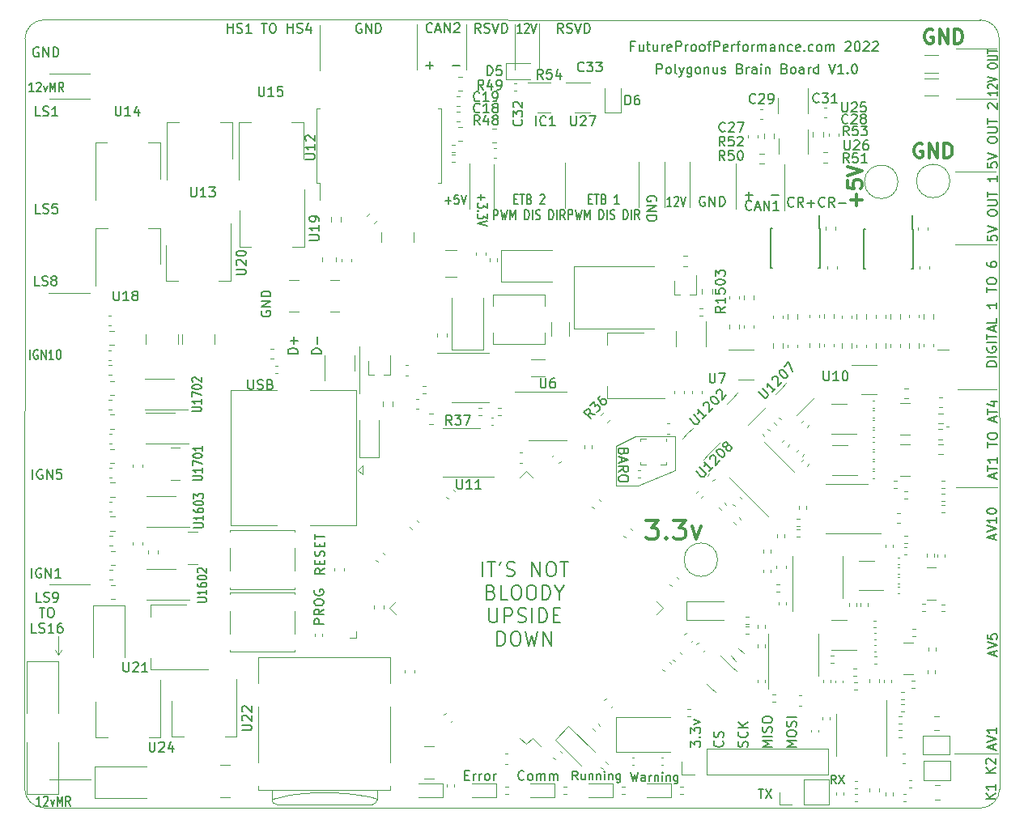
<source format=gbr>
G04 #@! TF.GenerationSoftware,KiCad,Pcbnew,(6.0.1)*
G04 #@! TF.CreationDate,2022-12-03T00:01:53+00:00*
G04 #@! TF.ProjectId,polygonus-Shortage-Version,706f6c79-676f-46e7-9573-2d53686f7274,rev?*
G04 #@! TF.SameCoordinates,Original*
G04 #@! TF.FileFunction,Legend,Top*
G04 #@! TF.FilePolarity,Positive*
%FSLAX46Y46*%
G04 Gerber Fmt 4.6, Leading zero omitted, Abs format (unit mm)*
G04 Created by KiCad (PCBNEW (6.0.1)) date 2022-12-03 00:01:53*
%MOMM*%
%LPD*%
G01*
G04 APERTURE LIST*
%ADD10C,0.120000*%
G04 #@! TA.AperFunction,Profile*
%ADD11C,0.050000*%
G04 #@! TD*
%ADD12C,0.150000*%
%ADD13C,0.130000*%
%ADD14C,0.200000*%
%ADD15C,0.300000*%
G04 APERTURE END LIST*
D10*
X89408000Y27940000D02*
X89408000Y23749000D01*
X124959560Y69437416D02*
X129250794Y69437416D01*
X30132978Y13398955D02*
X34382140Y13398955D01*
X68571596Y67265347D02*
X68571596Y72040396D01*
X30127561Y66851649D02*
X34376723Y66851649D01*
X84091662Y52777333D02*
X84091662Y57552382D01*
X124206000Y29972000D02*
X123952000Y29972000D01*
X95631000Y28956000D02*
X91440000Y28956000D01*
X62611000Y33401000D02*
X62611000Y38354000D01*
X94462143Y52861474D02*
X94462143Y57636523D01*
X107041347Y52545943D02*
X107041347Y57320992D01*
X31095192Y6073830D02*
X31452795Y6557646D01*
X31095192Y6073830D02*
X30737589Y6536610D01*
X91694000Y23749000D02*
X95631000Y25400000D01*
X95631000Y25400000D02*
X95631000Y28956000D01*
X124949042Y23601784D02*
X129271829Y23601784D01*
X30155608Y64201181D02*
X34404770Y64201181D01*
X73767354Y67244311D02*
X73767354Y72019360D01*
X124885936Y48970546D02*
X129208723Y48970546D01*
X30111942Y43900369D02*
X34361104Y43900369D01*
X76605584Y52630084D02*
X76605584Y57405133D01*
X124812312Y-4243745D02*
X129377006Y-4243745D01*
X74120855Y52672155D02*
X74120855Y57447204D01*
X125169915Y33825016D02*
X129240276Y33825016D01*
X91440000Y28956000D02*
X89408000Y27940000D01*
X124206000Y37973000D02*
X123063000Y37973000D01*
X101992837Y52672155D02*
X101992837Y57447204D01*
X97091575Y52840439D02*
X97091575Y57615488D01*
X89408000Y23749000D02*
X91694000Y23749000D01*
X30196084Y-6963368D02*
X34445246Y-6963368D01*
X31095192Y8009092D02*
X31095192Y6073830D01*
X125001631Y64220622D02*
X129208723Y64220622D01*
X58435871Y67181205D02*
X58435871Y71956254D01*
X91811675Y52882510D02*
X91811675Y57657559D01*
X81340119Y67328453D02*
X81340119Y72103502D01*
X78836900Y67244311D02*
X78836900Y72019360D01*
X124896454Y56626821D02*
X129145616Y56626821D01*
D11*
X27598758Y70480030D02*
X27566743Y-7944264D01*
X29598758Y72480030D02*
G75*
G03*
X27598758Y70480030I-1J-1999999D01*
G01*
X127511245Y72474911D02*
X29598758Y72480030D01*
X29566743Y-9944264D02*
X127539293Y-9975264D01*
X127539293Y-9975264D02*
G75*
G03*
X129539293Y-7975264I1J1999999D01*
G01*
X129539293Y-7975264D02*
X129511245Y70474911D01*
X27566743Y-7944264D02*
G75*
G03*
X29566743Y-9944264I1999999J-1D01*
G01*
X129511245Y70474911D02*
G75*
G03*
X127511245Y72474911I-1999999J1D01*
G01*
D12*
X58924905Y15076072D02*
X58448715Y14742738D01*
X58924905Y14504643D02*
X57924905Y14504643D01*
X57924905Y14885595D01*
X57972525Y14980833D01*
X58020144Y15028453D01*
X58115382Y15076072D01*
X58258239Y15076072D01*
X58353477Y15028453D01*
X58401096Y14980833D01*
X58448715Y14885595D01*
X58448715Y14504643D01*
X58401096Y15504643D02*
X58401096Y15837976D01*
X58924905Y15980833D02*
X58924905Y15504643D01*
X57924905Y15504643D01*
X57924905Y15980833D01*
X58877286Y16361786D02*
X58924905Y16504643D01*
X58924905Y16742738D01*
X58877286Y16837976D01*
X58829667Y16885595D01*
X58734429Y16933214D01*
X58639191Y16933214D01*
X58543953Y16885595D01*
X58496334Y16837976D01*
X58448715Y16742738D01*
X58401096Y16552262D01*
X58353477Y16457024D01*
X58305858Y16409405D01*
X58210620Y16361786D01*
X58115382Y16361786D01*
X58020144Y16409405D01*
X57972525Y16457024D01*
X57924905Y16552262D01*
X57924905Y16790357D01*
X57972525Y16933214D01*
X58401096Y17361786D02*
X58401096Y17695119D01*
X58924905Y17837976D02*
X58924905Y17361786D01*
X57924905Y17361786D01*
X57924905Y17837976D01*
X57924905Y18123691D02*
X57924905Y18695119D01*
X58924905Y18409405D02*
X57924905Y18409405D01*
D13*
X112433974Y-7418233D02*
X112133974Y-6989662D01*
X111919688Y-7418233D02*
X111919688Y-6518233D01*
X112262545Y-6518233D01*
X112348259Y-6561091D01*
X112391116Y-6603948D01*
X112433974Y-6689662D01*
X112433974Y-6818233D01*
X112391116Y-6903948D01*
X112348259Y-6946805D01*
X112262545Y-6989662D01*
X111919688Y-6989662D01*
X112733974Y-6518233D02*
X113333974Y-7418233D01*
X113333974Y-6518233D02*
X112733974Y-7418233D01*
D12*
X90241428Y27288952D02*
X90193809Y27146095D01*
X90146190Y27098476D01*
X90050952Y27050857D01*
X89908095Y27050857D01*
X89812857Y27098476D01*
X89765238Y27146095D01*
X89717619Y27241333D01*
X89717619Y27622285D01*
X90717619Y27622285D01*
X90717619Y27288952D01*
X90670000Y27193714D01*
X90622380Y27146095D01*
X90527142Y27098476D01*
X90431904Y27098476D01*
X90336666Y27146095D01*
X90289047Y27193714D01*
X90241428Y27288952D01*
X90241428Y27622285D01*
X90003333Y26669904D02*
X90003333Y26193714D01*
X89717619Y26765142D02*
X90717619Y26431809D01*
X89717619Y26098476D01*
X89717619Y25193714D02*
X90193809Y25527047D01*
X89717619Y25765142D02*
X90717619Y25765142D01*
X90717619Y25384190D01*
X90670000Y25288952D01*
X90622380Y25241333D01*
X90527142Y25193714D01*
X90384285Y25193714D01*
X90289047Y25241333D01*
X90241428Y25288952D01*
X90193809Y25384190D01*
X90193809Y25765142D01*
X90717619Y24574666D02*
X90717619Y24384190D01*
X90670000Y24288952D01*
X90574761Y24193714D01*
X90384285Y24146095D01*
X90050952Y24146095D01*
X89860476Y24193714D01*
X89765238Y24288952D01*
X89717619Y24384190D01*
X89717619Y24574666D01*
X89765238Y24669904D01*
X89860476Y24765142D01*
X90050952Y24812761D01*
X90384285Y24812761D01*
X90574761Y24765142D01*
X90670000Y24669904D01*
X90717619Y24574666D01*
X62774749Y72056580D02*
X62679511Y72104199D01*
X62536654Y72104199D01*
X62393796Y72056580D01*
X62298558Y71961341D01*
X62250939Y71866103D01*
X62203320Y71675627D01*
X62203320Y71532770D01*
X62250939Y71342294D01*
X62298558Y71247056D01*
X62393796Y71151818D01*
X62536654Y71104199D01*
X62631892Y71104199D01*
X62774749Y71151818D01*
X62822368Y71199437D01*
X62822368Y71532770D01*
X62631892Y71532770D01*
X63250939Y71104199D02*
X63250939Y72104199D01*
X63822368Y71104199D01*
X63822368Y72104199D01*
X64298558Y71104199D02*
X64298558Y72104199D01*
X64536654Y72104199D01*
X64679511Y72056580D01*
X64774749Y71961341D01*
X64822368Y71866103D01*
X64869987Y71675627D01*
X64869987Y71532770D01*
X64822368Y71342294D01*
X64774749Y71247056D01*
X64679511Y71151818D01*
X64536654Y71104199D01*
X64298558Y71104199D01*
X129219358Y36237582D02*
X128219358Y36237582D01*
X128219358Y36475677D01*
X128266978Y36618535D01*
X128362216Y36713773D01*
X128457454Y36761392D01*
X128647930Y36809011D01*
X128790787Y36809011D01*
X128981263Y36761392D01*
X129076501Y36713773D01*
X129171739Y36618535D01*
X129219358Y36475677D01*
X129219358Y36237582D01*
X129219358Y37237582D02*
X128219358Y37237582D01*
X128266978Y38237582D02*
X128219358Y38142344D01*
X128219358Y37999487D01*
X128266978Y37856630D01*
X128362216Y37761392D01*
X128457454Y37713773D01*
X128647930Y37666154D01*
X128790787Y37666154D01*
X128981263Y37713773D01*
X129076501Y37761392D01*
X129171739Y37856630D01*
X129219358Y37999487D01*
X129219358Y38094725D01*
X129171739Y38237582D01*
X129124120Y38285201D01*
X128790787Y38285201D01*
X128790787Y38094725D01*
X129219358Y38713773D02*
X128219358Y38713773D01*
X128219358Y39047106D02*
X128219358Y39618535D01*
X129219358Y39332820D02*
X128219358Y39332820D01*
X128933644Y39904249D02*
X128933644Y40380439D01*
X129219358Y39809011D02*
X128219358Y40142344D01*
X129219358Y40475677D01*
X129219358Y41285201D02*
X129219358Y40809011D01*
X128219358Y40809011D01*
X129219358Y42904249D02*
X129219358Y42332820D01*
X129219358Y42618535D02*
X128219358Y42618535D01*
X128362216Y42523296D01*
X128457454Y42428058D01*
X128505073Y42332820D01*
X128219358Y43951868D02*
X128219358Y44523296D01*
X129219358Y44237582D02*
X128219358Y44237582D01*
X128219358Y45047106D02*
X128219358Y45237582D01*
X128266978Y45332820D01*
X128362216Y45428058D01*
X128552692Y45475677D01*
X128886025Y45475677D01*
X129076501Y45428058D01*
X129171739Y45332820D01*
X129219358Y45237582D01*
X129219358Y45047106D01*
X129171739Y44951868D01*
X129076501Y44856630D01*
X128886025Y44809011D01*
X128552692Y44809011D01*
X128362216Y44856630D01*
X128266978Y44951868D01*
X128219358Y45047106D01*
X128219358Y47094725D02*
X128219358Y46904249D01*
X128266978Y46809011D01*
X128314597Y46761392D01*
X128457454Y46666154D01*
X128647930Y46618535D01*
X129028882Y46618535D01*
X129124120Y46666154D01*
X129171739Y46713773D01*
X129219358Y46809011D01*
X129219358Y46999487D01*
X129171739Y47094725D01*
X129124120Y47142344D01*
X129028882Y47189963D01*
X128790787Y47189963D01*
X128695549Y47142344D01*
X128647930Y47094725D01*
X128600311Y46999487D01*
X128600311Y46809011D01*
X128647930Y46713773D01*
X128695549Y46666154D01*
X128790787Y46618535D01*
D13*
X85404571Y-7011142D02*
X85104571Y-6582571D01*
X84890285Y-7011142D02*
X84890285Y-6111142D01*
X85233142Y-6111142D01*
X85318857Y-6154000D01*
X85361714Y-6196857D01*
X85404571Y-6282571D01*
X85404571Y-6411142D01*
X85361714Y-6496857D01*
X85318857Y-6539714D01*
X85233142Y-6582571D01*
X84890285Y-6582571D01*
X86176000Y-6411142D02*
X86176000Y-7011142D01*
X85790285Y-6411142D02*
X85790285Y-6882571D01*
X85833142Y-6968285D01*
X85918857Y-7011142D01*
X86047428Y-7011142D01*
X86133142Y-6968285D01*
X86176000Y-6925428D01*
X86604571Y-6411142D02*
X86604571Y-7011142D01*
X86604571Y-6496857D02*
X86647428Y-6454000D01*
X86733142Y-6411142D01*
X86861714Y-6411142D01*
X86947428Y-6454000D01*
X86990285Y-6539714D01*
X86990285Y-7011142D01*
X87418857Y-6411142D02*
X87418857Y-7011142D01*
X87418857Y-6496857D02*
X87461714Y-6454000D01*
X87547428Y-6411142D01*
X87676000Y-6411142D01*
X87761714Y-6454000D01*
X87804571Y-6539714D01*
X87804571Y-7011142D01*
X88233142Y-7011142D02*
X88233142Y-6411142D01*
X88233142Y-6111142D02*
X88190285Y-6154000D01*
X88233142Y-6196857D01*
X88276000Y-6154000D01*
X88233142Y-6111142D01*
X88233142Y-6196857D01*
X88661714Y-6411142D02*
X88661714Y-7011142D01*
X88661714Y-6496857D02*
X88704571Y-6454000D01*
X88790285Y-6411142D01*
X88918857Y-6411142D01*
X89004571Y-6454000D01*
X89047428Y-6539714D01*
X89047428Y-7011142D01*
X89861714Y-6411142D02*
X89861714Y-7139714D01*
X89818857Y-7225428D01*
X89776000Y-7268285D01*
X89690285Y-7311142D01*
X89561714Y-7311142D01*
X89476000Y-7268285D01*
X89861714Y-6968285D02*
X89776000Y-7011142D01*
X89604571Y-7011142D01*
X89518857Y-6968285D01*
X89476000Y-6925428D01*
X89433142Y-6839714D01*
X89433142Y-6582571D01*
X89476000Y-6496857D01*
X89518857Y-6454000D01*
X89604571Y-6411142D01*
X89776000Y-6411142D01*
X89861714Y-6454000D01*
D12*
X58571440Y37531824D02*
X57571440Y37531824D01*
X57571440Y37769919D01*
X57619060Y37912777D01*
X57714298Y38008015D01*
X57809536Y38055634D01*
X58000012Y38103253D01*
X58142869Y38103253D01*
X58333345Y38055634D01*
X58428583Y38008015D01*
X58523821Y37912777D01*
X58571440Y37769919D01*
X58571440Y37531824D01*
X58190488Y38531824D02*
X58190488Y39293729D01*
D14*
X75471473Y14255587D02*
X75471473Y15755587D01*
X75971473Y15755587D02*
X76828616Y15755587D01*
X76400044Y14255587D02*
X76400044Y15755587D01*
X77400044Y15755587D02*
X77257187Y15469873D01*
X77971473Y14327016D02*
X78185758Y14255587D01*
X78542901Y14255587D01*
X78685758Y14327016D01*
X78757187Y14398444D01*
X78828616Y14541301D01*
X78828616Y14684159D01*
X78757187Y14827016D01*
X78685758Y14898444D01*
X78542901Y14969873D01*
X78257187Y15041301D01*
X78114330Y15112730D01*
X78042901Y15184159D01*
X77971473Y15327016D01*
X77971473Y15469873D01*
X78042901Y15612730D01*
X78114330Y15684159D01*
X78257187Y15755587D01*
X78614330Y15755587D01*
X78828616Y15684159D01*
X80614330Y14255587D02*
X80614330Y15755587D01*
X81471473Y14255587D01*
X81471473Y15755587D01*
X82471473Y15755587D02*
X82757187Y15755587D01*
X82900044Y15684159D01*
X83042901Y15541301D01*
X83114330Y15255587D01*
X83114330Y14755587D01*
X83042901Y14469873D01*
X82900044Y14327016D01*
X82757187Y14255587D01*
X82471473Y14255587D01*
X82328616Y14327016D01*
X82185758Y14469873D01*
X82114330Y14755587D01*
X82114330Y15255587D01*
X82185758Y15541301D01*
X82328616Y15684159D01*
X82471473Y15755587D01*
X83542901Y15755587D02*
X84400044Y15755587D01*
X83971473Y14255587D02*
X83971473Y15755587D01*
X76364330Y12626301D02*
X76578616Y12554873D01*
X76650044Y12483444D01*
X76721473Y12340587D01*
X76721473Y12126301D01*
X76650044Y11983444D01*
X76578616Y11912016D01*
X76435758Y11840587D01*
X75864330Y11840587D01*
X75864330Y13340587D01*
X76364330Y13340587D01*
X76507187Y13269159D01*
X76578616Y13197730D01*
X76650044Y13054873D01*
X76650044Y12912016D01*
X76578616Y12769159D01*
X76507187Y12697730D01*
X76364330Y12626301D01*
X75864330Y12626301D01*
X78078616Y11840587D02*
X77364330Y11840587D01*
X77364330Y13340587D01*
X78864330Y13340587D02*
X79150044Y13340587D01*
X79292901Y13269159D01*
X79435758Y13126301D01*
X79507187Y12840587D01*
X79507187Y12340587D01*
X79435758Y12054873D01*
X79292901Y11912016D01*
X79150044Y11840587D01*
X78864330Y11840587D01*
X78721473Y11912016D01*
X78578616Y12054873D01*
X78507187Y12340587D01*
X78507187Y12840587D01*
X78578616Y13126301D01*
X78721473Y13269159D01*
X78864330Y13340587D01*
X80435758Y13340587D02*
X80721473Y13340587D01*
X80864330Y13269159D01*
X81007187Y13126301D01*
X81078616Y12840587D01*
X81078616Y12340587D01*
X81007187Y12054873D01*
X80864330Y11912016D01*
X80721473Y11840587D01*
X80435758Y11840587D01*
X80292901Y11912016D01*
X80150044Y12054873D01*
X80078616Y12340587D01*
X80078616Y12840587D01*
X80150044Y13126301D01*
X80292901Y13269159D01*
X80435758Y13340587D01*
X81721473Y11840587D02*
X81721473Y13340587D01*
X82078616Y13340587D01*
X82292901Y13269159D01*
X82435758Y13126301D01*
X82507187Y12983444D01*
X82578616Y12697730D01*
X82578616Y12483444D01*
X82507187Y12197730D01*
X82435758Y12054873D01*
X82292901Y11912016D01*
X82078616Y11840587D01*
X81721473Y11840587D01*
X83507187Y12554873D02*
X83507187Y11840587D01*
X83007187Y13340587D02*
X83507187Y12554873D01*
X84007187Y13340587D01*
X76150044Y10925587D02*
X76150044Y9711301D01*
X76221473Y9568444D01*
X76292901Y9497016D01*
X76435758Y9425587D01*
X76721473Y9425587D01*
X76864330Y9497016D01*
X76935758Y9568444D01*
X77007187Y9711301D01*
X77007187Y10925587D01*
X77721473Y9425587D02*
X77721473Y10925587D01*
X78292901Y10925587D01*
X78435758Y10854159D01*
X78507187Y10782730D01*
X78578616Y10639873D01*
X78578616Y10425587D01*
X78507187Y10282730D01*
X78435758Y10211301D01*
X78292901Y10139873D01*
X77721473Y10139873D01*
X79150044Y9497016D02*
X79364330Y9425587D01*
X79721473Y9425587D01*
X79864330Y9497016D01*
X79935758Y9568444D01*
X80007187Y9711301D01*
X80007187Y9854159D01*
X79935758Y9997016D01*
X79864330Y10068444D01*
X79721473Y10139873D01*
X79435758Y10211301D01*
X79292901Y10282730D01*
X79221473Y10354159D01*
X79150044Y10497016D01*
X79150044Y10639873D01*
X79221473Y10782730D01*
X79292901Y10854159D01*
X79435758Y10925587D01*
X79792901Y10925587D01*
X80007187Y10854159D01*
X80650044Y9425587D02*
X80650044Y10925587D01*
X81364330Y9425587D02*
X81364330Y10925587D01*
X81721473Y10925587D01*
X81935758Y10854159D01*
X82078616Y10711301D01*
X82150044Y10568444D01*
X82221473Y10282730D01*
X82221473Y10068444D01*
X82150044Y9782730D01*
X82078616Y9639873D01*
X81935758Y9497016D01*
X81721473Y9425587D01*
X81364330Y9425587D01*
X82864330Y10211301D02*
X83364330Y10211301D01*
X83578616Y9425587D02*
X82864330Y9425587D01*
X82864330Y10925587D01*
X83578616Y10925587D01*
X77007187Y7010587D02*
X77007187Y8510587D01*
X77364330Y8510587D01*
X77578616Y8439159D01*
X77721473Y8296301D01*
X77792901Y8153444D01*
X77864330Y7867730D01*
X77864330Y7653444D01*
X77792901Y7367730D01*
X77721473Y7224873D01*
X77578616Y7082016D01*
X77364330Y7010587D01*
X77007187Y7010587D01*
X78792901Y8510587D02*
X79078616Y8510587D01*
X79221473Y8439159D01*
X79364330Y8296301D01*
X79435758Y8010587D01*
X79435758Y7510587D01*
X79364330Y7224873D01*
X79221473Y7082016D01*
X79078616Y7010587D01*
X78792901Y7010587D01*
X78650044Y7082016D01*
X78507187Y7224873D01*
X78435758Y7510587D01*
X78435758Y8010587D01*
X78507187Y8296301D01*
X78650044Y8439159D01*
X78792901Y8510587D01*
X79935758Y8510587D02*
X80292901Y7010587D01*
X80578616Y8082016D01*
X80864330Y7010587D01*
X81221473Y8510587D01*
X81792901Y7010587D02*
X81792901Y8510587D01*
X82650044Y7010587D01*
X82650044Y8510587D01*
D15*
X92583357Y20145238D02*
X93821452Y20145238D01*
X93154785Y19383333D01*
X93440500Y19383333D01*
X93630976Y19288095D01*
X93726214Y19192857D01*
X93821452Y19002380D01*
X93821452Y18526190D01*
X93726214Y18335714D01*
X93630976Y18240476D01*
X93440500Y18145238D01*
X92869071Y18145238D01*
X92678595Y18240476D01*
X92583357Y18335714D01*
X94678595Y18335714D02*
X94773833Y18240476D01*
X94678595Y18145238D01*
X94583357Y18240476D01*
X94678595Y18335714D01*
X94678595Y18145238D01*
X95440500Y20145238D02*
X96678595Y20145238D01*
X96011928Y19383333D01*
X96297642Y19383333D01*
X96488119Y19288095D01*
X96583357Y19192857D01*
X96678595Y19002380D01*
X96678595Y18526190D01*
X96583357Y18335714D01*
X96488119Y18240476D01*
X96297642Y18145238D01*
X95726214Y18145238D01*
X95535738Y18240476D01*
X95440500Y18335714D01*
X97345261Y19478571D02*
X97821452Y18145238D01*
X98297642Y19478571D01*
D13*
X90964857Y-6238142D02*
X91179142Y-7138142D01*
X91350571Y-6495285D01*
X91522000Y-7138142D01*
X91736285Y-6238142D01*
X92464857Y-7138142D02*
X92464857Y-6666714D01*
X92422000Y-6581000D01*
X92336285Y-6538142D01*
X92164857Y-6538142D01*
X92079142Y-6581000D01*
X92464857Y-7095285D02*
X92379142Y-7138142D01*
X92164857Y-7138142D01*
X92079142Y-7095285D01*
X92036285Y-7009571D01*
X92036285Y-6923857D01*
X92079142Y-6838142D01*
X92164857Y-6795285D01*
X92379142Y-6795285D01*
X92464857Y-6752428D01*
X92893428Y-7138142D02*
X92893428Y-6538142D01*
X92893428Y-6709571D02*
X92936285Y-6623857D01*
X92979142Y-6581000D01*
X93064857Y-6538142D01*
X93150571Y-6538142D01*
X93450571Y-6538142D02*
X93450571Y-7138142D01*
X93450571Y-6623857D02*
X93493428Y-6581000D01*
X93579142Y-6538142D01*
X93707714Y-6538142D01*
X93793428Y-6581000D01*
X93836285Y-6666714D01*
X93836285Y-7138142D01*
X94264857Y-7138142D02*
X94264857Y-6538142D01*
X94264857Y-6238142D02*
X94222000Y-6281000D01*
X94264857Y-6323857D01*
X94307714Y-6281000D01*
X94264857Y-6238142D01*
X94264857Y-6323857D01*
X94693428Y-6538142D02*
X94693428Y-7138142D01*
X94693428Y-6623857D02*
X94736285Y-6581000D01*
X94822000Y-6538142D01*
X94950571Y-6538142D01*
X95036285Y-6581000D01*
X95079142Y-6666714D01*
X95079142Y-7138142D01*
X95893428Y-6538142D02*
X95893428Y-7266714D01*
X95850571Y-7352428D01*
X95807714Y-7395285D01*
X95722000Y-7438142D01*
X95593428Y-7438142D01*
X95507714Y-7395285D01*
X95893428Y-7095285D02*
X95807714Y-7138142D01*
X95636285Y-7138142D01*
X95550571Y-7095285D01*
X95507714Y-7052428D01*
X95464857Y-6966714D01*
X95464857Y-6709571D01*
X95507714Y-6623857D01*
X95550571Y-6581000D01*
X95636285Y-6538142D01*
X95807714Y-6538142D01*
X95893428Y-6581000D01*
D12*
X28534713Y64941441D02*
X28077570Y64941441D01*
X28306141Y64941441D02*
X28306141Y65941441D01*
X28229951Y65798583D01*
X28153760Y65703345D01*
X28077570Y65655726D01*
X28839475Y65846202D02*
X28877570Y65893822D01*
X28953760Y65941441D01*
X29144237Y65941441D01*
X29220427Y65893822D01*
X29258522Y65846202D01*
X29296618Y65750964D01*
X29296618Y65655726D01*
X29258522Y65512869D01*
X28801379Y64941441D01*
X29296618Y64941441D01*
X29563284Y65608107D02*
X29753760Y64941441D01*
X29944237Y65608107D01*
X30248999Y64941441D02*
X30248999Y65941441D01*
X30515665Y65227155D01*
X30782332Y65941441D01*
X30782332Y64941441D01*
X31620427Y64941441D02*
X31353760Y65417631D01*
X31163284Y64941441D02*
X31163284Y65941441D01*
X31468046Y65941441D01*
X31544237Y65893822D01*
X31582332Y65846202D01*
X31620427Y65750964D01*
X31620427Y65608107D01*
X31582332Y65512869D01*
X31544237Y65465250D01*
X31468046Y65417631D01*
X31163284Y65417631D01*
D13*
X104343285Y-8016142D02*
X104857571Y-8016142D01*
X104600428Y-8916142D02*
X104600428Y-8016142D01*
X105071857Y-8016142D02*
X105671857Y-8916142D01*
X105671857Y-8016142D02*
X105071857Y-8916142D01*
D12*
X79803809Y-6961142D02*
X79756190Y-7008761D01*
X79613333Y-7056380D01*
X79518095Y-7056380D01*
X79375238Y-7008761D01*
X79280000Y-6913523D01*
X79232380Y-6818285D01*
X79184761Y-6627809D01*
X79184761Y-6484952D01*
X79232380Y-6294476D01*
X79280000Y-6199238D01*
X79375238Y-6104000D01*
X79518095Y-6056380D01*
X79613333Y-6056380D01*
X79756190Y-6104000D01*
X79803809Y-6151619D01*
X80375238Y-7056380D02*
X80280000Y-7008761D01*
X80232380Y-6961142D01*
X80184761Y-6865904D01*
X80184761Y-6580190D01*
X80232380Y-6484952D01*
X80280000Y-6437333D01*
X80375238Y-6389714D01*
X80518095Y-6389714D01*
X80613333Y-6437333D01*
X80660952Y-6484952D01*
X80708571Y-6580190D01*
X80708571Y-6865904D01*
X80660952Y-6961142D01*
X80613333Y-7008761D01*
X80518095Y-7056380D01*
X80375238Y-7056380D01*
X81137142Y-7056380D02*
X81137142Y-6389714D01*
X81137142Y-6484952D02*
X81184761Y-6437333D01*
X81280000Y-6389714D01*
X81422857Y-6389714D01*
X81518095Y-6437333D01*
X81565714Y-6532571D01*
X81565714Y-7056380D01*
X81565714Y-6532571D02*
X81613333Y-6437333D01*
X81708571Y-6389714D01*
X81851428Y-6389714D01*
X81946666Y-6437333D01*
X81994285Y-6532571D01*
X81994285Y-7056380D01*
X82470476Y-7056380D02*
X82470476Y-6389714D01*
X82470476Y-6484952D02*
X82518095Y-6437333D01*
X82613333Y-6389714D01*
X82756190Y-6389714D01*
X82851428Y-6437333D01*
X82899047Y-6532571D01*
X82899047Y-7056380D01*
X82899047Y-6532571D02*
X82946666Y-6437333D01*
X83041904Y-6389714D01*
X83184761Y-6389714D01*
X83280000Y-6437333D01*
X83327619Y-6532571D01*
X83327619Y-7056380D01*
X105735380Y-3603428D02*
X104735380Y-3603428D01*
X105449666Y-3270095D01*
X104735380Y-2936761D01*
X105735380Y-2936761D01*
X105735380Y-2460571D02*
X104735380Y-2460571D01*
X105687761Y-2032000D02*
X105735380Y-1889142D01*
X105735380Y-1651047D01*
X105687761Y-1555809D01*
X105640142Y-1508190D01*
X105544904Y-1460571D01*
X105449666Y-1460571D01*
X105354428Y-1508190D01*
X105306809Y-1555809D01*
X105259190Y-1651047D01*
X105211571Y-1841523D01*
X105163952Y-1936761D01*
X105116333Y-1984380D01*
X105021095Y-2032000D01*
X104925857Y-2032000D01*
X104830619Y-1984380D01*
X104783000Y-1936761D01*
X104735380Y-1841523D01*
X104735380Y-1603428D01*
X104783000Y-1460571D01*
X104735380Y-841523D02*
X104735380Y-651047D01*
X104783000Y-555809D01*
X104878238Y-460571D01*
X105068714Y-412952D01*
X105402047Y-412952D01*
X105592523Y-460571D01*
X105687761Y-555809D01*
X105735380Y-651047D01*
X105735380Y-841523D01*
X105687761Y-936761D01*
X105592523Y-1032000D01*
X105402047Y-1079619D01*
X105068714Y-1079619D01*
X104878238Y-1032000D01*
X104783000Y-936761D01*
X104735380Y-841523D01*
X29272753Y11585789D02*
X28796563Y11585789D01*
X28796563Y12585789D01*
X29558468Y11633408D02*
X29701325Y11585789D01*
X29939420Y11585789D01*
X30034658Y11633408D01*
X30082277Y11681027D01*
X30129896Y11776265D01*
X30129896Y11871503D01*
X30082277Y11966741D01*
X30034658Y12014360D01*
X29939420Y12061979D01*
X29748944Y12109598D01*
X29653706Y12157217D01*
X29606087Y12204836D01*
X29558468Y12300074D01*
X29558468Y12395312D01*
X29606087Y12490550D01*
X29653706Y12538170D01*
X29748944Y12585789D01*
X29987039Y12585789D01*
X30129896Y12538170D01*
X30606087Y11585789D02*
X30796563Y11585789D01*
X30891801Y11633408D01*
X30939420Y11681027D01*
X31034658Y11823884D01*
X31082277Y12014360D01*
X31082277Y12395312D01*
X31034658Y12490550D01*
X30987039Y12538170D01*
X30891801Y12585789D01*
X30701325Y12585789D01*
X30606087Y12538170D01*
X30558468Y12490550D01*
X30510849Y12395312D01*
X30510849Y12157217D01*
X30558468Y12061979D01*
X30606087Y12014360D01*
X30701325Y11966741D01*
X30891801Y11966741D01*
X30987039Y12014360D01*
X31034658Y12061979D01*
X31082277Y12157217D01*
X29106087Y10975789D02*
X29677515Y10975789D01*
X29391801Y9975789D02*
X29391801Y10975789D01*
X30201325Y10975789D02*
X30391801Y10975789D01*
X30487039Y10928170D01*
X30582277Y10832931D01*
X30629896Y10642455D01*
X30629896Y10309122D01*
X30582277Y10118646D01*
X30487039Y10023408D01*
X30391801Y9975789D01*
X30201325Y9975789D01*
X30106087Y10023408D01*
X30010849Y10118646D01*
X29963230Y10309122D01*
X29963230Y10642455D01*
X30010849Y10832931D01*
X30106087Y10928170D01*
X30201325Y10975789D01*
X28796563Y8365789D02*
X28320372Y8365789D01*
X28320372Y9365789D01*
X29082277Y8413408D02*
X29225134Y8365789D01*
X29463230Y8365789D01*
X29558468Y8413408D01*
X29606087Y8461027D01*
X29653706Y8556265D01*
X29653706Y8651503D01*
X29606087Y8746741D01*
X29558468Y8794360D01*
X29463230Y8841979D01*
X29272753Y8889598D01*
X29177515Y8937217D01*
X29129896Y8984836D01*
X29082277Y9080074D01*
X29082277Y9175312D01*
X29129896Y9270550D01*
X29177515Y9318170D01*
X29272753Y9365789D01*
X29510849Y9365789D01*
X29653706Y9318170D01*
X30606087Y8365789D02*
X30034658Y8365789D01*
X30320372Y8365789D02*
X30320372Y9365789D01*
X30225134Y9222931D01*
X30129896Y9127693D01*
X30034658Y9080074D01*
X31463230Y9365789D02*
X31272753Y9365789D01*
X31177515Y9318170D01*
X31129896Y9270550D01*
X31034658Y9127693D01*
X30987039Y8937217D01*
X30987039Y8556265D01*
X31034658Y8461027D01*
X31082277Y8413408D01*
X31177515Y8365789D01*
X31367991Y8365789D01*
X31463230Y8413408D01*
X31510849Y8461027D01*
X31558468Y8556265D01*
X31558468Y8794360D01*
X31510849Y8889598D01*
X31463230Y8937217D01*
X31367991Y8984836D01*
X31177515Y8984836D01*
X31082277Y8937217D01*
X31034658Y8889598D01*
X30987039Y8794360D01*
X128933644Y18133247D02*
X128933644Y18609437D01*
X129219358Y18038009D02*
X128219358Y18371342D01*
X129219358Y18704675D01*
X128219358Y18895152D02*
X129219358Y19228485D01*
X128219358Y19561818D01*
X129219358Y20418961D02*
X129219358Y19847533D01*
X129219358Y20133247D02*
X128219358Y20133247D01*
X128362216Y20038009D01*
X128457454Y19942771D01*
X128505073Y19847533D01*
X128219358Y21038009D02*
X128219358Y21133247D01*
X128266978Y21228485D01*
X128314597Y21276104D01*
X128409835Y21323723D01*
X128600311Y21371342D01*
X128838406Y21371342D01*
X129028882Y21323723D01*
X129124120Y21276104D01*
X129171739Y21228485D01*
X129219358Y21133247D01*
X129219358Y21038009D01*
X129171739Y20942771D01*
X129124120Y20895152D01*
X129028882Y20847533D01*
X128838406Y20799914D01*
X128600311Y20799914D01*
X128409835Y20847533D01*
X128314597Y20895152D01*
X128266978Y20942771D01*
X128219358Y21038009D01*
X128282464Y57535025D02*
X128282464Y57058834D01*
X128758655Y57011215D01*
X128711036Y57058834D01*
X128663417Y57154072D01*
X128663417Y57392168D01*
X128711036Y57487406D01*
X128758655Y57535025D01*
X128853893Y57582644D01*
X129091988Y57582644D01*
X129187226Y57535025D01*
X129234845Y57487406D01*
X129282464Y57392168D01*
X129282464Y57154072D01*
X129234845Y57058834D01*
X129187226Y57011215D01*
X128282464Y57868358D02*
X129282464Y58201691D01*
X128282464Y58535025D01*
X128282464Y59820739D02*
X128282464Y60011215D01*
X128330084Y60106453D01*
X128425322Y60201691D01*
X128615798Y60249310D01*
X128949131Y60249310D01*
X129139607Y60201691D01*
X129234845Y60106453D01*
X129282464Y60011215D01*
X129282464Y59820739D01*
X129234845Y59725501D01*
X129139607Y59630263D01*
X128949131Y59582644D01*
X128615798Y59582644D01*
X128425322Y59630263D01*
X128330084Y59725501D01*
X128282464Y59820739D01*
X128282464Y60677882D02*
X129091988Y60677882D01*
X129187226Y60725501D01*
X129234845Y60773120D01*
X129282464Y60868358D01*
X129282464Y61058834D01*
X129234845Y61154072D01*
X129187226Y61201691D01*
X129091988Y61249310D01*
X128282464Y61249310D01*
X128282464Y61582644D02*
X128282464Y62154072D01*
X129282464Y61868358D02*
X128282464Y61868358D01*
X128377703Y63201691D02*
X128330084Y63249310D01*
X128282464Y63344548D01*
X128282464Y63582644D01*
X128330084Y63677882D01*
X128377703Y63725501D01*
X128472941Y63773120D01*
X128568179Y63773120D01*
X128711036Y63725501D01*
X129282464Y63154072D01*
X129282464Y63773120D01*
D15*
X122544057Y71428508D02*
X122401200Y71499936D01*
X122186915Y71499936D01*
X121972629Y71428508D01*
X121829772Y71285650D01*
X121758343Y71142793D01*
X121686915Y70857079D01*
X121686915Y70642793D01*
X121758343Y70357079D01*
X121829772Y70214222D01*
X121972629Y70071365D01*
X122186915Y69999936D01*
X122329772Y69999936D01*
X122544057Y70071365D01*
X122615486Y70142793D01*
X122615486Y70642793D01*
X122329772Y70642793D01*
X123258343Y69999936D02*
X123258343Y71499936D01*
X124115486Y69999936D01*
X124115486Y71499936D01*
X124829772Y69999936D02*
X124829772Y71499936D01*
X125186915Y71499936D01*
X125401200Y71428508D01*
X125544057Y71285650D01*
X125615486Y71142793D01*
X125686915Y70857079D01*
X125686915Y70642793D01*
X125615486Y70357079D01*
X125544057Y70214222D01*
X125401200Y70071365D01*
X125186915Y69999936D01*
X124829772Y69999936D01*
D12*
X108006320Y53009182D02*
X107958701Y52961563D01*
X107815844Y52913944D01*
X107720606Y52913944D01*
X107577749Y52961563D01*
X107482511Y53056801D01*
X107434892Y53152039D01*
X107387272Y53342515D01*
X107387272Y53485372D01*
X107434892Y53675848D01*
X107482511Y53771086D01*
X107577749Y53866325D01*
X107720606Y53913944D01*
X107815844Y53913944D01*
X107958701Y53866325D01*
X108006320Y53818705D01*
X109006320Y52913944D02*
X108672987Y53390134D01*
X108434892Y52913944D02*
X108434892Y53913944D01*
X108815844Y53913944D01*
X108911082Y53866325D01*
X108958701Y53818705D01*
X109006320Y53723467D01*
X109006320Y53580610D01*
X108958701Y53485372D01*
X108911082Y53437753D01*
X108815844Y53390134D01*
X108434892Y53390134D01*
X109434892Y53294896D02*
X110196796Y53294896D01*
X109815844Y52913944D02*
X109815844Y53675848D01*
X111244415Y53009182D02*
X111196796Y52961563D01*
X111053939Y52913944D01*
X110958701Y52913944D01*
X110815844Y52961563D01*
X110720606Y53056801D01*
X110672987Y53152039D01*
X110625368Y53342515D01*
X110625368Y53485372D01*
X110672987Y53675848D01*
X110720606Y53771086D01*
X110815844Y53866325D01*
X110958701Y53913944D01*
X111053939Y53913944D01*
X111196796Y53866325D01*
X111244415Y53818705D01*
X112244415Y52913944D02*
X111911082Y53390134D01*
X111672987Y52913944D02*
X111672987Y53913944D01*
X112053939Y53913944D01*
X112149177Y53866325D01*
X112196796Y53818705D01*
X112244415Y53723467D01*
X112244415Y53580610D01*
X112196796Y53485372D01*
X112149177Y53437753D01*
X112053939Y53390134D01*
X111672987Y53390134D01*
X112672987Y53294896D02*
X113434892Y53294896D01*
X129088978Y-9016154D02*
X128088978Y-9016154D01*
X129088978Y-8444725D02*
X128517550Y-8873296D01*
X128088978Y-8444725D02*
X128660407Y-9016154D01*
X129088978Y-7492344D02*
X129088978Y-8063773D01*
X129088978Y-7778058D02*
X128088978Y-7778058D01*
X128231836Y-7873296D01*
X128327074Y-7968535D01*
X128374693Y-8063773D01*
X129088978Y-6301868D02*
X128088978Y-6301868D01*
X129088978Y-5730439D02*
X128517550Y-6159011D01*
X128088978Y-5730439D02*
X128660407Y-6301868D01*
X128184217Y-5349487D02*
X128136598Y-5301868D01*
X128088978Y-5206630D01*
X128088978Y-4968535D01*
X128136598Y-4873296D01*
X128184217Y-4825677D01*
X128279455Y-4778058D01*
X128374693Y-4778058D01*
X128517550Y-4825677D01*
X129088978Y-5397106D01*
X129088978Y-4778058D01*
X129314018Y65012373D02*
X129314018Y64555231D01*
X129314018Y64783802D02*
X128314018Y64783802D01*
X128456876Y64707611D01*
X128552114Y64631421D01*
X128599733Y64555231D01*
X128409257Y65317135D02*
X128361638Y65355231D01*
X128314018Y65431421D01*
X128314018Y65621897D01*
X128361638Y65698088D01*
X128409257Y65736183D01*
X128504495Y65774278D01*
X128599733Y65774278D01*
X128742590Y65736183D01*
X129314018Y65279040D01*
X129314018Y65774278D01*
X128314018Y66002850D02*
X129314018Y66269516D01*
X128314018Y66536183D01*
X128314018Y67564754D02*
X128314018Y67717135D01*
X128361638Y67793326D01*
X128456876Y67869516D01*
X128647352Y67907611D01*
X128980685Y67907611D01*
X129171161Y67869516D01*
X129266399Y67793326D01*
X129314018Y67717135D01*
X129314018Y67564754D01*
X129266399Y67488564D01*
X129171161Y67412373D01*
X128980685Y67374278D01*
X128647352Y67374278D01*
X128456876Y67412373D01*
X128361638Y67488564D01*
X128314018Y67564754D01*
X128314018Y68250469D02*
X129123542Y68250469D01*
X129218780Y68288564D01*
X129266399Y68326659D01*
X129314018Y68402850D01*
X129314018Y68555231D01*
X129266399Y68631421D01*
X129218780Y68669516D01*
X129123542Y68707611D01*
X128314018Y68707611D01*
X128314018Y68974278D02*
X128314018Y69431421D01*
X129314018Y69202850D02*
X128314018Y69202850D01*
X29206141Y62417186D02*
X28729951Y62417186D01*
X28729951Y63417186D01*
X29491856Y62464805D02*
X29634713Y62417186D01*
X29872808Y62417186D01*
X29968046Y62464805D01*
X30015665Y62512424D01*
X30063284Y62607662D01*
X30063284Y62702900D01*
X30015665Y62798138D01*
X29968046Y62845757D01*
X29872808Y62893376D01*
X29682332Y62940995D01*
X29587094Y62988614D01*
X29539475Y63036233D01*
X29491856Y63131471D01*
X29491856Y63226709D01*
X29539475Y63321947D01*
X29587094Y63369567D01*
X29682332Y63417186D01*
X29920427Y63417186D01*
X30063284Y63369567D01*
X31015665Y62417186D02*
X30444237Y62417186D01*
X30729951Y62417186D02*
X30729951Y63417186D01*
X30634713Y63274328D01*
X30539475Y63179090D01*
X30444237Y63131471D01*
X71574364Y53568357D02*
X72183888Y53568357D01*
X71879126Y53187405D02*
X71879126Y53949309D01*
X72945793Y54187405D02*
X72564840Y54187405D01*
X72526745Y53711214D01*
X72564840Y53758833D01*
X72641031Y53806452D01*
X72831507Y53806452D01*
X72907697Y53758833D01*
X72945793Y53711214D01*
X72983888Y53615976D01*
X72983888Y53377881D01*
X72945793Y53282643D01*
X72907697Y53235024D01*
X72831507Y53187405D01*
X72641031Y53187405D01*
X72564840Y53235024D01*
X72526745Y53282643D01*
X73212459Y54187405D02*
X73479126Y53187405D01*
X73745793Y54187405D01*
X29206141Y52225507D02*
X28729951Y52225507D01*
X28729951Y53225507D01*
X29491856Y52273126D02*
X29634713Y52225507D01*
X29872808Y52225507D01*
X29968046Y52273126D01*
X30015665Y52320745D01*
X30063284Y52415983D01*
X30063284Y52511221D01*
X30015665Y52606459D01*
X29968046Y52654078D01*
X29872808Y52701697D01*
X29682332Y52749316D01*
X29587094Y52796935D01*
X29539475Y52844554D01*
X29491856Y52939792D01*
X29491856Y53035030D01*
X29539475Y53130268D01*
X29587094Y53177888D01*
X29682332Y53225507D01*
X29920427Y53225507D01*
X30063284Y53177888D01*
X30968046Y53225507D02*
X30491856Y53225507D01*
X30444237Y52749316D01*
X30491856Y52796935D01*
X30587094Y52844554D01*
X30825189Y52844554D01*
X30920427Y52796935D01*
X30968046Y52749316D01*
X31015665Y52654078D01*
X31015665Y52415983D01*
X30968046Y52320745D01*
X30920427Y52273126D01*
X30825189Y52225507D01*
X30587094Y52225507D01*
X30491856Y52273126D01*
X30444237Y52320745D01*
X29111481Y44684295D02*
X28635291Y44684295D01*
X28635291Y45684295D01*
X29397196Y44731914D02*
X29540053Y44684295D01*
X29778148Y44684295D01*
X29873386Y44731914D01*
X29921005Y44779533D01*
X29968624Y44874771D01*
X29968624Y44970009D01*
X29921005Y45065247D01*
X29873386Y45112866D01*
X29778148Y45160485D01*
X29587672Y45208104D01*
X29492434Y45255723D01*
X29444815Y45303342D01*
X29397196Y45398580D01*
X29397196Y45493818D01*
X29444815Y45589056D01*
X29492434Y45636676D01*
X29587672Y45684295D01*
X29825767Y45684295D01*
X29968624Y45636676D01*
X30540053Y45255723D02*
X30444815Y45303342D01*
X30397196Y45350961D01*
X30349577Y45446199D01*
X30349577Y45493818D01*
X30397196Y45589056D01*
X30444815Y45636676D01*
X30540053Y45684295D01*
X30730529Y45684295D01*
X30825767Y45636676D01*
X30873386Y45589056D01*
X30921005Y45493818D01*
X30921005Y45446199D01*
X30873386Y45350961D01*
X30825767Y45303342D01*
X30730529Y45255723D01*
X30540053Y45255723D01*
X30444815Y45208104D01*
X30397196Y45160485D01*
X30349577Y45065247D01*
X30349577Y44874771D01*
X30397196Y44779533D01*
X30444815Y44731914D01*
X30540053Y44684295D01*
X30730529Y44684295D01*
X30825767Y44731914D01*
X30873386Y44779533D01*
X30921005Y44874771D01*
X30921005Y45065247D01*
X30873386Y45160485D01*
X30825767Y45208104D01*
X30730529Y45255723D01*
X69525999Y67725221D02*
X70287904Y67725221D01*
X69906951Y67344269D02*
X69906951Y68106173D01*
X72287904Y67725221D02*
X73049808Y67725221D01*
X75308188Y54230084D02*
X75308188Y53620560D01*
X74927236Y53925322D02*
X75689140Y53925322D01*
X75927236Y53315798D02*
X75927236Y52820560D01*
X75546283Y53087226D01*
X75546283Y52972941D01*
X75498664Y52896750D01*
X75451045Y52858655D01*
X75355807Y52820560D01*
X75117712Y52820560D01*
X75022474Y52858655D01*
X74974855Y52896750D01*
X74927236Y52972941D01*
X74927236Y53201512D01*
X74974855Y53277703D01*
X75022474Y53315798D01*
X75022474Y52477703D02*
X74974855Y52439607D01*
X74927236Y52477703D01*
X74974855Y52515798D01*
X75022474Y52477703D01*
X74927236Y52477703D01*
X75927236Y52172941D02*
X75927236Y51677703D01*
X75546283Y51944369D01*
X75546283Y51830084D01*
X75498664Y51753893D01*
X75451045Y51715798D01*
X75355807Y51677703D01*
X75117712Y51677703D01*
X75022474Y51715798D01*
X74974855Y51753893D01*
X74927236Y51830084D01*
X74927236Y52058655D01*
X74974855Y52134845D01*
X75022474Y52172941D01*
X75927236Y51449131D02*
X74927236Y51182464D01*
X75927236Y50915798D01*
D15*
X121449127Y59485468D02*
X121306270Y59556896D01*
X121091985Y59556896D01*
X120877699Y59485468D01*
X120734842Y59342610D01*
X120663413Y59199753D01*
X120591985Y58914039D01*
X120591985Y58699753D01*
X120663413Y58414039D01*
X120734842Y58271182D01*
X120877699Y58128325D01*
X121091985Y58056896D01*
X121234842Y58056896D01*
X121449127Y58128325D01*
X121520556Y58199753D01*
X121520556Y58699753D01*
X121234842Y58699753D01*
X122163413Y58056896D02*
X122163413Y59556896D01*
X123020556Y58056896D01*
X123020556Y59556896D01*
X123734842Y58056896D02*
X123734842Y59556896D01*
X124091985Y59556896D01*
X124306270Y59485468D01*
X124449127Y59342610D01*
X124520556Y59199753D01*
X124591985Y58914039D01*
X124591985Y58699753D01*
X124520556Y58414039D01*
X124449127Y58271182D01*
X124306270Y58128325D01*
X124091985Y58056896D01*
X123734842Y58056896D01*
D12*
X56115383Y37551316D02*
X55115383Y37551316D01*
X55115383Y37789411D01*
X55163003Y37932269D01*
X55258241Y38027507D01*
X55353479Y38075126D01*
X55543955Y38122745D01*
X55686812Y38122745D01*
X55877288Y38075126D01*
X55972526Y38027507D01*
X56067764Y37932269D01*
X56115383Y37789411D01*
X56115383Y37551316D01*
X55734431Y38551316D02*
X55734431Y39313221D01*
X56115383Y38932269D02*
X55353479Y38932269D01*
X50935095Y34837619D02*
X50935095Y34028095D01*
X50982714Y33932857D01*
X51030333Y33885238D01*
X51125571Y33837619D01*
X51316047Y33837619D01*
X51411285Y33885238D01*
X51458904Y33932857D01*
X51506523Y34028095D01*
X51506523Y34837619D01*
X51935095Y33885238D02*
X52077952Y33837619D01*
X52316047Y33837619D01*
X52411285Y33885238D01*
X52458904Y33932857D01*
X52506523Y34028095D01*
X52506523Y34123333D01*
X52458904Y34218571D01*
X52411285Y34266190D01*
X52316047Y34313809D01*
X52125571Y34361428D01*
X52030333Y34409047D01*
X51982714Y34456666D01*
X51935095Y34551904D01*
X51935095Y34647142D01*
X51982714Y34742380D01*
X52030333Y34790000D01*
X52125571Y34837619D01*
X52363666Y34837619D01*
X52506523Y34790000D01*
X53268428Y34361428D02*
X53411285Y34313809D01*
X53458904Y34266190D01*
X53506523Y34170952D01*
X53506523Y34028095D01*
X53458904Y33932857D01*
X53411285Y33885238D01*
X53316047Y33837619D01*
X52935095Y33837619D01*
X52935095Y34837619D01*
X53268428Y34837619D01*
X53363666Y34790000D01*
X53411285Y34742380D01*
X53458904Y34647142D01*
X53458904Y34551904D01*
X53411285Y34456666D01*
X53363666Y34409047D01*
X53268428Y34361428D01*
X52935095Y34361428D01*
X102930307Y54136315D02*
X103692212Y54136315D01*
X103311259Y53755363D02*
X103311259Y54517267D01*
X105692212Y54136315D02*
X106454116Y54136315D01*
X29260436Y-9750684D02*
X28803293Y-9750684D01*
X29031864Y-9750684D02*
X29031864Y-8750684D01*
X28955674Y-8893542D01*
X28879483Y-8988780D01*
X28803293Y-9036399D01*
X29565198Y-8845923D02*
X29603293Y-8798304D01*
X29679483Y-8750684D01*
X29869960Y-8750684D01*
X29946150Y-8798304D01*
X29984245Y-8845923D01*
X30022341Y-8941161D01*
X30022341Y-9036399D01*
X29984245Y-9179256D01*
X29527102Y-9750684D01*
X30022341Y-9750684D01*
X30289007Y-9084018D02*
X30479483Y-9750684D01*
X30669960Y-9084018D01*
X30974722Y-9750684D02*
X30974722Y-8750684D01*
X31241388Y-9464970D01*
X31508055Y-8750684D01*
X31508055Y-9750684D01*
X32346150Y-9750684D02*
X32079483Y-9274494D01*
X31889007Y-9750684D02*
X31889007Y-8750684D01*
X32193769Y-8750684D01*
X32269960Y-8798304D01*
X32308055Y-8845923D01*
X32346150Y-8941161D01*
X32346150Y-9084018D01*
X32308055Y-9179256D01*
X32269960Y-9226875D01*
X32193769Y-9274494D01*
X31889007Y-9274494D01*
X28285893Y14109257D02*
X28285893Y15109257D01*
X29285893Y15061638D02*
X29190654Y15109257D01*
X29047797Y15109257D01*
X28904940Y15061638D01*
X28809702Y14966399D01*
X28762083Y14871161D01*
X28714464Y14680685D01*
X28714464Y14537828D01*
X28762083Y14347352D01*
X28809702Y14252114D01*
X28904940Y14156876D01*
X29047797Y14109257D01*
X29143035Y14109257D01*
X29285893Y14156876D01*
X29333512Y14204495D01*
X29333512Y14537828D01*
X29143035Y14537828D01*
X29762083Y14109257D02*
X29762083Y15109257D01*
X30333512Y14109257D01*
X30333512Y15109257D01*
X31333512Y14109257D02*
X30762083Y14109257D01*
X31047797Y14109257D02*
X31047797Y15109257D01*
X30952559Y14966399D01*
X30857321Y14871161D01*
X30762083Y14823542D01*
X100560142Y-2960666D02*
X100607761Y-3008285D01*
X100655380Y-3151142D01*
X100655380Y-3246380D01*
X100607761Y-3389238D01*
X100512523Y-3484476D01*
X100417285Y-3532095D01*
X100226809Y-3579714D01*
X100083952Y-3579714D01*
X99893476Y-3532095D01*
X99798238Y-3484476D01*
X99703000Y-3389238D01*
X99655380Y-3246380D01*
X99655380Y-3151142D01*
X99703000Y-3008285D01*
X99750619Y-2960666D01*
X100607761Y-2579714D02*
X100655380Y-2436857D01*
X100655380Y-2198761D01*
X100607761Y-2103523D01*
X100560142Y-2055904D01*
X100464904Y-2008285D01*
X100369666Y-2008285D01*
X100274428Y-2055904D01*
X100226809Y-2103523D01*
X100179190Y-2198761D01*
X100131571Y-2389238D01*
X100083952Y-2484476D01*
X100036333Y-2532095D01*
X99941095Y-2579714D01*
X99845857Y-2579714D01*
X99750619Y-2532095D01*
X99703000Y-2484476D01*
X99655380Y-2389238D01*
X99655380Y-2151142D01*
X99703000Y-2008285D01*
D15*
X114559806Y53078519D02*
X114559806Y54221376D01*
X115131235Y53649948D02*
X113988378Y53649948D01*
X113631235Y55649948D02*
X113631235Y54935662D01*
X114345521Y54864233D01*
X114274092Y54935662D01*
X114202664Y55078519D01*
X114202664Y55435662D01*
X114274092Y55578519D01*
X114345521Y55649948D01*
X114488378Y55721376D01*
X114845521Y55721376D01*
X114988378Y55649948D01*
X115059806Y55578519D01*
X115131235Y55435662D01*
X115131235Y55078519D01*
X115059806Y54935662D01*
X114988378Y54864233D01*
X113631235Y56149948D02*
X115131235Y56649948D01*
X113631235Y57149948D01*
D12*
X128282464Y49899154D02*
X128282464Y49422963D01*
X128758655Y49375344D01*
X128711036Y49422963D01*
X128663417Y49518201D01*
X128663417Y49756297D01*
X128711036Y49851535D01*
X128758655Y49899154D01*
X128853893Y49946773D01*
X129091988Y49946773D01*
X129187226Y49899154D01*
X129234845Y49851535D01*
X129282464Y49756297D01*
X129282464Y49518201D01*
X129234845Y49422963D01*
X129187226Y49375344D01*
X128282464Y50232487D02*
X129282464Y50565820D01*
X128282464Y50899154D01*
X128282464Y52184868D02*
X128282464Y52375344D01*
X128330084Y52470582D01*
X128425322Y52565820D01*
X128615798Y52613439D01*
X128949131Y52613439D01*
X129139607Y52565820D01*
X129234845Y52470582D01*
X129282464Y52375344D01*
X129282464Y52184868D01*
X129234845Y52089630D01*
X129139607Y51994392D01*
X128949131Y51946773D01*
X128615798Y51946773D01*
X128425322Y51994392D01*
X128330084Y52089630D01*
X128282464Y52184868D01*
X128282464Y53042011D02*
X129091988Y53042011D01*
X129187226Y53089630D01*
X129234845Y53137249D01*
X129282464Y53232487D01*
X129282464Y53422963D01*
X129234845Y53518201D01*
X129187226Y53565820D01*
X129091988Y53613439D01*
X128282464Y53613439D01*
X128282464Y53946773D02*
X128282464Y54518201D01*
X129282464Y54232487D02*
X128282464Y54232487D01*
X129282464Y56137249D02*
X129282464Y55565820D01*
X129282464Y55851535D02*
X128282464Y55851535D01*
X128425322Y55756297D01*
X128520560Y55661058D01*
X128568179Y55565820D01*
X70205826Y71236407D02*
X70158207Y71188788D01*
X70015350Y71141169D01*
X69920112Y71141169D01*
X69777254Y71188788D01*
X69682016Y71284026D01*
X69634397Y71379264D01*
X69586778Y71569740D01*
X69586778Y71712597D01*
X69634397Y71903073D01*
X69682016Y71998311D01*
X69777254Y72093550D01*
X69920112Y72141169D01*
X70015350Y72141169D01*
X70158207Y72093550D01*
X70205826Y72045930D01*
X70586778Y71426883D02*
X71062969Y71426883D01*
X70491540Y71141169D02*
X70824874Y72141169D01*
X71158207Y71141169D01*
X71491540Y71141169D02*
X71491540Y72141169D01*
X72062969Y71141169D01*
X72062969Y72141169D01*
X72491540Y72045930D02*
X72539159Y72093550D01*
X72634397Y72141169D01*
X72872493Y72141169D01*
X72967731Y72093550D01*
X73015350Y72045930D01*
X73062969Y71950692D01*
X73062969Y71855454D01*
X73015350Y71712597D01*
X72443921Y71141169D01*
X73062969Y71141169D01*
X103147761Y-3571714D02*
X103195380Y-3428857D01*
X103195380Y-3190761D01*
X103147761Y-3095523D01*
X103100142Y-3047904D01*
X103004904Y-3000285D01*
X102909666Y-3000285D01*
X102814428Y-3047904D01*
X102766809Y-3095523D01*
X102719190Y-3190761D01*
X102671571Y-3381238D01*
X102623952Y-3476476D01*
X102576333Y-3524095D01*
X102481095Y-3571714D01*
X102385857Y-3571714D01*
X102290619Y-3524095D01*
X102243000Y-3476476D01*
X102195380Y-3381238D01*
X102195380Y-3143142D01*
X102243000Y-3000285D01*
X103100142Y-2000285D02*
X103147761Y-2047904D01*
X103195380Y-2190761D01*
X103195380Y-2286000D01*
X103147761Y-2428857D01*
X103052523Y-2524095D01*
X102957285Y-2571714D01*
X102766809Y-2619333D01*
X102623952Y-2619333D01*
X102433476Y-2571714D01*
X102338238Y-2524095D01*
X102243000Y-2428857D01*
X102195380Y-2286000D01*
X102195380Y-2190761D01*
X102243000Y-2047904D01*
X102290619Y-2000285D01*
X103195380Y-1571714D02*
X102195380Y-1571714D01*
X103195380Y-1000285D02*
X102623952Y-1428857D01*
X102195380Y-1000285D02*
X102766809Y-1571714D01*
X48769285Y71109616D02*
X48769285Y72109616D01*
X48769285Y71633425D02*
X49340714Y71633425D01*
X49340714Y71109616D02*
X49340714Y72109616D01*
X49769285Y71157235D02*
X49912142Y71109616D01*
X50150238Y71109616D01*
X50245476Y71157235D01*
X50293095Y71204854D01*
X50340714Y71300092D01*
X50340714Y71395330D01*
X50293095Y71490568D01*
X50245476Y71538187D01*
X50150238Y71585806D01*
X49959761Y71633425D01*
X49864523Y71681044D01*
X49816904Y71728663D01*
X49769285Y71823901D01*
X49769285Y71919139D01*
X49816904Y72014377D01*
X49864523Y72061997D01*
X49959761Y72109616D01*
X50197857Y72109616D01*
X50340714Y72061997D01*
X51293095Y71109616D02*
X50721666Y71109616D01*
X51007380Y71109616D02*
X51007380Y72109616D01*
X50912142Y71966758D01*
X50816904Y71871520D01*
X50721666Y71823901D01*
X52340714Y72109616D02*
X52912142Y72109616D01*
X52626428Y71109616D02*
X52626428Y72109616D01*
X53435952Y72109616D02*
X53626428Y72109616D01*
X53721666Y72061997D01*
X53816904Y71966758D01*
X53864523Y71776282D01*
X53864523Y71442949D01*
X53816904Y71252473D01*
X53721666Y71157235D01*
X53626428Y71109616D01*
X53435952Y71109616D01*
X53340714Y71157235D01*
X53245476Y71252473D01*
X53197857Y71442949D01*
X53197857Y71776282D01*
X53245476Y71966758D01*
X53340714Y72061997D01*
X53435952Y72109616D01*
X55054999Y71109616D02*
X55054999Y72109616D01*
X55054999Y71633425D02*
X55626428Y71633425D01*
X55626428Y71109616D02*
X55626428Y72109616D01*
X56054999Y71157235D02*
X56197857Y71109616D01*
X56435952Y71109616D01*
X56531190Y71157235D01*
X56578809Y71204854D01*
X56626428Y71300092D01*
X56626428Y71395330D01*
X56578809Y71490568D01*
X56531190Y71538187D01*
X56435952Y71585806D01*
X56245476Y71633425D01*
X56150238Y71681044D01*
X56102618Y71728663D01*
X56054999Y71823901D01*
X56054999Y71919139D01*
X56102618Y72014377D01*
X56150238Y72061997D01*
X56245476Y72109616D01*
X56483571Y72109616D01*
X56626428Y72061997D01*
X57483571Y71776282D02*
X57483571Y71109616D01*
X57245476Y72157235D02*
X57007380Y71442949D01*
X57626428Y71442949D01*
X97242380Y-3587571D02*
X97242380Y-2968523D01*
X97623333Y-3301857D01*
X97623333Y-3159000D01*
X97670952Y-3063761D01*
X97718571Y-3016142D01*
X97813809Y-2968523D01*
X98051904Y-2968523D01*
X98147142Y-3016142D01*
X98194761Y-3063761D01*
X98242380Y-3159000D01*
X98242380Y-3444714D01*
X98194761Y-3539952D01*
X98147142Y-3587571D01*
X98147142Y-2539952D02*
X98194761Y-2492333D01*
X98242380Y-2539952D01*
X98194761Y-2587571D01*
X98147142Y-2539952D01*
X98242380Y-2539952D01*
X97242380Y-2159000D02*
X97242380Y-1539952D01*
X97623333Y-1873285D01*
X97623333Y-1730428D01*
X97670952Y-1635190D01*
X97718571Y-1587571D01*
X97813809Y-1539952D01*
X98051904Y-1539952D01*
X98147142Y-1587571D01*
X98194761Y-1635190D01*
X98242380Y-1730428D01*
X98242380Y-2016142D01*
X98194761Y-2111380D01*
X98147142Y-2159000D01*
X97575714Y-1206619D02*
X98242380Y-968523D01*
X97575714Y-730428D01*
X128996750Y5946091D02*
X128996750Y6422282D01*
X129282464Y5850853D02*
X128282464Y6184187D01*
X129282464Y6517520D01*
X128282464Y6707996D02*
X129282464Y7041329D01*
X128282464Y7374663D01*
X128282464Y8184187D02*
X128282464Y7707996D01*
X128758655Y7660377D01*
X128711036Y7707996D01*
X128663417Y7803234D01*
X128663417Y8041329D01*
X128711036Y8136568D01*
X128758655Y8184187D01*
X128853893Y8231806D01*
X129091988Y8231806D01*
X129187226Y8184187D01*
X129234845Y8136568D01*
X129282464Y8041329D01*
X129282464Y7803234D01*
X129234845Y7707996D01*
X129187226Y7660377D01*
X95220249Y52982152D02*
X94763107Y52982152D01*
X94991678Y52982152D02*
X94991678Y53982152D01*
X94915488Y53839294D01*
X94839297Y53744056D01*
X94763107Y53696437D01*
X95525011Y53886913D02*
X95563107Y53934533D01*
X95639297Y53982152D01*
X95829773Y53982152D01*
X95905964Y53934533D01*
X95944059Y53886913D01*
X95982154Y53791675D01*
X95982154Y53696437D01*
X95944059Y53553580D01*
X95486916Y52982152D01*
X95982154Y52982152D01*
X96210726Y53982152D02*
X96477392Y52982152D01*
X96744059Y53982152D01*
X108275380Y-3603428D02*
X107275380Y-3603428D01*
X107989666Y-3270095D01*
X107275380Y-2936761D01*
X108275380Y-2936761D01*
X107275380Y-2270095D02*
X107275380Y-2079619D01*
X107323000Y-1984380D01*
X107418238Y-1889142D01*
X107608714Y-1841523D01*
X107942047Y-1841523D01*
X108132523Y-1889142D01*
X108227761Y-1984380D01*
X108275380Y-2079619D01*
X108275380Y-2270095D01*
X108227761Y-2365333D01*
X108132523Y-2460571D01*
X107942047Y-2508190D01*
X107608714Y-2508190D01*
X107418238Y-2460571D01*
X107323000Y-2365333D01*
X107275380Y-2270095D01*
X108227761Y-1460571D02*
X108275380Y-1317714D01*
X108275380Y-1079619D01*
X108227761Y-984380D01*
X108180142Y-936761D01*
X108084904Y-889142D01*
X107989666Y-889142D01*
X107894428Y-936761D01*
X107846809Y-984380D01*
X107799190Y-1079619D01*
X107751571Y-1270095D01*
X107703952Y-1365333D01*
X107656333Y-1412952D01*
X107561095Y-1460571D01*
X107465857Y-1460571D01*
X107370619Y-1412952D01*
X107323000Y-1365333D01*
X107275380Y-1270095D01*
X107275380Y-1032000D01*
X107323000Y-889142D01*
X108275380Y-460571D02*
X107275380Y-460571D01*
X29023988Y69553992D02*
X28928750Y69601611D01*
X28785893Y69601611D01*
X28643035Y69553992D01*
X28547797Y69458753D01*
X28500178Y69363515D01*
X28452559Y69173039D01*
X28452559Y69030182D01*
X28500178Y68839706D01*
X28547797Y68744468D01*
X28643035Y68649230D01*
X28785893Y68601611D01*
X28881131Y68601611D01*
X29023988Y68649230D01*
X29071607Y68696849D01*
X29071607Y69030182D01*
X28881131Y69030182D01*
X29500178Y68601611D02*
X29500178Y69601611D01*
X30071607Y68601611D01*
X30071607Y69601611D01*
X30547797Y68601611D02*
X30547797Y69601611D01*
X30785893Y69601611D01*
X30928750Y69553992D01*
X31023988Y69458753D01*
X31071607Y69363515D01*
X31119226Y69173039D01*
X31119226Y69030182D01*
X31071607Y68839706D01*
X31023988Y68744468D01*
X30928750Y68649230D01*
X30785893Y68601611D01*
X30547797Y68601611D01*
X86566794Y53737902D02*
X86833460Y53737902D01*
X86947746Y53214093D02*
X86566794Y53214093D01*
X86566794Y54214093D01*
X86947746Y54214093D01*
X87176318Y54214093D02*
X87633460Y54214093D01*
X87404889Y53214093D02*
X87404889Y54214093D01*
X88166794Y53737902D02*
X88281079Y53690283D01*
X88319175Y53642664D01*
X88357270Y53547426D01*
X88357270Y53404569D01*
X88319175Y53309331D01*
X88281079Y53261712D01*
X88204889Y53214093D01*
X87900127Y53214093D01*
X87900127Y54214093D01*
X88166794Y54214093D01*
X88242984Y54166474D01*
X88281079Y54118854D01*
X88319175Y54023616D01*
X88319175Y53928378D01*
X88281079Y53833140D01*
X88242984Y53785521D01*
X88166794Y53737902D01*
X87900127Y53737902D01*
X89728699Y53214093D02*
X89271556Y53214093D01*
X89500127Y53214093D02*
X89500127Y54214093D01*
X89423937Y54071235D01*
X89347746Y53975997D01*
X89271556Y53928378D01*
X84433460Y51604093D02*
X84433460Y52604093D01*
X84738222Y52604093D01*
X84814413Y52556474D01*
X84852508Y52508854D01*
X84890603Y52413616D01*
X84890603Y52270759D01*
X84852508Y52175521D01*
X84814413Y52127902D01*
X84738222Y52080283D01*
X84433460Y52080283D01*
X85157270Y52604093D02*
X85347746Y51604093D01*
X85500127Y52318378D01*
X85652508Y51604093D01*
X85842984Y52604093D01*
X86147746Y51604093D02*
X86147746Y52604093D01*
X86414413Y51889807D01*
X86681079Y52604093D01*
X86681079Y51604093D01*
X87671556Y51604093D02*
X87671556Y52604093D01*
X87862032Y52604093D01*
X87976318Y52556474D01*
X88052508Y52461235D01*
X88090603Y52365997D01*
X88128699Y52175521D01*
X88128699Y52032664D01*
X88090603Y51842188D01*
X88052508Y51746950D01*
X87976318Y51651712D01*
X87862032Y51604093D01*
X87671556Y51604093D01*
X88471556Y51604093D02*
X88471556Y52604093D01*
X88814413Y51651712D02*
X88928699Y51604093D01*
X89119175Y51604093D01*
X89195365Y51651712D01*
X89233460Y51699331D01*
X89271556Y51794569D01*
X89271556Y51889807D01*
X89233460Y51985045D01*
X89195365Y52032664D01*
X89119175Y52080283D01*
X88966794Y52127902D01*
X88890603Y52175521D01*
X88852508Y52223140D01*
X88814413Y52318378D01*
X88814413Y52413616D01*
X88852508Y52508854D01*
X88890603Y52556474D01*
X88966794Y52604093D01*
X89157270Y52604093D01*
X89271556Y52556474D01*
X90223937Y51604093D02*
X90223937Y52604093D01*
X90414413Y52604093D01*
X90528699Y52556474D01*
X90604889Y52461235D01*
X90642984Y52365997D01*
X90681079Y52175521D01*
X90681079Y52032664D01*
X90642984Y51842188D01*
X90604889Y51746950D01*
X90528699Y51651712D01*
X90414413Y51604093D01*
X90223937Y51604093D01*
X91023937Y51604093D02*
X91023937Y52604093D01*
X91862032Y51604093D02*
X91595365Y52080283D01*
X91404889Y51604093D02*
X91404889Y52604093D01*
X91709651Y52604093D01*
X91785841Y52556474D01*
X91823937Y52508854D01*
X91862032Y52413616D01*
X91862032Y52270759D01*
X91823937Y52175521D01*
X91785841Y52127902D01*
X91709651Y52080283D01*
X91404889Y52080283D01*
X52356080Y41997703D02*
X52308460Y41902465D01*
X52308460Y41759608D01*
X52356080Y41616750D01*
X52451318Y41521512D01*
X52546556Y41473893D01*
X52737032Y41426274D01*
X52879889Y41426274D01*
X53070365Y41473893D01*
X53165603Y41521512D01*
X53260841Y41616750D01*
X53308460Y41759608D01*
X53308460Y41854846D01*
X53260841Y41997703D01*
X53213222Y42045322D01*
X52879889Y42045322D01*
X52879889Y41854846D01*
X53308460Y42473893D02*
X52308460Y42473893D01*
X53308460Y43045322D01*
X52308460Y43045322D01*
X53308460Y43521512D02*
X52308460Y43521512D01*
X52308460Y43759608D01*
X52356080Y43902465D01*
X52451318Y43997703D01*
X52546556Y44045322D01*
X52737032Y44092941D01*
X52879889Y44092941D01*
X53070365Y44045322D01*
X53165603Y43997703D01*
X53260841Y43902465D01*
X53308460Y43759608D01*
X53308460Y43521512D01*
X91314084Y69732156D02*
X90980750Y69732156D01*
X90980750Y69208347D02*
X90980750Y70208347D01*
X91456941Y70208347D01*
X92266465Y69875013D02*
X92266465Y69208347D01*
X91837893Y69875013D02*
X91837893Y69351204D01*
X91885512Y69255966D01*
X91980750Y69208347D01*
X92123607Y69208347D01*
X92218845Y69255966D01*
X92266465Y69303585D01*
X92599798Y69875013D02*
X92980750Y69875013D01*
X92742655Y70208347D02*
X92742655Y69351204D01*
X92790274Y69255966D01*
X92885512Y69208347D01*
X92980750Y69208347D01*
X93742655Y69875013D02*
X93742655Y69208347D01*
X93314084Y69875013D02*
X93314084Y69351204D01*
X93361703Y69255966D01*
X93456941Y69208347D01*
X93599798Y69208347D01*
X93695036Y69255966D01*
X93742655Y69303585D01*
X94218845Y69208347D02*
X94218845Y69875013D01*
X94218845Y69684537D02*
X94266465Y69779775D01*
X94314084Y69827394D01*
X94409322Y69875013D01*
X94504560Y69875013D01*
X95218845Y69255966D02*
X95123607Y69208347D01*
X94933131Y69208347D01*
X94837893Y69255966D01*
X94790274Y69351204D01*
X94790274Y69732156D01*
X94837893Y69827394D01*
X94933131Y69875013D01*
X95123607Y69875013D01*
X95218845Y69827394D01*
X95266465Y69732156D01*
X95266465Y69636918D01*
X94790274Y69541680D01*
X95695036Y69208347D02*
X95695036Y70208347D01*
X96075988Y70208347D01*
X96171226Y70160728D01*
X96218845Y70113108D01*
X96266465Y70017870D01*
X96266465Y69875013D01*
X96218845Y69779775D01*
X96171226Y69732156D01*
X96075988Y69684537D01*
X95695036Y69684537D01*
X96695036Y69208347D02*
X96695036Y69875013D01*
X96695036Y69684537D02*
X96742655Y69779775D01*
X96790274Y69827394D01*
X96885512Y69875013D01*
X96980750Y69875013D01*
X97456941Y69208347D02*
X97361703Y69255966D01*
X97314084Y69303585D01*
X97266465Y69398823D01*
X97266465Y69684537D01*
X97314084Y69779775D01*
X97361703Y69827394D01*
X97456941Y69875013D01*
X97599798Y69875013D01*
X97695036Y69827394D01*
X97742655Y69779775D01*
X97790274Y69684537D01*
X97790274Y69398823D01*
X97742655Y69303585D01*
X97695036Y69255966D01*
X97599798Y69208347D01*
X97456941Y69208347D01*
X98361703Y69208347D02*
X98266465Y69255966D01*
X98218845Y69303585D01*
X98171226Y69398823D01*
X98171226Y69684537D01*
X98218845Y69779775D01*
X98266465Y69827394D01*
X98361703Y69875013D01*
X98504560Y69875013D01*
X98599798Y69827394D01*
X98647417Y69779775D01*
X98695036Y69684537D01*
X98695036Y69398823D01*
X98647417Y69303585D01*
X98599798Y69255966D01*
X98504560Y69208347D01*
X98361703Y69208347D01*
X98980750Y69875013D02*
X99361703Y69875013D01*
X99123607Y69208347D02*
X99123607Y70065489D01*
X99171226Y70160728D01*
X99266465Y70208347D01*
X99361703Y70208347D01*
X99695036Y69208347D02*
X99695036Y70208347D01*
X100075988Y70208347D01*
X100171226Y70160728D01*
X100218845Y70113108D01*
X100266465Y70017870D01*
X100266465Y69875013D01*
X100218845Y69779775D01*
X100171226Y69732156D01*
X100075988Y69684537D01*
X99695036Y69684537D01*
X101075988Y69255966D02*
X100980750Y69208347D01*
X100790274Y69208347D01*
X100695036Y69255966D01*
X100647417Y69351204D01*
X100647417Y69732156D01*
X100695036Y69827394D01*
X100790274Y69875013D01*
X100980750Y69875013D01*
X101075988Y69827394D01*
X101123607Y69732156D01*
X101123607Y69636918D01*
X100647417Y69541680D01*
X101552179Y69208347D02*
X101552179Y69875013D01*
X101552179Y69684537D02*
X101599798Y69779775D01*
X101647417Y69827394D01*
X101742655Y69875013D01*
X101837893Y69875013D01*
X102028369Y69875013D02*
X102409322Y69875013D01*
X102171226Y69208347D02*
X102171226Y70065489D01*
X102218845Y70160728D01*
X102314084Y70208347D01*
X102409322Y70208347D01*
X102885512Y69208347D02*
X102790274Y69255966D01*
X102742655Y69303585D01*
X102695036Y69398823D01*
X102695036Y69684537D01*
X102742655Y69779775D01*
X102790274Y69827394D01*
X102885512Y69875013D01*
X103028369Y69875013D01*
X103123607Y69827394D01*
X103171226Y69779775D01*
X103218845Y69684537D01*
X103218845Y69398823D01*
X103171226Y69303585D01*
X103123607Y69255966D01*
X103028369Y69208347D01*
X102885512Y69208347D01*
X103647417Y69208347D02*
X103647417Y69875013D01*
X103647417Y69684537D02*
X103695036Y69779775D01*
X103742655Y69827394D01*
X103837893Y69875013D01*
X103933131Y69875013D01*
X104266465Y69208347D02*
X104266465Y69875013D01*
X104266465Y69779775D02*
X104314084Y69827394D01*
X104409322Y69875013D01*
X104552179Y69875013D01*
X104647417Y69827394D01*
X104695036Y69732156D01*
X104695036Y69208347D01*
X104695036Y69732156D02*
X104742655Y69827394D01*
X104837893Y69875013D01*
X104980750Y69875013D01*
X105075988Y69827394D01*
X105123607Y69732156D01*
X105123607Y69208347D01*
X106028369Y69208347D02*
X106028369Y69732156D01*
X105980750Y69827394D01*
X105885512Y69875013D01*
X105695036Y69875013D01*
X105599798Y69827394D01*
X106028369Y69255966D02*
X105933131Y69208347D01*
X105695036Y69208347D01*
X105599798Y69255966D01*
X105552179Y69351204D01*
X105552179Y69446442D01*
X105599798Y69541680D01*
X105695036Y69589299D01*
X105933131Y69589299D01*
X106028369Y69636918D01*
X106504560Y69875013D02*
X106504560Y69208347D01*
X106504560Y69779775D02*
X106552179Y69827394D01*
X106647417Y69875013D01*
X106790274Y69875013D01*
X106885512Y69827394D01*
X106933131Y69732156D01*
X106933131Y69208347D01*
X107837893Y69255966D02*
X107742655Y69208347D01*
X107552179Y69208347D01*
X107456941Y69255966D01*
X107409322Y69303585D01*
X107361703Y69398823D01*
X107361703Y69684537D01*
X107409322Y69779775D01*
X107456941Y69827394D01*
X107552179Y69875013D01*
X107742655Y69875013D01*
X107837893Y69827394D01*
X108647417Y69255966D02*
X108552179Y69208347D01*
X108361703Y69208347D01*
X108266465Y69255966D01*
X108218845Y69351204D01*
X108218845Y69732156D01*
X108266465Y69827394D01*
X108361703Y69875013D01*
X108552179Y69875013D01*
X108647417Y69827394D01*
X108695036Y69732156D01*
X108695036Y69636918D01*
X108218845Y69541680D01*
X109123607Y69303585D02*
X109171226Y69255966D01*
X109123607Y69208347D01*
X109075988Y69255966D01*
X109123607Y69303585D01*
X109123607Y69208347D01*
X110028369Y69255966D02*
X109933131Y69208347D01*
X109742655Y69208347D01*
X109647417Y69255966D01*
X109599798Y69303585D01*
X109552179Y69398823D01*
X109552179Y69684537D01*
X109599798Y69779775D01*
X109647417Y69827394D01*
X109742655Y69875013D01*
X109933131Y69875013D01*
X110028369Y69827394D01*
X110599798Y69208347D02*
X110504560Y69255966D01*
X110456941Y69303585D01*
X110409322Y69398823D01*
X110409322Y69684537D01*
X110456941Y69779775D01*
X110504560Y69827394D01*
X110599798Y69875013D01*
X110742655Y69875013D01*
X110837893Y69827394D01*
X110885512Y69779775D01*
X110933131Y69684537D01*
X110933131Y69398823D01*
X110885512Y69303585D01*
X110837893Y69255966D01*
X110742655Y69208347D01*
X110599798Y69208347D01*
X111361703Y69208347D02*
X111361703Y69875013D01*
X111361703Y69779775D02*
X111409322Y69827394D01*
X111504560Y69875013D01*
X111647417Y69875013D01*
X111742655Y69827394D01*
X111790274Y69732156D01*
X111790274Y69208347D01*
X111790274Y69732156D02*
X111837893Y69827394D01*
X111933131Y69875013D01*
X112075988Y69875013D01*
X112171226Y69827394D01*
X112218845Y69732156D01*
X112218845Y69208347D01*
X113409322Y70113108D02*
X113456941Y70160728D01*
X113552179Y70208347D01*
X113790274Y70208347D01*
X113885512Y70160728D01*
X113933131Y70113108D01*
X113980750Y70017870D01*
X113980750Y69922632D01*
X113933131Y69779775D01*
X113361703Y69208347D01*
X113980750Y69208347D01*
X114599798Y70208347D02*
X114695036Y70208347D01*
X114790274Y70160728D01*
X114837893Y70113108D01*
X114885512Y70017870D01*
X114933131Y69827394D01*
X114933131Y69589299D01*
X114885512Y69398823D01*
X114837893Y69303585D01*
X114790274Y69255966D01*
X114695036Y69208347D01*
X114599798Y69208347D01*
X114504560Y69255966D01*
X114456941Y69303585D01*
X114409322Y69398823D01*
X114361703Y69589299D01*
X114361703Y69827394D01*
X114409322Y70017870D01*
X114456941Y70113108D01*
X114504560Y70160728D01*
X114599798Y70208347D01*
X115314084Y70113108D02*
X115361703Y70160728D01*
X115456941Y70208347D01*
X115695036Y70208347D01*
X115790274Y70160728D01*
X115837893Y70113108D01*
X115885512Y70017870D01*
X115885512Y69922632D01*
X115837893Y69779775D01*
X115266465Y69208347D01*
X115885512Y69208347D01*
X116266465Y70113108D02*
X116314084Y70160728D01*
X116409322Y70208347D01*
X116647417Y70208347D01*
X116742655Y70160728D01*
X116790274Y70113108D01*
X116837893Y70017870D01*
X116837893Y69922632D01*
X116790274Y69779775D01*
X116218845Y69208347D01*
X116837893Y69208347D01*
X78769651Y53723879D02*
X79036317Y53723879D01*
X79150603Y53200070D02*
X78769651Y53200070D01*
X78769651Y54200070D01*
X79150603Y54200070D01*
X79379175Y54200070D02*
X79836317Y54200070D01*
X79607746Y53200070D02*
X79607746Y54200070D01*
X80369651Y53723879D02*
X80483936Y53676260D01*
X80522032Y53628641D01*
X80560127Y53533403D01*
X80560127Y53390546D01*
X80522032Y53295308D01*
X80483936Y53247689D01*
X80407746Y53200070D01*
X80102984Y53200070D01*
X80102984Y54200070D01*
X80369651Y54200070D01*
X80445841Y54152451D01*
X80483936Y54104831D01*
X80522032Y54009593D01*
X80522032Y53914355D01*
X80483936Y53819117D01*
X80445841Y53771498D01*
X80369651Y53723879D01*
X80102984Y53723879D01*
X81474413Y54104831D02*
X81512508Y54152451D01*
X81588698Y54200070D01*
X81779175Y54200070D01*
X81855365Y54152451D01*
X81893460Y54104831D01*
X81931556Y54009593D01*
X81931556Y53914355D01*
X81893460Y53771498D01*
X81436317Y53200070D01*
X81931556Y53200070D01*
X76636317Y51590070D02*
X76636317Y52590070D01*
X76941079Y52590070D01*
X77017270Y52542451D01*
X77055365Y52494831D01*
X77093460Y52399593D01*
X77093460Y52256736D01*
X77055365Y52161498D01*
X77017270Y52113879D01*
X76941079Y52066260D01*
X76636317Y52066260D01*
X77360127Y52590070D02*
X77550603Y51590070D01*
X77702984Y52304355D01*
X77855365Y51590070D01*
X78045841Y52590070D01*
X78350603Y51590070D02*
X78350603Y52590070D01*
X78617270Y51875784D01*
X78883936Y52590070D01*
X78883936Y51590070D01*
X79874413Y51590070D02*
X79874413Y52590070D01*
X80064889Y52590070D01*
X80179175Y52542451D01*
X80255365Y52447212D01*
X80293460Y52351974D01*
X80331556Y52161498D01*
X80331556Y52018641D01*
X80293460Y51828165D01*
X80255365Y51732927D01*
X80179175Y51637689D01*
X80064889Y51590070D01*
X79874413Y51590070D01*
X80674413Y51590070D02*
X80674413Y52590070D01*
X81017270Y51637689D02*
X81131556Y51590070D01*
X81322032Y51590070D01*
X81398222Y51637689D01*
X81436317Y51685308D01*
X81474413Y51780546D01*
X81474413Y51875784D01*
X81436317Y51971022D01*
X81398222Y52018641D01*
X81322032Y52066260D01*
X81169651Y52113879D01*
X81093460Y52161498D01*
X81055365Y52209117D01*
X81017270Y52304355D01*
X81017270Y52399593D01*
X81055365Y52494831D01*
X81093460Y52542451D01*
X81169651Y52590070D01*
X81360127Y52590070D01*
X81474413Y52542451D01*
X82426794Y51590070D02*
X82426794Y52590070D01*
X82617270Y52590070D01*
X82731556Y52542451D01*
X82807746Y52447212D01*
X82845841Y52351974D01*
X82883936Y52161498D01*
X82883936Y52018641D01*
X82845841Y51828165D01*
X82807746Y51732927D01*
X82731556Y51637689D01*
X82617270Y51590070D01*
X82426794Y51590070D01*
X83226794Y51590070D02*
X83226794Y52590070D01*
X84064889Y51590070D02*
X83798222Y52066260D01*
X83607746Y51590070D02*
X83607746Y52590070D01*
X83912508Y52590070D01*
X83988698Y52542451D01*
X84026794Y52494831D01*
X84064889Y52399593D01*
X84064889Y52256736D01*
X84026794Y52161498D01*
X83988698Y52113879D01*
X83912508Y52066260D01*
X83607746Y52066260D01*
X98724347Y53945050D02*
X98629109Y53992669D01*
X98486252Y53992669D01*
X98343394Y53945050D01*
X98248156Y53849811D01*
X98200537Y53754573D01*
X98152918Y53564097D01*
X98152918Y53421240D01*
X98200537Y53230764D01*
X98248156Y53135526D01*
X98343394Y53040288D01*
X98486252Y52992669D01*
X98581490Y52992669D01*
X98724347Y53040288D01*
X98771966Y53087907D01*
X98771966Y53421240D01*
X98581490Y53421240D01*
X99200537Y52992669D02*
X99200537Y53992669D01*
X99771966Y52992669D01*
X99771966Y53992669D01*
X100248156Y52992669D02*
X100248156Y53992669D01*
X100486252Y53992669D01*
X100629109Y53945050D01*
X100724347Y53849811D01*
X100771966Y53754573D01*
X100819585Y53564097D01*
X100819585Y53421240D01*
X100771966Y53230764D01*
X100724347Y53135526D01*
X100629109Y53040288D01*
X100486252Y52992669D01*
X100248156Y52992669D01*
X103594199Y52672615D02*
X103546580Y52624996D01*
X103403723Y52577377D01*
X103308485Y52577377D01*
X103165627Y52624996D01*
X103070389Y52720234D01*
X103022770Y52815472D01*
X102975151Y53005948D01*
X102975151Y53148805D01*
X103022770Y53339281D01*
X103070389Y53434519D01*
X103165627Y53529758D01*
X103308485Y53577377D01*
X103403723Y53577377D01*
X103546580Y53529758D01*
X103594199Y53482138D01*
X103975151Y52863091D02*
X104451342Y52863091D01*
X103879913Y52577377D02*
X104213247Y53577377D01*
X104546580Y52577377D01*
X104879913Y52577377D02*
X104879913Y53577377D01*
X105451342Y52577377D01*
X105451342Y53577377D01*
X106451342Y52577377D02*
X105879913Y52577377D01*
X106165627Y52577377D02*
X106165627Y53577377D01*
X106070389Y53434519D01*
X105975151Y53339281D01*
X105879913Y53291662D01*
X73588761Y-6532571D02*
X73922095Y-6532571D01*
X74064952Y-7056380D02*
X73588761Y-7056380D01*
X73588761Y-6056380D01*
X74064952Y-6056380D01*
X74493523Y-7056380D02*
X74493523Y-6389714D01*
X74493523Y-6580190D02*
X74541142Y-6484952D01*
X74588761Y-6437333D01*
X74684000Y-6389714D01*
X74779238Y-6389714D01*
X75112571Y-7056380D02*
X75112571Y-6389714D01*
X75112571Y-6580190D02*
X75160190Y-6484952D01*
X75207809Y-6437333D01*
X75303047Y-6389714D01*
X75398285Y-6389714D01*
X75874476Y-7056380D02*
X75779238Y-7008761D01*
X75731619Y-6961142D01*
X75684000Y-6865904D01*
X75684000Y-6580190D01*
X75731619Y-6484952D01*
X75779238Y-6437333D01*
X75874476Y-6389714D01*
X76017333Y-6389714D01*
X76112571Y-6437333D01*
X76160190Y-6484952D01*
X76207809Y-6580190D01*
X76207809Y-6865904D01*
X76160190Y-6961142D01*
X76112571Y-7008761D01*
X76017333Y-7056380D01*
X75874476Y-7056380D01*
X76636380Y-7056380D02*
X76636380Y-6389714D01*
X76636380Y-6580190D02*
X76684000Y-6484952D01*
X76731619Y-6437333D01*
X76826857Y-6389714D01*
X76922095Y-6389714D01*
X28141833Y36953764D02*
X28141833Y37953764D01*
X28941833Y37906145D02*
X28865643Y37953764D01*
X28751357Y37953764D01*
X28637071Y37906145D01*
X28560881Y37810906D01*
X28522786Y37715668D01*
X28484690Y37525192D01*
X28484690Y37382335D01*
X28522786Y37191859D01*
X28560881Y37096621D01*
X28637071Y37001383D01*
X28751357Y36953764D01*
X28827547Y36953764D01*
X28941833Y37001383D01*
X28979928Y37049002D01*
X28979928Y37382335D01*
X28827547Y37382335D01*
X29322786Y36953764D02*
X29322786Y37953764D01*
X29779928Y36953764D01*
X29779928Y37953764D01*
X30579928Y36953764D02*
X30122786Y36953764D01*
X30351357Y36953764D02*
X30351357Y37953764D01*
X30275166Y37810906D01*
X30198976Y37715668D01*
X30122786Y37668049D01*
X31075166Y37953764D02*
X31151357Y37953764D01*
X31227547Y37906145D01*
X31265643Y37858525D01*
X31303738Y37763287D01*
X31341833Y37572811D01*
X31341833Y37334716D01*
X31303738Y37144240D01*
X31265643Y37049002D01*
X31227547Y37001383D01*
X31151357Y36953764D01*
X31075166Y36953764D01*
X30998976Y37001383D01*
X30960881Y37049002D01*
X30922786Y37144240D01*
X30884690Y37334716D01*
X30884690Y37572811D01*
X30922786Y37763287D01*
X30960881Y37858525D01*
X30998976Y37906145D01*
X31075166Y37953764D01*
X28412105Y24458702D02*
X28412105Y25458702D01*
X29412105Y25411083D02*
X29316866Y25458702D01*
X29174009Y25458702D01*
X29031152Y25411083D01*
X28935914Y25315844D01*
X28888295Y25220606D01*
X28840676Y25030130D01*
X28840676Y24887273D01*
X28888295Y24696797D01*
X28935914Y24601559D01*
X29031152Y24506321D01*
X29174009Y24458702D01*
X29269247Y24458702D01*
X29412105Y24506321D01*
X29459724Y24553940D01*
X29459724Y24887273D01*
X29269247Y24887273D01*
X29888295Y24458702D02*
X29888295Y25458702D01*
X30459724Y24458702D01*
X30459724Y25458702D01*
X31412105Y25458702D02*
X30935914Y25458702D01*
X30888295Y24982511D01*
X30935914Y25030130D01*
X31031152Y25077749D01*
X31269247Y25077749D01*
X31364485Y25030130D01*
X31412105Y24982511D01*
X31459724Y24887273D01*
X31459724Y24649178D01*
X31412105Y24553940D01*
X31364485Y24506321D01*
X31269247Y24458702D01*
X31031152Y24458702D01*
X30935914Y24506321D01*
X30888295Y24553940D01*
X93687619Y66858629D02*
X93687619Y67858629D01*
X94068571Y67858629D01*
X94163809Y67811010D01*
X94211428Y67763390D01*
X94259047Y67668152D01*
X94259047Y67525295D01*
X94211428Y67430057D01*
X94163809Y67382438D01*
X94068571Y67334819D01*
X93687619Y67334819D01*
X94830476Y66858629D02*
X94735238Y66906248D01*
X94687619Y66953867D01*
X94640000Y67049105D01*
X94640000Y67334819D01*
X94687619Y67430057D01*
X94735238Y67477676D01*
X94830476Y67525295D01*
X94973333Y67525295D01*
X95068571Y67477676D01*
X95116190Y67430057D01*
X95163809Y67334819D01*
X95163809Y67049105D01*
X95116190Y66953867D01*
X95068571Y66906248D01*
X94973333Y66858629D01*
X94830476Y66858629D01*
X95735238Y66858629D02*
X95640000Y66906248D01*
X95592380Y67001486D01*
X95592380Y67858629D01*
X96020952Y67525295D02*
X96259047Y66858629D01*
X96497142Y67525295D02*
X96259047Y66858629D01*
X96163809Y66620533D01*
X96116190Y66572914D01*
X96020952Y66525295D01*
X97306666Y67525295D02*
X97306666Y66715771D01*
X97259047Y66620533D01*
X97211428Y66572914D01*
X97116190Y66525295D01*
X96973333Y66525295D01*
X96878095Y66572914D01*
X97306666Y66906248D02*
X97211428Y66858629D01*
X97020952Y66858629D01*
X96925714Y66906248D01*
X96878095Y66953867D01*
X96830476Y67049105D01*
X96830476Y67334819D01*
X96878095Y67430057D01*
X96925714Y67477676D01*
X97020952Y67525295D01*
X97211428Y67525295D01*
X97306666Y67477676D01*
X97925714Y66858629D02*
X97830476Y66906248D01*
X97782857Y66953867D01*
X97735238Y67049105D01*
X97735238Y67334819D01*
X97782857Y67430057D01*
X97830476Y67477676D01*
X97925714Y67525295D01*
X98068571Y67525295D01*
X98163809Y67477676D01*
X98211428Y67430057D01*
X98259047Y67334819D01*
X98259047Y67049105D01*
X98211428Y66953867D01*
X98163809Y66906248D01*
X98068571Y66858629D01*
X97925714Y66858629D01*
X98687619Y67525295D02*
X98687619Y66858629D01*
X98687619Y67430057D02*
X98735238Y67477676D01*
X98830476Y67525295D01*
X98973333Y67525295D01*
X99068571Y67477676D01*
X99116190Y67382438D01*
X99116190Y66858629D01*
X100020952Y67525295D02*
X100020952Y66858629D01*
X99592380Y67525295D02*
X99592380Y67001486D01*
X99640000Y66906248D01*
X99735238Y66858629D01*
X99878095Y66858629D01*
X99973333Y66906248D01*
X100020952Y66953867D01*
X100449523Y66906248D02*
X100544761Y66858629D01*
X100735238Y66858629D01*
X100830476Y66906248D01*
X100878095Y67001486D01*
X100878095Y67049105D01*
X100830476Y67144343D01*
X100735238Y67191962D01*
X100592380Y67191962D01*
X100497142Y67239581D01*
X100449523Y67334819D01*
X100449523Y67382438D01*
X100497142Y67477676D01*
X100592380Y67525295D01*
X100735238Y67525295D01*
X100830476Y67477676D01*
X102401904Y67382438D02*
X102544761Y67334819D01*
X102592380Y67287200D01*
X102640000Y67191962D01*
X102640000Y67049105D01*
X102592380Y66953867D01*
X102544761Y66906248D01*
X102449523Y66858629D01*
X102068571Y66858629D01*
X102068571Y67858629D01*
X102401904Y67858629D01*
X102497142Y67811010D01*
X102544761Y67763390D01*
X102592380Y67668152D01*
X102592380Y67572914D01*
X102544761Y67477676D01*
X102497142Y67430057D01*
X102401904Y67382438D01*
X102068571Y67382438D01*
X103068571Y66858629D02*
X103068571Y67525295D01*
X103068571Y67334819D02*
X103116190Y67430057D01*
X103163809Y67477676D01*
X103259047Y67525295D01*
X103354285Y67525295D01*
X104116190Y66858629D02*
X104116190Y67382438D01*
X104068571Y67477676D01*
X103973333Y67525295D01*
X103782857Y67525295D01*
X103687619Y67477676D01*
X104116190Y66906248D02*
X104020952Y66858629D01*
X103782857Y66858629D01*
X103687619Y66906248D01*
X103640000Y67001486D01*
X103640000Y67096724D01*
X103687619Y67191962D01*
X103782857Y67239581D01*
X104020952Y67239581D01*
X104116190Y67287200D01*
X104592380Y66858629D02*
X104592380Y67525295D01*
X104592380Y67858629D02*
X104544761Y67811010D01*
X104592380Y67763390D01*
X104640000Y67811010D01*
X104592380Y67858629D01*
X104592380Y67763390D01*
X105068571Y67525295D02*
X105068571Y66858629D01*
X105068571Y67430057D02*
X105116190Y67477676D01*
X105211428Y67525295D01*
X105354285Y67525295D01*
X105449523Y67477676D01*
X105497142Y67382438D01*
X105497142Y66858629D01*
X107068571Y67382438D02*
X107211428Y67334819D01*
X107259047Y67287200D01*
X107306666Y67191962D01*
X107306666Y67049105D01*
X107259047Y66953867D01*
X107211428Y66906248D01*
X107116190Y66858629D01*
X106735238Y66858629D01*
X106735238Y67858629D01*
X107068571Y67858629D01*
X107163809Y67811010D01*
X107211428Y67763390D01*
X107259047Y67668152D01*
X107259047Y67572914D01*
X107211428Y67477676D01*
X107163809Y67430057D01*
X107068571Y67382438D01*
X106735238Y67382438D01*
X107878095Y66858629D02*
X107782857Y66906248D01*
X107735238Y66953867D01*
X107687619Y67049105D01*
X107687619Y67334819D01*
X107735238Y67430057D01*
X107782857Y67477676D01*
X107878095Y67525295D01*
X108020952Y67525295D01*
X108116190Y67477676D01*
X108163809Y67430057D01*
X108211428Y67334819D01*
X108211428Y67049105D01*
X108163809Y66953867D01*
X108116190Y66906248D01*
X108020952Y66858629D01*
X107878095Y66858629D01*
X109068571Y66858629D02*
X109068571Y67382438D01*
X109020952Y67477676D01*
X108925714Y67525295D01*
X108735238Y67525295D01*
X108640000Y67477676D01*
X109068571Y66906248D02*
X108973333Y66858629D01*
X108735238Y66858629D01*
X108640000Y66906248D01*
X108592380Y67001486D01*
X108592380Y67096724D01*
X108640000Y67191962D01*
X108735238Y67239581D01*
X108973333Y67239581D01*
X109068571Y67287200D01*
X109544761Y66858629D02*
X109544761Y67525295D01*
X109544761Y67334819D02*
X109592380Y67430057D01*
X109640000Y67477676D01*
X109735238Y67525295D01*
X109830476Y67525295D01*
X110592380Y66858629D02*
X110592380Y67858629D01*
X110592380Y66906248D02*
X110497142Y66858629D01*
X110306666Y66858629D01*
X110211428Y66906248D01*
X110163809Y66953867D01*
X110116190Y67049105D01*
X110116190Y67334819D01*
X110163809Y67430057D01*
X110211428Y67477676D01*
X110306666Y67525295D01*
X110497142Y67525295D01*
X110592380Y67477676D01*
X111687619Y67858629D02*
X112020952Y66858629D01*
X112354285Y67858629D01*
X113211428Y66858629D02*
X112640000Y66858629D01*
X112925714Y66858629D02*
X112925714Y67858629D01*
X112830476Y67715771D01*
X112735238Y67620533D01*
X112640000Y67572914D01*
X113640000Y66953867D02*
X113687619Y66906248D01*
X113640000Y66858629D01*
X113592380Y66906248D01*
X113640000Y66953867D01*
X113640000Y66858629D01*
X114306666Y67858629D02*
X114401904Y67858629D01*
X114497142Y67811010D01*
X114544761Y67763390D01*
X114592380Y67668152D01*
X114640000Y67477676D01*
X114640000Y67239581D01*
X114592380Y67049105D01*
X114544761Y66953867D01*
X114497142Y66906248D01*
X114401904Y66858629D01*
X114306666Y66858629D01*
X114211428Y66906248D01*
X114163809Y66953867D01*
X114116190Y67049105D01*
X114068571Y67239581D01*
X114068571Y67477676D01*
X114116190Y67668152D01*
X114163809Y67763390D01*
X114211428Y67811010D01*
X114306666Y67858629D01*
X79569868Y71109616D02*
X79112726Y71109616D01*
X79341297Y71109616D02*
X79341297Y72109616D01*
X79265107Y71966758D01*
X79188916Y71871520D01*
X79112726Y71823901D01*
X79874630Y72014377D02*
X79912726Y72061997D01*
X79988916Y72109616D01*
X80179392Y72109616D01*
X80255583Y72061997D01*
X80293678Y72014377D01*
X80331773Y71919139D01*
X80331773Y71823901D01*
X80293678Y71681044D01*
X79836535Y71109616D01*
X80331773Y71109616D01*
X80560345Y72109616D02*
X80827011Y71109616D01*
X81093678Y72109616D01*
X93621115Y53525213D02*
X93668734Y53620451D01*
X93668734Y53763309D01*
X93621115Y53906166D01*
X93525876Y54001404D01*
X93430638Y54049023D01*
X93240162Y54096642D01*
X93097305Y54096642D01*
X92906829Y54049023D01*
X92811591Y54001404D01*
X92716353Y53906166D01*
X92668734Y53763309D01*
X92668734Y53668070D01*
X92716353Y53525213D01*
X92763972Y53477594D01*
X93097305Y53477594D01*
X93097305Y53668070D01*
X92668734Y53049023D02*
X93668734Y53049023D01*
X92668734Y52477594D01*
X93668734Y52477594D01*
X92668734Y52001404D02*
X93668734Y52001404D01*
X93668734Y51763309D01*
X93621115Y51620451D01*
X93525876Y51525213D01*
X93430638Y51477594D01*
X93240162Y51429975D01*
X93097305Y51429975D01*
X92906829Y51477594D01*
X92811591Y51525213D01*
X92716353Y51620451D01*
X92668734Y51763309D01*
X92668734Y52001404D01*
X75246592Y71109616D02*
X74913259Y71585806D01*
X74675164Y71109616D02*
X74675164Y72109616D01*
X75056116Y72109616D01*
X75151354Y72061997D01*
X75198973Y72014377D01*
X75246592Y71919139D01*
X75246592Y71776282D01*
X75198973Y71681044D01*
X75151354Y71633425D01*
X75056116Y71585806D01*
X74675164Y71585806D01*
X75627545Y71157235D02*
X75770402Y71109616D01*
X76008497Y71109616D01*
X76103735Y71157235D01*
X76151354Y71204854D01*
X76198973Y71300092D01*
X76198973Y71395330D01*
X76151354Y71490568D01*
X76103735Y71538187D01*
X76008497Y71585806D01*
X75818021Y71633425D01*
X75722783Y71681044D01*
X75675164Y71728663D01*
X75627545Y71823901D01*
X75627545Y71919139D01*
X75675164Y72014377D01*
X75722783Y72061997D01*
X75818021Y72109616D01*
X76056116Y72109616D01*
X76198973Y72061997D01*
X76484688Y72109616D02*
X76818021Y71109616D01*
X77151354Y72109616D01*
X77484688Y71109616D02*
X77484688Y72109616D01*
X77722783Y72109616D01*
X77865640Y72061997D01*
X77960878Y71966758D01*
X78008497Y71871520D01*
X78056116Y71681044D01*
X78056116Y71538187D01*
X78008497Y71347711D01*
X77960878Y71252473D01*
X77865640Y71157235D01*
X77722783Y71109616D01*
X77484688Y71109616D01*
X58861799Y9252483D02*
X57861799Y9252483D01*
X57861799Y9633436D01*
X57909419Y9728674D01*
X57957038Y9776293D01*
X58052276Y9823912D01*
X58195133Y9823912D01*
X58290371Y9776293D01*
X58337990Y9728674D01*
X58385609Y9633436D01*
X58385609Y9252483D01*
X58861799Y10823912D02*
X58385609Y10490578D01*
X58861799Y10252483D02*
X57861799Y10252483D01*
X57861799Y10633436D01*
X57909419Y10728674D01*
X57957038Y10776293D01*
X58052276Y10823912D01*
X58195133Y10823912D01*
X58290371Y10776293D01*
X58337990Y10728674D01*
X58385609Y10633436D01*
X58385609Y10252483D01*
X57861799Y11442959D02*
X57861799Y11633436D01*
X57909419Y11728674D01*
X58004657Y11823912D01*
X58195133Y11871531D01*
X58528466Y11871531D01*
X58718942Y11823912D01*
X58814180Y11728674D01*
X58861799Y11633436D01*
X58861799Y11442959D01*
X58814180Y11347721D01*
X58718942Y11252483D01*
X58528466Y11204864D01*
X58195133Y11204864D01*
X58004657Y11252483D01*
X57909419Y11347721D01*
X57861799Y11442959D01*
X57909419Y12823912D02*
X57861799Y12728674D01*
X57861799Y12585817D01*
X57909419Y12442959D01*
X58004657Y12347721D01*
X58099895Y12300102D01*
X58290371Y12252483D01*
X58433228Y12252483D01*
X58623704Y12300102D01*
X58718942Y12347721D01*
X58814180Y12442959D01*
X58861799Y12585817D01*
X58861799Y12681055D01*
X58814180Y12823912D01*
X58766561Y12871531D01*
X58433228Y12871531D01*
X58433228Y12681055D01*
X83892165Y71109616D02*
X83558832Y71585806D01*
X83320737Y71109616D02*
X83320737Y72109616D01*
X83701689Y72109616D01*
X83796927Y72061997D01*
X83844546Y72014377D01*
X83892165Y71919139D01*
X83892165Y71776282D01*
X83844546Y71681044D01*
X83796927Y71633425D01*
X83701689Y71585806D01*
X83320737Y71585806D01*
X84273118Y71157235D02*
X84415975Y71109616D01*
X84654070Y71109616D01*
X84749308Y71157235D01*
X84796927Y71204854D01*
X84844546Y71300092D01*
X84844546Y71395330D01*
X84796927Y71490568D01*
X84749308Y71538187D01*
X84654070Y71585806D01*
X84463594Y71633425D01*
X84368356Y71681044D01*
X84320737Y71728663D01*
X84273118Y71823901D01*
X84273118Y71919139D01*
X84320737Y72014377D01*
X84368356Y72061997D01*
X84463594Y72109616D01*
X84701689Y72109616D01*
X84844546Y72061997D01*
X85130261Y72109616D02*
X85463594Y71109616D01*
X85796927Y72109616D01*
X86130261Y71109616D02*
X86130261Y72109616D01*
X86368356Y72109616D01*
X86511213Y72061997D01*
X86606451Y71966758D01*
X86654070Y71871520D01*
X86701689Y71681044D01*
X86701689Y71538187D01*
X86654070Y71347711D01*
X86606451Y71252473D01*
X86511213Y71157235D01*
X86368356Y71109616D01*
X86130261Y71109616D01*
X128996750Y24518532D02*
X128996750Y24994723D01*
X129282464Y24423294D02*
X128282464Y24756628D01*
X129282464Y25089961D01*
X128282464Y25280437D02*
X128282464Y25851866D01*
X129282464Y25566152D02*
X128282464Y25566152D01*
X129282464Y26709009D02*
X129282464Y26137580D01*
X129282464Y26423294D02*
X128282464Y26423294D01*
X128425322Y26328056D01*
X128520560Y26232818D01*
X128568179Y26137580D01*
X128282464Y27756628D02*
X128282464Y28328056D01*
X129282464Y28042342D02*
X128282464Y28042342D01*
X128282464Y28851866D02*
X128282464Y29042342D01*
X128330084Y29137580D01*
X128425322Y29232818D01*
X128615798Y29280437D01*
X128949131Y29280437D01*
X129139607Y29232818D01*
X129234845Y29137580D01*
X129282464Y29042342D01*
X129282464Y28851866D01*
X129234845Y28756628D01*
X129139607Y28661390D01*
X128949131Y28613771D01*
X128615798Y28613771D01*
X128425322Y28661390D01*
X128330084Y28756628D01*
X128282464Y28851866D01*
X128996750Y30423294D02*
X128996750Y30899485D01*
X129282464Y30328056D02*
X128282464Y30661390D01*
X129282464Y30994723D01*
X128282464Y31185199D02*
X128282464Y31756628D01*
X129282464Y31470913D02*
X128282464Y31470913D01*
X128615798Y32518532D02*
X129282464Y32518532D01*
X128234845Y32280437D02*
X128949131Y32042342D01*
X128949131Y32661390D01*
X128912609Y-3856431D02*
X128912609Y-3380240D01*
X129198323Y-3951669D02*
X128198323Y-3618335D01*
X129198323Y-3285002D01*
X128198323Y-3094526D02*
X129198323Y-2761193D01*
X128198323Y-2427859D01*
X129198323Y-1570716D02*
X129198323Y-2142145D01*
X129198323Y-1856431D02*
X128198323Y-1856431D01*
X128341181Y-1951669D01*
X128436419Y-2046907D01*
X128484038Y-2142145D01*
G04 #@! TO.C,U1602*
X45613113Y11578366D02*
X46422637Y11578366D01*
X46517875Y11616461D01*
X46565494Y11654556D01*
X46613113Y11730747D01*
X46613113Y11883127D01*
X46565494Y11959318D01*
X46517875Y11997413D01*
X46422637Y12035508D01*
X45613113Y12035508D01*
X46613113Y12835508D02*
X46613113Y12378366D01*
X46613113Y12606937D02*
X45613113Y12606937D01*
X45755971Y12530747D01*
X45851209Y12454556D01*
X45898828Y12378366D01*
X45613113Y13521223D02*
X45613113Y13368842D01*
X45660733Y13292651D01*
X45708352Y13254556D01*
X45851209Y13178366D01*
X46041685Y13140270D01*
X46422637Y13140270D01*
X46517875Y13178366D01*
X46565494Y13216461D01*
X46613113Y13292651D01*
X46613113Y13445032D01*
X46565494Y13521223D01*
X46517875Y13559318D01*
X46422637Y13597413D01*
X46184542Y13597413D01*
X46089304Y13559318D01*
X46041685Y13521223D01*
X45994066Y13445032D01*
X45994066Y13292651D01*
X46041685Y13216461D01*
X46089304Y13178366D01*
X46184542Y13140270D01*
X45613113Y14092651D02*
X45613113Y14168842D01*
X45660733Y14245032D01*
X45708352Y14283127D01*
X45803590Y14321223D01*
X45994066Y14359318D01*
X46232161Y14359318D01*
X46422637Y14321223D01*
X46517875Y14283127D01*
X46565494Y14245032D01*
X46613113Y14168842D01*
X46613113Y14092651D01*
X46565494Y14016461D01*
X46517875Y13978366D01*
X46422637Y13940270D01*
X46232161Y13902175D01*
X45994066Y13902175D01*
X45803590Y13940270D01*
X45708352Y13978366D01*
X45660733Y14016461D01*
X45613113Y14092651D01*
X45708352Y14664080D02*
X45660733Y14702175D01*
X45613113Y14778366D01*
X45613113Y14968842D01*
X45660733Y15045032D01*
X45708352Y15083127D01*
X45803590Y15121223D01*
X45898828Y15121223D01*
X46041685Y15083127D01*
X46613113Y14625985D01*
X46613113Y15121223D01*
G04 #@! TO.C,U1603*
X45266976Y19377420D02*
X46076500Y19377420D01*
X46171738Y19415515D01*
X46219357Y19453610D01*
X46266976Y19529801D01*
X46266976Y19682181D01*
X46219357Y19758372D01*
X46171738Y19796467D01*
X46076500Y19834562D01*
X45266976Y19834562D01*
X46266976Y20634562D02*
X46266976Y20177420D01*
X46266976Y20405991D02*
X45266976Y20405991D01*
X45409834Y20329801D01*
X45505072Y20253610D01*
X45552691Y20177420D01*
X45266976Y21320277D02*
X45266976Y21167896D01*
X45314596Y21091705D01*
X45362215Y21053610D01*
X45505072Y20977420D01*
X45695548Y20939324D01*
X46076500Y20939324D01*
X46171738Y20977420D01*
X46219357Y21015515D01*
X46266976Y21091705D01*
X46266976Y21244086D01*
X46219357Y21320277D01*
X46171738Y21358372D01*
X46076500Y21396467D01*
X45838405Y21396467D01*
X45743167Y21358372D01*
X45695548Y21320277D01*
X45647929Y21244086D01*
X45647929Y21091705D01*
X45695548Y21015515D01*
X45743167Y20977420D01*
X45838405Y20939324D01*
X45266976Y21891705D02*
X45266976Y21967896D01*
X45314596Y22044086D01*
X45362215Y22082181D01*
X45457453Y22120277D01*
X45647929Y22158372D01*
X45886024Y22158372D01*
X46076500Y22120277D01*
X46171738Y22082181D01*
X46219357Y22044086D01*
X46266976Y21967896D01*
X46266976Y21891705D01*
X46219357Y21815515D01*
X46171738Y21777420D01*
X46076500Y21739324D01*
X45886024Y21701229D01*
X45647929Y21701229D01*
X45457453Y21739324D01*
X45362215Y21777420D01*
X45314596Y21815515D01*
X45266976Y21891705D01*
X45266976Y22425039D02*
X45266976Y22920277D01*
X45647929Y22653610D01*
X45647929Y22767896D01*
X45695548Y22844086D01*
X45743167Y22882181D01*
X45838405Y22920277D01*
X46076500Y22920277D01*
X46171738Y22882181D01*
X46219357Y22844086D01*
X46266976Y22767896D01*
X46266976Y22539324D01*
X46219357Y22463134D01*
X46171738Y22425039D01*
G04 #@! TO.C,U1701*
X45161799Y24341789D02*
X45971323Y24341789D01*
X46066561Y24379884D01*
X46114180Y24417979D01*
X46161799Y24494170D01*
X46161799Y24646550D01*
X46114180Y24722741D01*
X46066561Y24760836D01*
X45971323Y24798931D01*
X45161799Y24798931D01*
X46161799Y25598931D02*
X46161799Y25141789D01*
X46161799Y25370360D02*
X45161799Y25370360D01*
X45304657Y25294170D01*
X45399895Y25217979D01*
X45447514Y25141789D01*
X45161799Y25865598D02*
X45161799Y26398931D01*
X46161799Y26056074D01*
X45161799Y26856074D02*
X45161799Y26932265D01*
X45209419Y27008455D01*
X45257038Y27046550D01*
X45352276Y27084646D01*
X45542752Y27122741D01*
X45780847Y27122741D01*
X45971323Y27084646D01*
X46066561Y27046550D01*
X46114180Y27008455D01*
X46161799Y26932265D01*
X46161799Y26856074D01*
X46114180Y26779884D01*
X46066561Y26741789D01*
X45971323Y26703693D01*
X45780847Y26665598D01*
X45542752Y26665598D01*
X45352276Y26703693D01*
X45257038Y26741789D01*
X45209419Y26779884D01*
X45161799Y26856074D01*
X46161799Y27884646D02*
X46161799Y27427503D01*
X46161799Y27656074D02*
X45161799Y27656074D01*
X45304657Y27579884D01*
X45399895Y27503693D01*
X45447514Y27427503D01*
G04 #@! TO.C,U1702*
X45077657Y31514880D02*
X45887181Y31514880D01*
X45982419Y31552975D01*
X46030038Y31591070D01*
X46077657Y31667261D01*
X46077657Y31819641D01*
X46030038Y31895832D01*
X45982419Y31933927D01*
X45887181Y31972022D01*
X45077657Y31972022D01*
X46077657Y32772022D02*
X46077657Y32314880D01*
X46077657Y32543451D02*
X45077657Y32543451D01*
X45220515Y32467261D01*
X45315753Y32391070D01*
X45363372Y32314880D01*
X45077657Y33038689D02*
X45077657Y33572022D01*
X46077657Y33229165D01*
X45077657Y34029165D02*
X45077657Y34105356D01*
X45125277Y34181546D01*
X45172896Y34219641D01*
X45268134Y34257737D01*
X45458610Y34295832D01*
X45696705Y34295832D01*
X45887181Y34257737D01*
X45982419Y34219641D01*
X46030038Y34181546D01*
X46077657Y34105356D01*
X46077657Y34029165D01*
X46030038Y33952975D01*
X45982419Y33914880D01*
X45887181Y33876784D01*
X45696705Y33838689D01*
X45458610Y33838689D01*
X45268134Y33876784D01*
X45172896Y33914880D01*
X45125277Y33952975D01*
X45077657Y34029165D01*
X45172896Y34600594D02*
X45125277Y34638689D01*
X45077657Y34714880D01*
X45077657Y34905356D01*
X45125277Y34981546D01*
X45172896Y35019641D01*
X45268134Y35057737D01*
X45363372Y35057737D01*
X45506229Y35019641D01*
X46077657Y34562499D01*
X46077657Y35057737D01*
G04 #@! TO.C,R1503*
X100815380Y42473761D02*
X100339190Y42140428D01*
X100815380Y41902333D02*
X99815380Y41902333D01*
X99815380Y42283285D01*
X99863000Y42378523D01*
X99910619Y42426142D01*
X100005857Y42473761D01*
X100148714Y42473761D01*
X100243952Y42426142D01*
X100291571Y42378523D01*
X100339190Y42283285D01*
X100339190Y41902333D01*
X100815380Y43426142D02*
X100815380Y42854714D01*
X100815380Y43140428D02*
X99815380Y43140428D01*
X99958238Y43045190D01*
X100053476Y42949952D01*
X100101095Y42854714D01*
X99815380Y44330904D02*
X99815380Y43854714D01*
X100291571Y43807095D01*
X100243952Y43854714D01*
X100196333Y43949952D01*
X100196333Y44188047D01*
X100243952Y44283285D01*
X100291571Y44330904D01*
X100386809Y44378523D01*
X100624904Y44378523D01*
X100720142Y44330904D01*
X100767761Y44283285D01*
X100815380Y44188047D01*
X100815380Y43949952D01*
X100767761Y43854714D01*
X100720142Y43807095D01*
X99815380Y44997571D02*
X99815380Y45092809D01*
X99863000Y45188047D01*
X99910619Y45235666D01*
X100005857Y45283285D01*
X100196333Y45330904D01*
X100434428Y45330904D01*
X100624904Y45283285D01*
X100720142Y45235666D01*
X100767761Y45188047D01*
X100815380Y45092809D01*
X100815380Y44997571D01*
X100767761Y44902333D01*
X100720142Y44854714D01*
X100624904Y44807095D01*
X100434428Y44759476D01*
X100196333Y44759476D01*
X100005857Y44807095D01*
X99910619Y44854714D01*
X99863000Y44902333D01*
X99815380Y44997571D01*
X99815380Y45664238D02*
X99815380Y46283285D01*
X100196333Y45949952D01*
X100196333Y46092809D01*
X100243952Y46188047D01*
X100291571Y46235666D01*
X100386809Y46283285D01*
X100624904Y46283285D01*
X100720142Y46235666D01*
X100767761Y46188047D01*
X100815380Y46092809D01*
X100815380Y45807095D01*
X100767761Y45711857D01*
X100720142Y45664238D01*
G04 #@! TO.C,R50*
X100792893Y57805670D02*
X100459560Y58281860D01*
X100221465Y57805670D02*
X100221465Y58805670D01*
X100602417Y58805670D01*
X100697655Y58758051D01*
X100745274Y58710431D01*
X100792893Y58615193D01*
X100792893Y58472336D01*
X100745274Y58377098D01*
X100697655Y58329479D01*
X100602417Y58281860D01*
X100221465Y58281860D01*
X101697655Y58805670D02*
X101221465Y58805670D01*
X101173846Y58329479D01*
X101221465Y58377098D01*
X101316703Y58424717D01*
X101554798Y58424717D01*
X101650036Y58377098D01*
X101697655Y58329479D01*
X101745274Y58234241D01*
X101745274Y57996146D01*
X101697655Y57900908D01*
X101650036Y57853289D01*
X101554798Y57805670D01*
X101316703Y57805670D01*
X101221465Y57853289D01*
X101173846Y57900908D01*
X102364322Y58805670D02*
X102459560Y58805670D01*
X102554798Y58758051D01*
X102602417Y58710431D01*
X102650036Y58615193D01*
X102697655Y58424717D01*
X102697655Y58186622D01*
X102650036Y57996146D01*
X102602417Y57900908D01*
X102554798Y57853289D01*
X102459560Y57805670D01*
X102364322Y57805670D01*
X102269084Y57853289D01*
X102221465Y57900908D01*
X102173846Y57996146D01*
X102126227Y58186622D01*
X102126227Y58424717D01*
X102173846Y58615193D01*
X102221465Y58710431D01*
X102269084Y58758051D01*
X102364322Y58805670D01*
G04 #@! TO.C,R53*
X113778348Y60372452D02*
X113445015Y60848642D01*
X113206920Y60372452D02*
X113206920Y61372452D01*
X113587872Y61372452D01*
X113683110Y61324833D01*
X113730729Y61277213D01*
X113778348Y61181975D01*
X113778348Y61039118D01*
X113730729Y60943880D01*
X113683110Y60896261D01*
X113587872Y60848642D01*
X113206920Y60848642D01*
X114683110Y61372452D02*
X114206920Y61372452D01*
X114159301Y60896261D01*
X114206920Y60943880D01*
X114302158Y60991499D01*
X114540253Y60991499D01*
X114635491Y60943880D01*
X114683110Y60896261D01*
X114730729Y60801023D01*
X114730729Y60562928D01*
X114683110Y60467690D01*
X114635491Y60420071D01*
X114540253Y60372452D01*
X114302158Y60372452D01*
X114206920Y60420071D01*
X114159301Y60467690D01*
X115064063Y61372452D02*
X115683110Y61372452D01*
X115349777Y60991499D01*
X115492634Y60991499D01*
X115587872Y60943880D01*
X115635491Y60896261D01*
X115683110Y60801023D01*
X115683110Y60562928D01*
X115635491Y60467690D01*
X115587872Y60420071D01*
X115492634Y60372452D01*
X115206920Y60372452D01*
X115111682Y60420071D01*
X115064063Y60467690D01*
G04 #@! TO.C,D6*
X90392784Y63590407D02*
X90392784Y64590407D01*
X90630880Y64590407D01*
X90773737Y64542788D01*
X90868975Y64447549D01*
X90916594Y64352311D01*
X90964213Y64161835D01*
X90964213Y64018978D01*
X90916594Y63828502D01*
X90868975Y63733264D01*
X90773737Y63638026D01*
X90630880Y63590407D01*
X90392784Y63590407D01*
X91821356Y64590407D02*
X91630880Y64590407D01*
X91535641Y64542788D01*
X91488022Y64495168D01*
X91392784Y64352311D01*
X91345165Y64161835D01*
X91345165Y63780883D01*
X91392784Y63685645D01*
X91440403Y63638026D01*
X91535641Y63590407D01*
X91726118Y63590407D01*
X91821356Y63638026D01*
X91868975Y63685645D01*
X91916594Y63780883D01*
X91916594Y64018978D01*
X91868975Y64114216D01*
X91821356Y64161835D01*
X91726118Y64209454D01*
X91535641Y64209454D01*
X91440403Y64161835D01*
X91392784Y64114216D01*
X91345165Y64018978D01*
G04 #@! TO.C,U27*
X84705659Y62407343D02*
X84705659Y61597819D01*
X84753278Y61502581D01*
X84800897Y61454962D01*
X84896135Y61407343D01*
X85086612Y61407343D01*
X85181850Y61454962D01*
X85229469Y61502581D01*
X85277088Y61597819D01*
X85277088Y62407343D01*
X85705659Y62312104D02*
X85753278Y62359724D01*
X85848516Y62407343D01*
X86086612Y62407343D01*
X86181850Y62359724D01*
X86229469Y62312104D01*
X86277088Y62216866D01*
X86277088Y62121628D01*
X86229469Y61978771D01*
X85658040Y61407343D01*
X86277088Y61407343D01*
X86610421Y62407343D02*
X87277088Y62407343D01*
X86848516Y61407343D01*
G04 #@! TO.C,U25*
X113059980Y63844519D02*
X113059980Y63034995D01*
X113107599Y62939757D01*
X113155218Y62892138D01*
X113250456Y62844519D01*
X113440933Y62844519D01*
X113536171Y62892138D01*
X113583790Y62939757D01*
X113631409Y63034995D01*
X113631409Y63844519D01*
X114059980Y63749280D02*
X114107599Y63796900D01*
X114202837Y63844519D01*
X114440933Y63844519D01*
X114536171Y63796900D01*
X114583790Y63749280D01*
X114631409Y63654042D01*
X114631409Y63558804D01*
X114583790Y63415947D01*
X114012361Y62844519D01*
X114631409Y62844519D01*
X115536171Y63844519D02*
X115059980Y63844519D01*
X115012361Y63368328D01*
X115059980Y63415947D01*
X115155218Y63463566D01*
X115393314Y63463566D01*
X115488552Y63415947D01*
X115536171Y63368328D01*
X115583790Y63273090D01*
X115583790Y63034995D01*
X115536171Y62939757D01*
X115488552Y62892138D01*
X115393314Y62844519D01*
X115155218Y62844519D01*
X115059980Y62892138D01*
X115012361Y62939757D01*
G04 #@! TO.C,U6*
X81506366Y34983439D02*
X81506366Y34173915D01*
X81553985Y34078677D01*
X81601604Y34031058D01*
X81696842Y33983439D01*
X81887318Y33983439D01*
X81982556Y34031058D01*
X82030175Y34078677D01*
X82077794Y34173915D01*
X82077794Y34983439D01*
X82982556Y34983439D02*
X82792080Y34983439D01*
X82696842Y34935820D01*
X82649223Y34888200D01*
X82553985Y34745343D01*
X82506366Y34554867D01*
X82506366Y34173915D01*
X82553985Y34078677D01*
X82601604Y34031058D01*
X82696842Y33983439D01*
X82887318Y33983439D01*
X82982556Y34031058D01*
X83030175Y34078677D01*
X83077794Y34173915D01*
X83077794Y34412010D01*
X83030175Y34507248D01*
X82982556Y34554867D01*
X82887318Y34602486D01*
X82696842Y34602486D01*
X82601604Y34554867D01*
X82553985Y34507248D01*
X82506366Y34412010D01*
G04 #@! TO.C,C29*
X103999003Y63830080D02*
X103951384Y63782461D01*
X103808527Y63734842D01*
X103713289Y63734842D01*
X103570432Y63782461D01*
X103475194Y63877699D01*
X103427575Y63972937D01*
X103379956Y64163413D01*
X103379956Y64306270D01*
X103427575Y64496746D01*
X103475194Y64591984D01*
X103570432Y64687223D01*
X103713289Y64734842D01*
X103808527Y64734842D01*
X103951384Y64687223D01*
X103999003Y64639603D01*
X104379956Y64639603D02*
X104427575Y64687223D01*
X104522813Y64734842D01*
X104760908Y64734842D01*
X104856146Y64687223D01*
X104903765Y64639603D01*
X104951384Y64544365D01*
X104951384Y64449127D01*
X104903765Y64306270D01*
X104332337Y63734842D01*
X104951384Y63734842D01*
X105427575Y63734842D02*
X105618051Y63734842D01*
X105713289Y63782461D01*
X105760908Y63830080D01*
X105856146Y63972937D01*
X105903765Y64163413D01*
X105903765Y64544365D01*
X105856146Y64639603D01*
X105808527Y64687223D01*
X105713289Y64734842D01*
X105522813Y64734842D01*
X105427575Y64687223D01*
X105379956Y64639603D01*
X105332337Y64544365D01*
X105332337Y64306270D01*
X105379956Y64211032D01*
X105427575Y64163413D01*
X105522813Y64115794D01*
X105713289Y64115794D01*
X105808527Y64163413D01*
X105856146Y64211032D01*
X105903765Y64306270D01*
G04 #@! TO.C,C28*
X113664690Y61698988D02*
X113617071Y61651369D01*
X113474214Y61603750D01*
X113378976Y61603750D01*
X113236119Y61651369D01*
X113140881Y61746607D01*
X113093262Y61841845D01*
X113045643Y62032321D01*
X113045643Y62175178D01*
X113093262Y62365654D01*
X113140881Y62460892D01*
X113236119Y62556131D01*
X113378976Y62603750D01*
X113474214Y62603750D01*
X113617071Y62556131D01*
X113664690Y62508511D01*
X114045643Y62508511D02*
X114093262Y62556131D01*
X114188500Y62603750D01*
X114426595Y62603750D01*
X114521833Y62556131D01*
X114569452Y62508511D01*
X114617071Y62413273D01*
X114617071Y62318035D01*
X114569452Y62175178D01*
X113998024Y61603750D01*
X114617071Y61603750D01*
X115188500Y62175178D02*
X115093262Y62222797D01*
X115045643Y62270416D01*
X114998024Y62365654D01*
X114998024Y62413273D01*
X115045643Y62508511D01*
X115093262Y62556131D01*
X115188500Y62603750D01*
X115378976Y62603750D01*
X115474214Y62556131D01*
X115521833Y62508511D01*
X115569452Y62413273D01*
X115569452Y62365654D01*
X115521833Y62270416D01*
X115474214Y62222797D01*
X115378976Y62175178D01*
X115188500Y62175178D01*
X115093262Y62127559D01*
X115045643Y62079940D01*
X114998024Y61984702D01*
X114998024Y61794226D01*
X115045643Y61698988D01*
X115093262Y61651369D01*
X115188500Y61603750D01*
X115378976Y61603750D01*
X115474214Y61651369D01*
X115521833Y61698988D01*
X115569452Y61794226D01*
X115569452Y61984702D01*
X115521833Y62079940D01*
X115474214Y62127559D01*
X115378976Y62175178D01*
G04 #@! TO.C,U14*
X37067157Y63448740D02*
X37067157Y62639216D01*
X37114776Y62543978D01*
X37162395Y62496359D01*
X37257633Y62448740D01*
X37448110Y62448740D01*
X37543348Y62496359D01*
X37590967Y62543978D01*
X37638586Y62639216D01*
X37638586Y63448740D01*
X38638586Y62448740D02*
X38067157Y62448740D01*
X38352872Y62448740D02*
X38352872Y63448740D01*
X38257633Y63305882D01*
X38162395Y63210644D01*
X38067157Y63163025D01*
X39495729Y63115406D02*
X39495729Y62448740D01*
X39257633Y63496359D02*
X39019538Y62782073D01*
X39638586Y62782073D01*
G04 #@! TO.C,C18*
X75168241Y62835433D02*
X75120622Y62787814D01*
X74977765Y62740195D01*
X74882527Y62740195D01*
X74739670Y62787814D01*
X74644432Y62883052D01*
X74596813Y62978290D01*
X74549194Y63168766D01*
X74549194Y63311623D01*
X74596813Y63502099D01*
X74644432Y63597337D01*
X74739670Y63692576D01*
X74882527Y63740195D01*
X74977765Y63740195D01*
X75120622Y63692576D01*
X75168241Y63644956D01*
X76120622Y62740195D02*
X75549194Y62740195D01*
X75834908Y62740195D02*
X75834908Y63740195D01*
X75739670Y63597337D01*
X75644432Y63502099D01*
X75549194Y63454480D01*
X76692051Y63311623D02*
X76596813Y63359242D01*
X76549194Y63406861D01*
X76501575Y63502099D01*
X76501575Y63549718D01*
X76549194Y63644956D01*
X76596813Y63692576D01*
X76692051Y63740195D01*
X76882527Y63740195D01*
X76977765Y63692576D01*
X77025384Y63644956D01*
X77073003Y63549718D01*
X77073003Y63502099D01*
X77025384Y63406861D01*
X76977765Y63359242D01*
X76882527Y63311623D01*
X76692051Y63311623D01*
X76596813Y63264004D01*
X76549194Y63216385D01*
X76501575Y63121147D01*
X76501575Y62930671D01*
X76549194Y62835433D01*
X76596813Y62787814D01*
X76692051Y62740195D01*
X76882527Y62740195D01*
X76977765Y62787814D01*
X77025384Y62835433D01*
X77073003Y62930671D01*
X77073003Y63121147D01*
X77025384Y63216385D01*
X76977765Y63264004D01*
X76882527Y63311623D01*
G04 #@! TO.C,U1208*
X97768883Y25266208D02*
X98341303Y24693788D01*
X98442318Y24660117D01*
X98509661Y24660117D01*
X98610677Y24693788D01*
X98745364Y24828475D01*
X98779035Y24929491D01*
X98779035Y24996834D01*
X98745364Y25097849D01*
X98172944Y25670269D01*
X99587157Y25670269D02*
X99183096Y25266208D01*
X99385127Y25468239D02*
X98678020Y26175345D01*
X98711692Y26006987D01*
X98711692Y25872300D01*
X98678020Y25771284D01*
X99216768Y26579406D02*
X99216768Y26646750D01*
X99250440Y26747765D01*
X99418799Y26916124D01*
X99519814Y26949796D01*
X99587157Y26949796D01*
X99688173Y26916124D01*
X99755516Y26848780D01*
X99822860Y26714093D01*
X99822860Y25905971D01*
X100260592Y26343704D01*
X99991218Y27488544D02*
X100058562Y27555887D01*
X100159577Y27589559D01*
X100226921Y27589559D01*
X100327936Y27555887D01*
X100496295Y27454872D01*
X100664653Y27286513D01*
X100765669Y27118154D01*
X100799340Y27017139D01*
X100799340Y26949796D01*
X100765669Y26848780D01*
X100698325Y26781437D01*
X100597310Y26747765D01*
X100529966Y26747765D01*
X100428951Y26781437D01*
X100260592Y26882452D01*
X100092234Y27050811D01*
X99991218Y27219170D01*
X99957547Y27320185D01*
X99957547Y27387528D01*
X99991218Y27488544D01*
X100934027Y27825261D02*
X100833012Y27791589D01*
X100765669Y27791589D01*
X100664653Y27825261D01*
X100630982Y27858933D01*
X100597310Y27959948D01*
X100597310Y28027292D01*
X100630982Y28128307D01*
X100765669Y28262994D01*
X100866684Y28296666D01*
X100934027Y28296666D01*
X101035043Y28262994D01*
X101068714Y28229322D01*
X101102386Y28128307D01*
X101102386Y28060963D01*
X101068714Y27959948D01*
X100934027Y27825261D01*
X100900356Y27724246D01*
X100900356Y27656902D01*
X100934027Y27555887D01*
X101068714Y27421200D01*
X101169730Y27387528D01*
X101237073Y27387528D01*
X101338088Y27421200D01*
X101472775Y27555887D01*
X101506447Y27656902D01*
X101506447Y27724246D01*
X101472775Y27825261D01*
X101338088Y27959948D01*
X101237073Y27993620D01*
X101169730Y27993620D01*
X101068714Y27959948D01*
G04 #@! TO.C,R51*
X113778348Y57540467D02*
X113445015Y58016657D01*
X113206920Y57540467D02*
X113206920Y58540467D01*
X113587872Y58540467D01*
X113683110Y58492848D01*
X113730729Y58445228D01*
X113778348Y58349990D01*
X113778348Y58207133D01*
X113730729Y58111895D01*
X113683110Y58064276D01*
X113587872Y58016657D01*
X113206920Y58016657D01*
X114683110Y58540467D02*
X114206920Y58540467D01*
X114159301Y58064276D01*
X114206920Y58111895D01*
X114302158Y58159514D01*
X114540253Y58159514D01*
X114635491Y58111895D01*
X114683110Y58064276D01*
X114730729Y57969038D01*
X114730729Y57730943D01*
X114683110Y57635705D01*
X114635491Y57588086D01*
X114540253Y57540467D01*
X114302158Y57540467D01*
X114206920Y57588086D01*
X114159301Y57635705D01*
X115683110Y57540467D02*
X115111682Y57540467D01*
X115397396Y57540467D02*
X115397396Y58540467D01*
X115302158Y58397609D01*
X115206920Y58302371D01*
X115111682Y58254752D01*
G04 #@! TO.C,R49*
X75558091Y65176759D02*
X75224758Y65652949D01*
X74986663Y65176759D02*
X74986663Y66176759D01*
X75367615Y66176759D01*
X75462853Y66129140D01*
X75510472Y66081520D01*
X75558091Y65986282D01*
X75558091Y65843425D01*
X75510472Y65748187D01*
X75462853Y65700568D01*
X75367615Y65652949D01*
X74986663Y65652949D01*
X76415234Y65843425D02*
X76415234Y65176759D01*
X76177139Y66224378D02*
X75939044Y65510092D01*
X76558091Y65510092D01*
X76986663Y65176759D02*
X77177139Y65176759D01*
X77272377Y65224378D01*
X77319996Y65271997D01*
X77415234Y65414854D01*
X77462853Y65605330D01*
X77462853Y65986282D01*
X77415234Y66081520D01*
X77367615Y66129140D01*
X77272377Y66176759D01*
X77081901Y66176759D01*
X76986663Y66129140D01*
X76939044Y66081520D01*
X76891425Y65986282D01*
X76891425Y65748187D01*
X76939044Y65652949D01*
X76986663Y65605330D01*
X77081901Y65557711D01*
X77272377Y65557711D01*
X77367615Y65605330D01*
X77415234Y65652949D01*
X77462853Y65748187D01*
G04 #@! TO.C,C19*
X75148748Y64043969D02*
X75101129Y63996350D01*
X74958272Y63948731D01*
X74863034Y63948731D01*
X74720177Y63996350D01*
X74624939Y64091588D01*
X74577320Y64186826D01*
X74529701Y64377302D01*
X74529701Y64520159D01*
X74577320Y64710635D01*
X74624939Y64805873D01*
X74720177Y64901112D01*
X74863034Y64948731D01*
X74958272Y64948731D01*
X75101129Y64901112D01*
X75148748Y64853492D01*
X76101129Y63948731D02*
X75529701Y63948731D01*
X75815415Y63948731D02*
X75815415Y64948731D01*
X75720177Y64805873D01*
X75624939Y64710635D01*
X75529701Y64663016D01*
X76577320Y63948731D02*
X76767796Y63948731D01*
X76863034Y63996350D01*
X76910653Y64043969D01*
X77005891Y64186826D01*
X77053510Y64377302D01*
X77053510Y64758254D01*
X77005891Y64853492D01*
X76958272Y64901112D01*
X76863034Y64948731D01*
X76672558Y64948731D01*
X76577320Y64901112D01*
X76529701Y64853492D01*
X76482082Y64758254D01*
X76482082Y64520159D01*
X76529701Y64424921D01*
X76577320Y64377302D01*
X76672558Y64329683D01*
X76863034Y64329683D01*
X76958272Y64377302D01*
X77005891Y64424921D01*
X77053510Y64520159D01*
G04 #@! TO.C,U13*
X44955454Y54960932D02*
X44955454Y54151408D01*
X45003073Y54056170D01*
X45050692Y54008551D01*
X45145930Y53960932D01*
X45336407Y53960932D01*
X45431645Y54008551D01*
X45479264Y54056170D01*
X45526883Y54151408D01*
X45526883Y54960932D01*
X46526883Y53960932D02*
X45955454Y53960932D01*
X46241169Y53960932D02*
X46241169Y54960932D01*
X46145930Y54818074D01*
X46050692Y54722836D01*
X45955454Y54675217D01*
X46860216Y54960932D02*
X47479264Y54960932D01*
X47145930Y54579979D01*
X47288788Y54579979D01*
X47384026Y54532360D01*
X47431645Y54484741D01*
X47479264Y54389503D01*
X47479264Y54151408D01*
X47431645Y54056170D01*
X47384026Y54008551D01*
X47288788Y53960932D01*
X47003073Y53960932D01*
X46907835Y54008551D01*
X46860216Y54056170D01*
G04 #@! TO.C,R37*
X72246299Y30118954D02*
X71912966Y30595144D01*
X71674871Y30118954D02*
X71674871Y31118954D01*
X72055823Y31118954D01*
X72151061Y31071335D01*
X72198680Y31023715D01*
X72246299Y30928477D01*
X72246299Y30785620D01*
X72198680Y30690382D01*
X72151061Y30642763D01*
X72055823Y30595144D01*
X71674871Y30595144D01*
X72579633Y31118954D02*
X73198680Y31118954D01*
X72865347Y30738001D01*
X73008204Y30738001D01*
X73103442Y30690382D01*
X73151061Y30642763D01*
X73198680Y30547525D01*
X73198680Y30309430D01*
X73151061Y30214192D01*
X73103442Y30166573D01*
X73008204Y30118954D01*
X72722490Y30118954D01*
X72627252Y30166573D01*
X72579633Y30214192D01*
X73532014Y31118954D02*
X74198680Y31118954D01*
X73770109Y30118954D01*
G04 #@! TO.C,U26*
X113306240Y59875952D02*
X113306240Y59066428D01*
X113353859Y58971190D01*
X113401478Y58923571D01*
X113496716Y58875952D01*
X113687193Y58875952D01*
X113782431Y58923571D01*
X113830050Y58971190D01*
X113877669Y59066428D01*
X113877669Y59875952D01*
X114306240Y59780713D02*
X114353859Y59828333D01*
X114449097Y59875952D01*
X114687193Y59875952D01*
X114782431Y59828333D01*
X114830050Y59780713D01*
X114877669Y59685475D01*
X114877669Y59590237D01*
X114830050Y59447380D01*
X114258621Y58875952D01*
X114877669Y58875952D01*
X115734812Y59875952D02*
X115544336Y59875952D01*
X115449097Y59828333D01*
X115401478Y59780713D01*
X115306240Y59637856D01*
X115258621Y59447380D01*
X115258621Y59066428D01*
X115306240Y58971190D01*
X115353859Y58923571D01*
X115449097Y58875952D01*
X115639574Y58875952D01*
X115734812Y58923571D01*
X115782431Y58971190D01*
X115830050Y59066428D01*
X115830050Y59304523D01*
X115782431Y59399761D01*
X115734812Y59447380D01*
X115639574Y59494999D01*
X115449097Y59494999D01*
X115353859Y59447380D01*
X115306240Y59399761D01*
X115258621Y59304523D01*
G04 #@! TO.C,R52*
X100802364Y59283227D02*
X100469031Y59759417D01*
X100230936Y59283227D02*
X100230936Y60283227D01*
X100611888Y60283227D01*
X100707126Y60235608D01*
X100754745Y60187988D01*
X100802364Y60092750D01*
X100802364Y59949893D01*
X100754745Y59854655D01*
X100707126Y59807036D01*
X100611888Y59759417D01*
X100230936Y59759417D01*
X101707126Y60283227D02*
X101230936Y60283227D01*
X101183317Y59807036D01*
X101230936Y59854655D01*
X101326174Y59902274D01*
X101564269Y59902274D01*
X101659507Y59854655D01*
X101707126Y59807036D01*
X101754745Y59711798D01*
X101754745Y59473703D01*
X101707126Y59378465D01*
X101659507Y59330846D01*
X101564269Y59283227D01*
X101326174Y59283227D01*
X101230936Y59330846D01*
X101183317Y59378465D01*
X102135698Y60187988D02*
X102183317Y60235608D01*
X102278555Y60283227D01*
X102516650Y60283227D01*
X102611888Y60235608D01*
X102659507Y60187988D01*
X102707126Y60092750D01*
X102707126Y59997512D01*
X102659507Y59854655D01*
X102088079Y59283227D01*
X102707126Y59283227D01*
G04 #@! TO.C,C31*
X110643275Y63896381D02*
X110595656Y63848762D01*
X110452799Y63801143D01*
X110357561Y63801143D01*
X110214704Y63848762D01*
X110119466Y63944000D01*
X110071847Y64039238D01*
X110024228Y64229714D01*
X110024228Y64372571D01*
X110071847Y64563047D01*
X110119466Y64658285D01*
X110214704Y64753524D01*
X110357561Y64801143D01*
X110452799Y64801143D01*
X110595656Y64753524D01*
X110643275Y64705904D01*
X110976609Y64801143D02*
X111595656Y64801143D01*
X111262323Y64420190D01*
X111405180Y64420190D01*
X111500418Y64372571D01*
X111548037Y64324952D01*
X111595656Y64229714D01*
X111595656Y63991619D01*
X111548037Y63896381D01*
X111500418Y63848762D01*
X111405180Y63801143D01*
X111119466Y63801143D01*
X111024228Y63848762D01*
X110976609Y63896381D01*
X112548037Y63801143D02*
X111976609Y63801143D01*
X112262323Y63801143D02*
X112262323Y64801143D01*
X112167085Y64658285D01*
X112071847Y64563047D01*
X111976609Y64515428D01*
G04 #@! TO.C,U10*
X111138717Y35732676D02*
X111138717Y34923152D01*
X111186336Y34827914D01*
X111233955Y34780295D01*
X111329193Y34732676D01*
X111519670Y34732676D01*
X111614908Y34780295D01*
X111662527Y34827914D01*
X111710146Y34923152D01*
X111710146Y35732676D01*
X112710146Y34732676D02*
X112138717Y34732676D01*
X112424432Y34732676D02*
X112424432Y35732676D01*
X112329193Y35589818D01*
X112233955Y35494580D01*
X112138717Y35446961D01*
X113329193Y35732676D02*
X113424432Y35732676D01*
X113519670Y35685057D01*
X113567289Y35637437D01*
X113614908Y35542199D01*
X113662527Y35351723D01*
X113662527Y35113628D01*
X113614908Y34923152D01*
X113567289Y34827914D01*
X113519670Y34780295D01*
X113424432Y34732676D01*
X113329193Y34732676D01*
X113233955Y34780295D01*
X113186336Y34827914D01*
X113138717Y34923152D01*
X113091098Y35113628D01*
X113091098Y35351723D01*
X113138717Y35542199D01*
X113186336Y35637437D01*
X113233955Y35685057D01*
X113329193Y35732676D01*
G04 #@! TO.C,U12*
X56925721Y57876326D02*
X57735245Y57876326D01*
X57830483Y57923945D01*
X57878102Y57971564D01*
X57925721Y58066802D01*
X57925721Y58257279D01*
X57878102Y58352517D01*
X57830483Y58400136D01*
X57735245Y58447755D01*
X56925721Y58447755D01*
X57925721Y59447755D02*
X57925721Y58876326D01*
X57925721Y59162041D02*
X56925721Y59162041D01*
X57068579Y59066802D01*
X57163817Y58971564D01*
X57211436Y58876326D01*
X57020960Y59828707D02*
X56973341Y59876326D01*
X56925721Y59971564D01*
X56925721Y60209660D01*
X56973341Y60304898D01*
X57020960Y60352517D01*
X57116198Y60400136D01*
X57211436Y60400136D01*
X57354293Y60352517D01*
X57925721Y59781088D01*
X57925721Y60400136D01*
G04 #@! TO.C,R36*
X87184334Y31167815D02*
X86611915Y31268830D01*
X86780273Y30763754D02*
X86073167Y31470861D01*
X86342541Y31740235D01*
X86443556Y31773907D01*
X86510899Y31773907D01*
X86611915Y31740235D01*
X86712930Y31639220D01*
X86746602Y31538204D01*
X86746602Y31470861D01*
X86712930Y31369846D01*
X86443556Y31100472D01*
X86712930Y32110624D02*
X87150663Y32548357D01*
X87184334Y32043281D01*
X87285350Y32144296D01*
X87386365Y32177968D01*
X87453709Y32177968D01*
X87554724Y32144296D01*
X87723083Y31975937D01*
X87756754Y31874922D01*
X87756754Y31807578D01*
X87723083Y31706563D01*
X87521052Y31504533D01*
X87420037Y31470861D01*
X87352693Y31470861D01*
X87756754Y33154449D02*
X87622067Y33019762D01*
X87588396Y32918746D01*
X87588396Y32851403D01*
X87622067Y32683044D01*
X87723083Y32514685D01*
X87992457Y32245311D01*
X88093472Y32211640D01*
X88160815Y32211640D01*
X88261831Y32245311D01*
X88396518Y32379998D01*
X88430189Y32481014D01*
X88430189Y32548357D01*
X88396518Y32649372D01*
X88228159Y32817731D01*
X88127144Y32851403D01*
X88059800Y32851403D01*
X87958785Y32817731D01*
X87824098Y32683044D01*
X87790426Y32582029D01*
X87790426Y32514685D01*
X87824098Y32413670D01*
G04 #@! TO.C,C33*
X86041024Y67159313D02*
X85993405Y67111694D01*
X85850548Y67064075D01*
X85755310Y67064075D01*
X85612453Y67111694D01*
X85517215Y67206932D01*
X85469596Y67302170D01*
X85421977Y67492646D01*
X85421977Y67635503D01*
X85469596Y67825979D01*
X85517215Y67921217D01*
X85612453Y68016456D01*
X85755310Y68064075D01*
X85850548Y68064075D01*
X85993405Y68016456D01*
X86041024Y67968836D01*
X86374358Y68064075D02*
X86993405Y68064075D01*
X86660072Y67683122D01*
X86802929Y67683122D01*
X86898167Y67635503D01*
X86945786Y67587884D01*
X86993405Y67492646D01*
X86993405Y67254551D01*
X86945786Y67159313D01*
X86898167Y67111694D01*
X86802929Y67064075D01*
X86517215Y67064075D01*
X86421977Y67111694D01*
X86374358Y67159313D01*
X87326739Y68064075D02*
X87945786Y68064075D01*
X87612453Y67683122D01*
X87755310Y67683122D01*
X87850548Y67635503D01*
X87898167Y67587884D01*
X87945786Y67492646D01*
X87945786Y67254551D01*
X87898167Y67159313D01*
X87850548Y67111694D01*
X87755310Y67064075D01*
X87469596Y67064075D01*
X87374358Y67111694D01*
X87326739Y67159313D01*
G04 #@! TO.C,U18*
X36877838Y44106636D02*
X36877838Y43297112D01*
X36925457Y43201874D01*
X36973076Y43154255D01*
X37068314Y43106636D01*
X37258791Y43106636D01*
X37354029Y43154255D01*
X37401648Y43201874D01*
X37449267Y43297112D01*
X37449267Y44106636D01*
X38449267Y43106636D02*
X37877838Y43106636D01*
X38163553Y43106636D02*
X38163553Y44106636D01*
X38068314Y43963778D01*
X37973076Y43868540D01*
X37877838Y43820921D01*
X39020695Y43678064D02*
X38925457Y43725683D01*
X38877838Y43773302D01*
X38830219Y43868540D01*
X38830219Y43916159D01*
X38877838Y44011397D01*
X38925457Y44059017D01*
X39020695Y44106636D01*
X39211172Y44106636D01*
X39306410Y44059017D01*
X39354029Y44011397D01*
X39401648Y43916159D01*
X39401648Y43868540D01*
X39354029Y43773302D01*
X39306410Y43725683D01*
X39211172Y43678064D01*
X39020695Y43678064D01*
X38925457Y43630445D01*
X38877838Y43582826D01*
X38830219Y43487588D01*
X38830219Y43297112D01*
X38877838Y43201874D01*
X38925457Y43154255D01*
X39020695Y43106636D01*
X39211172Y43106636D01*
X39306410Y43154255D01*
X39354029Y43201874D01*
X39401648Y43297112D01*
X39401648Y43487588D01*
X39354029Y43582826D01*
X39306410Y43630445D01*
X39211172Y43678064D01*
G04 #@! TO.C,R48*
X75168241Y61492674D02*
X74834908Y61968864D01*
X74596813Y61492674D02*
X74596813Y62492674D01*
X74977765Y62492674D01*
X75073003Y62445055D01*
X75120622Y62397435D01*
X75168241Y62302197D01*
X75168241Y62159340D01*
X75120622Y62064102D01*
X75073003Y62016483D01*
X74977765Y61968864D01*
X74596813Y61968864D01*
X76025384Y62159340D02*
X76025384Y61492674D01*
X75787289Y62540293D02*
X75549194Y61826007D01*
X76168241Y61826007D01*
X76692051Y62064102D02*
X76596813Y62111721D01*
X76549194Y62159340D01*
X76501575Y62254578D01*
X76501575Y62302197D01*
X76549194Y62397435D01*
X76596813Y62445055D01*
X76692051Y62492674D01*
X76882527Y62492674D01*
X76977765Y62445055D01*
X77025384Y62397435D01*
X77073003Y62302197D01*
X77073003Y62254578D01*
X77025384Y62159340D01*
X76977765Y62111721D01*
X76882527Y62064102D01*
X76692051Y62064102D01*
X76596813Y62016483D01*
X76549194Y61968864D01*
X76501575Y61873626D01*
X76501575Y61683150D01*
X76549194Y61587912D01*
X76596813Y61540293D01*
X76692051Y61492674D01*
X76882527Y61492674D01*
X76977765Y61540293D01*
X77025384Y61587912D01*
X77073003Y61683150D01*
X77073003Y61873626D01*
X77025384Y61968864D01*
X76977765Y62016483D01*
X76882527Y62064102D01*
G04 #@! TO.C,U7*
X99202794Y35504434D02*
X99202794Y34694910D01*
X99250413Y34599672D01*
X99298032Y34552053D01*
X99393270Y34504434D01*
X99583746Y34504434D01*
X99678984Y34552053D01*
X99726603Y34599672D01*
X99774222Y34694910D01*
X99774222Y35504434D01*
X100155175Y35504434D02*
X100821841Y35504434D01*
X100393270Y34504434D01*
G04 #@! TO.C,U20*
X49690298Y45819340D02*
X50499822Y45819340D01*
X50595060Y45866959D01*
X50642679Y45914578D01*
X50690298Y46009816D01*
X50690298Y46200293D01*
X50642679Y46295531D01*
X50595060Y46343150D01*
X50499822Y46390769D01*
X49690298Y46390769D01*
X49785537Y46819340D02*
X49737918Y46866959D01*
X49690298Y46962197D01*
X49690298Y47200293D01*
X49737918Y47295531D01*
X49785537Y47343150D01*
X49880775Y47390769D01*
X49976013Y47390769D01*
X50118870Y47343150D01*
X50690298Y46771721D01*
X50690298Y47390769D01*
X49690298Y48009816D02*
X49690298Y48105055D01*
X49737918Y48200293D01*
X49785537Y48247912D01*
X49880775Y48295531D01*
X50071251Y48343150D01*
X50309346Y48343150D01*
X50499822Y48295531D01*
X50595060Y48247912D01*
X50642679Y48200293D01*
X50690298Y48105055D01*
X50690298Y48009816D01*
X50642679Y47914578D01*
X50595060Y47866959D01*
X50499822Y47819340D01*
X50309346Y47771721D01*
X50071251Y47771721D01*
X49880775Y47819340D01*
X49785537Y47866959D01*
X49737918Y47914578D01*
X49690298Y48009816D01*
G04 #@! TO.C,IC1*
X81048610Y61407343D02*
X81048610Y62407343D01*
X82096229Y61502581D02*
X82048610Y61454962D01*
X81905753Y61407343D01*
X81810515Y61407343D01*
X81667658Y61454962D01*
X81572420Y61550200D01*
X81524801Y61645438D01*
X81477181Y61835914D01*
X81477181Y61978771D01*
X81524801Y62169247D01*
X81572420Y62264485D01*
X81667658Y62359724D01*
X81810515Y62407343D01*
X81905753Y62407343D01*
X82048610Y62359724D01*
X82096229Y62312104D01*
X83048610Y61407343D02*
X82477181Y61407343D01*
X82762896Y61407343D02*
X82762896Y62407343D01*
X82667658Y62264485D01*
X82572420Y62169247D01*
X82477181Y62121628D01*
G04 #@! TO.C,U1207*
X104308163Y33533836D02*
X104880583Y32961416D01*
X104981598Y32927745D01*
X105048941Y32927745D01*
X105149957Y32961416D01*
X105284644Y33096103D01*
X105318315Y33197119D01*
X105318315Y33264462D01*
X105284644Y33365477D01*
X104712224Y33937897D01*
X106126437Y33937897D02*
X105722376Y33533836D01*
X105924407Y33735867D02*
X105217300Y34442973D01*
X105250972Y34274615D01*
X105250972Y34139928D01*
X105217300Y34038912D01*
X105756048Y34847034D02*
X105756048Y34914378D01*
X105789720Y35015393D01*
X105958079Y35183752D01*
X106059094Y35217424D01*
X106126437Y35217424D01*
X106227453Y35183752D01*
X106294796Y35116408D01*
X106362140Y34981721D01*
X106362140Y34173599D01*
X106799872Y34611332D01*
X106530498Y35756172D02*
X106597842Y35823515D01*
X106698857Y35857187D01*
X106766201Y35857187D01*
X106867216Y35823515D01*
X107035575Y35722500D01*
X107203933Y35554141D01*
X107304949Y35385782D01*
X107338620Y35284767D01*
X107338620Y35217424D01*
X107304949Y35116408D01*
X107237605Y35049065D01*
X107136590Y35015393D01*
X107069246Y35015393D01*
X106968231Y35049065D01*
X106799872Y35150080D01*
X106631514Y35318439D01*
X106530498Y35486798D01*
X106496827Y35587813D01*
X106496827Y35655156D01*
X106530498Y35756172D01*
X107001903Y36227576D02*
X107473307Y36698981D01*
X107877368Y35688828D01*
G04 #@! TO.C,U19*
X57373498Y49427030D02*
X58183022Y49427030D01*
X58278260Y49474649D01*
X58325879Y49522268D01*
X58373498Y49617506D01*
X58373498Y49807983D01*
X58325879Y49903221D01*
X58278260Y49950840D01*
X58183022Y49998459D01*
X57373498Y49998459D01*
X58373498Y50998459D02*
X58373498Y50427030D01*
X58373498Y50712745D02*
X57373498Y50712745D01*
X57516356Y50617506D01*
X57611594Y50522268D01*
X57659213Y50427030D01*
X58373498Y51474649D02*
X58373498Y51665126D01*
X58325879Y51760364D01*
X58278260Y51807983D01*
X58135403Y51903221D01*
X57944927Y51950840D01*
X57563975Y51950840D01*
X57468737Y51903221D01*
X57421118Y51855602D01*
X57373498Y51760364D01*
X57373498Y51569887D01*
X57421118Y51474649D01*
X57468737Y51427030D01*
X57563975Y51379411D01*
X57802070Y51379411D01*
X57897308Y51427030D01*
X57944927Y51474649D01*
X57992546Y51569887D01*
X57992546Y51760364D01*
X57944927Y51855602D01*
X57897308Y51903221D01*
X57802070Y51950840D01*
G04 #@! TO.C,U15*
X52054921Y65499697D02*
X52054921Y64690173D01*
X52102540Y64594935D01*
X52150159Y64547316D01*
X52245397Y64499697D01*
X52435874Y64499697D01*
X52531112Y64547316D01*
X52578731Y64594935D01*
X52626350Y64690173D01*
X52626350Y65499697D01*
X53626350Y64499697D02*
X53054921Y64499697D01*
X53340636Y64499697D02*
X53340636Y65499697D01*
X53245397Y65356839D01*
X53150159Y65261601D01*
X53054921Y65213982D01*
X54531112Y65499697D02*
X54054921Y65499697D01*
X54007302Y65023506D01*
X54054921Y65071125D01*
X54150159Y65118744D01*
X54388255Y65118744D01*
X54483493Y65071125D01*
X54531112Y65023506D01*
X54578731Y64928268D01*
X54578731Y64690173D01*
X54531112Y64594935D01*
X54483493Y64547316D01*
X54388255Y64499697D01*
X54150159Y64499697D01*
X54054921Y64547316D01*
X54007302Y64594935D01*
G04 #@! TO.C,U22*
X50290167Y-1843937D02*
X51099691Y-1843937D01*
X51194929Y-1796318D01*
X51242548Y-1748699D01*
X51290167Y-1653461D01*
X51290167Y-1462984D01*
X51242548Y-1367746D01*
X51194929Y-1320127D01*
X51099691Y-1272508D01*
X50290167Y-1272508D01*
X50385406Y-843937D02*
X50337787Y-796318D01*
X50290167Y-701080D01*
X50290167Y-462984D01*
X50337787Y-367746D01*
X50385406Y-320127D01*
X50480644Y-272508D01*
X50575882Y-272508D01*
X50718739Y-320127D01*
X51290167Y-891556D01*
X51290167Y-272508D01*
X50385406Y108443D02*
X50337787Y156062D01*
X50290167Y251300D01*
X50290167Y489396D01*
X50337787Y584634D01*
X50385406Y632253D01*
X50480644Y679872D01*
X50575882Y679872D01*
X50718739Y632253D01*
X51290167Y60824D01*
X51290167Y679872D01*
G04 #@! TO.C,D5*
X75947085Y66669502D02*
X75947085Y67669502D01*
X76185181Y67669502D01*
X76328038Y67621883D01*
X76423276Y67526644D01*
X76470895Y67431406D01*
X76518514Y67240930D01*
X76518514Y67098073D01*
X76470895Y66907597D01*
X76423276Y66812359D01*
X76328038Y66717121D01*
X76185181Y66669502D01*
X75947085Y66669502D01*
X77423276Y67669502D02*
X76947085Y67669502D01*
X76899466Y67193311D01*
X76947085Y67240930D01*
X77042323Y67288549D01*
X77280419Y67288549D01*
X77375657Y67240930D01*
X77423276Y67193311D01*
X77470895Y67098073D01*
X77470895Y66859978D01*
X77423276Y66764740D01*
X77375657Y66717121D01*
X77280419Y66669502D01*
X77042323Y66669502D01*
X76947085Y66717121D01*
X76899466Y66764740D01*
G04 #@! TO.C,U1202*
X97103767Y30779447D02*
X97676187Y30207027D01*
X97777202Y30173356D01*
X97844545Y30173356D01*
X97945561Y30207027D01*
X98080248Y30341714D01*
X98113919Y30442730D01*
X98113919Y30510073D01*
X98080248Y30611088D01*
X97507828Y31183508D01*
X98922041Y31183508D02*
X98517980Y30779447D01*
X98720011Y30981478D02*
X98012904Y31688584D01*
X98046576Y31520226D01*
X98046576Y31385539D01*
X98012904Y31284523D01*
X98551652Y32092645D02*
X98551652Y32159989D01*
X98585324Y32261004D01*
X98753683Y32429363D01*
X98854698Y32463035D01*
X98922041Y32463035D01*
X99023057Y32429363D01*
X99090400Y32362019D01*
X99157744Y32227332D01*
X99157744Y31419210D01*
X99595476Y31856943D01*
X99326102Y33001783D02*
X99393446Y33069126D01*
X99494461Y33102798D01*
X99561805Y33102798D01*
X99662820Y33069126D01*
X99831179Y32968111D01*
X99999537Y32799752D01*
X100100553Y32631393D01*
X100134224Y32530378D01*
X100134224Y32463035D01*
X100100553Y32362019D01*
X100033209Y32294676D01*
X99932194Y32261004D01*
X99864850Y32261004D01*
X99763835Y32294676D01*
X99595476Y32395691D01*
X99427118Y32564050D01*
X99326102Y32732409D01*
X99292431Y32833424D01*
X99292431Y32900767D01*
X99326102Y33001783D01*
X99898522Y33439515D02*
X99898522Y33506859D01*
X99932194Y33607874D01*
X100100553Y33776233D01*
X100201568Y33809905D01*
X100268911Y33809905D01*
X100369927Y33776233D01*
X100437270Y33708889D01*
X100504614Y33574202D01*
X100504614Y32766080D01*
X100942346Y33203813D01*
G04 #@! TO.C,U11*
X72777071Y24394454D02*
X72777071Y23584930D01*
X72824690Y23489692D01*
X72872309Y23442073D01*
X72967547Y23394454D01*
X73158024Y23394454D01*
X73253262Y23442073D01*
X73300881Y23489692D01*
X73348500Y23584930D01*
X73348500Y24394454D01*
X74348500Y23394454D02*
X73777071Y23394454D01*
X74062786Y23394454D02*
X74062786Y24394454D01*
X73967547Y24251596D01*
X73872309Y24156358D01*
X73777071Y24108739D01*
X75300881Y23394454D02*
X74729452Y23394454D01*
X75015167Y23394454D02*
X75015167Y24394454D01*
X74919928Y24251596D01*
X74824690Y24156358D01*
X74729452Y24108739D01*
G04 #@! TO.C,U21*
X37892641Y5280597D02*
X37892641Y4471073D01*
X37940260Y4375835D01*
X37987879Y4328216D01*
X38083117Y4280597D01*
X38273594Y4280597D01*
X38368832Y4328216D01*
X38416451Y4375835D01*
X38464070Y4471073D01*
X38464070Y5280597D01*
X38892641Y5185358D02*
X38940260Y5232978D01*
X39035498Y5280597D01*
X39273594Y5280597D01*
X39368832Y5232978D01*
X39416451Y5185358D01*
X39464070Y5090120D01*
X39464070Y4994882D01*
X39416451Y4852025D01*
X38845022Y4280597D01*
X39464070Y4280597D01*
X40416451Y4280597D02*
X39845022Y4280597D01*
X40130737Y4280597D02*
X40130737Y5280597D01*
X40035498Y5137739D01*
X39940260Y5042501D01*
X39845022Y4994882D01*
G04 #@! TO.C,U24*
X40627251Y-3070478D02*
X40627251Y-3880002D01*
X40674870Y-3975240D01*
X40722489Y-4022859D01*
X40817727Y-4070478D01*
X41008204Y-4070478D01*
X41103442Y-4022859D01*
X41151061Y-3975240D01*
X41198680Y-3880002D01*
X41198680Y-3070478D01*
X41627251Y-3165717D02*
X41674870Y-3118098D01*
X41770108Y-3070478D01*
X42008204Y-3070478D01*
X42103442Y-3118098D01*
X42151061Y-3165717D01*
X42198680Y-3260955D01*
X42198680Y-3356193D01*
X42151061Y-3499050D01*
X41579632Y-4070478D01*
X42198680Y-4070478D01*
X43055823Y-3403812D02*
X43055823Y-4070478D01*
X42817727Y-3022859D02*
X42579632Y-3737145D01*
X43198680Y-3737145D01*
G04 #@! TO.C,C27*
X100830142Y60856857D02*
X100782523Y60809238D01*
X100639666Y60761619D01*
X100544428Y60761619D01*
X100401571Y60809238D01*
X100306333Y60904476D01*
X100258714Y60999714D01*
X100211095Y61190190D01*
X100211095Y61333047D01*
X100258714Y61523523D01*
X100306333Y61618761D01*
X100401571Y61714000D01*
X100544428Y61761619D01*
X100639666Y61761619D01*
X100782523Y61714000D01*
X100830142Y61666380D01*
X101211095Y61666380D02*
X101258714Y61714000D01*
X101353952Y61761619D01*
X101592047Y61761619D01*
X101687285Y61714000D01*
X101734904Y61666380D01*
X101782523Y61571142D01*
X101782523Y61475904D01*
X101734904Y61333047D01*
X101163476Y60761619D01*
X101782523Y60761619D01*
X102115857Y61761619D02*
X102782523Y61761619D01*
X102353952Y60761619D01*
G04 #@! TO.C,R54*
X81783287Y66293270D02*
X81449954Y66769460D01*
X81211859Y66293270D02*
X81211859Y67293270D01*
X81592811Y67293270D01*
X81688049Y67245651D01*
X81735668Y67198031D01*
X81783287Y67102793D01*
X81783287Y66959936D01*
X81735668Y66864698D01*
X81688049Y66817079D01*
X81592811Y66769460D01*
X81211859Y66769460D01*
X82688049Y67293270D02*
X82211859Y67293270D01*
X82164240Y66817079D01*
X82211859Y66864698D01*
X82307097Y66912317D01*
X82545192Y66912317D01*
X82640430Y66864698D01*
X82688049Y66817079D01*
X82735668Y66721841D01*
X82735668Y66483746D01*
X82688049Y66388508D01*
X82640430Y66340889D01*
X82545192Y66293270D01*
X82307097Y66293270D01*
X82211859Y66340889D01*
X82164240Y66388508D01*
X83592811Y66959936D02*
X83592811Y66293270D01*
X83354716Y67340889D02*
X83116621Y66626603D01*
X83735668Y66626603D01*
G04 #@! TO.C,C32*
X79539698Y62005299D02*
X79587317Y61957680D01*
X79634936Y61814823D01*
X79634936Y61719585D01*
X79587317Y61576728D01*
X79492079Y61481490D01*
X79396841Y61433871D01*
X79206365Y61386252D01*
X79063508Y61386252D01*
X78873032Y61433871D01*
X78777794Y61481490D01*
X78682556Y61576728D01*
X78634936Y61719585D01*
X78634936Y61814823D01*
X78682556Y61957680D01*
X78730175Y62005299D01*
X78634936Y62338633D02*
X78634936Y62957680D01*
X79015889Y62624347D01*
X79015889Y62767204D01*
X79063508Y62862442D01*
X79111127Y62910061D01*
X79206365Y62957680D01*
X79444460Y62957680D01*
X79539698Y62910061D01*
X79587317Y62862442D01*
X79634936Y62767204D01*
X79634936Y62481490D01*
X79587317Y62386252D01*
X79539698Y62338633D01*
X78730175Y63338633D02*
X78682556Y63386252D01*
X78634936Y63481490D01*
X78634936Y63719585D01*
X78682556Y63814823D01*
X78730175Y63862442D01*
X78825413Y63910061D01*
X78920651Y63910061D01*
X79063508Y63862442D01*
X79634936Y63291014D01*
X79634936Y63910061D01*
D10*
G04 #@! TO.C,C1015*
X112513326Y46413368D02*
X112513326Y46694528D01*
X111493326Y46413368D02*
X111493326Y46694528D01*
G04 #@! TO.C,R902*
X123487334Y20927317D02*
X123794616Y20927317D01*
X123487334Y21687317D02*
X123794616Y21687317D01*
G04 #@! TO.C,R903*
X123498553Y22876586D02*
X123805835Y22876586D01*
X123498553Y22116586D02*
X123805835Y22116586D01*
G04 #@! TO.C,R904*
X123476114Y23507806D02*
X123783396Y23507806D01*
X123476114Y24267806D02*
X123783396Y24267806D01*
G04 #@! TO.C,R1007*
X88041440Y-5901841D02*
X87824159Y-5684560D01*
X88578841Y-5364440D02*
X88361560Y-5147159D01*
G04 #@! TO.C,U801*
X107880000Y14224000D02*
X107880000Y16424000D01*
X107880000Y14224000D02*
X107880000Y10624000D01*
X113100000Y14224000D02*
X113100000Y16424000D01*
X113100000Y14224000D02*
X113100000Y12024000D01*
G04 #@! TO.C,U901*
X113538000Y23946000D02*
X115738000Y23946000D01*
X113538000Y18726000D02*
X111338000Y18726000D01*
X113538000Y18726000D02*
X117138000Y18726000D01*
X113538000Y23946000D02*
X111338000Y23946000D01*
D12*
G04 #@! TO.C,U1004*
X115334671Y50622123D02*
X115479671Y50622123D01*
X120434671Y50622123D02*
X120434671Y52022123D01*
X120484671Y50622123D02*
X120434671Y50622123D01*
X120484671Y50622123D02*
X120484671Y46472123D01*
X120484671Y46472123D02*
X120339671Y46472123D01*
X115334671Y50622123D02*
X115334671Y46472123D01*
X115334671Y46472123D02*
X115479671Y46472123D01*
G04 #@! TO.C,U1005*
X110753142Y50659989D02*
X110753142Y46509989D01*
X110703142Y50659989D02*
X110703142Y52059989D01*
X105603142Y50659989D02*
X105748142Y50659989D01*
X105603142Y50659989D02*
X105603142Y46509989D01*
X105603142Y46509989D02*
X105748142Y46509989D01*
X110753142Y50659989D02*
X110703142Y50659989D01*
X110753142Y46509989D02*
X110608142Y46509989D01*
D10*
G04 #@! TO.C,C1016*
X121029912Y50794349D02*
X121029912Y50513189D01*
X122049912Y50794349D02*
X122049912Y50513189D01*
G04 #@! TO.C,C1017*
X122204368Y46439918D02*
X122204368Y46721078D01*
X121184368Y46439918D02*
X121184368Y46721078D01*
G04 #@! TO.C,C1018*
X111386736Y50811178D02*
X111386736Y50530018D01*
X112406736Y50811178D02*
X112406736Y50530018D01*
G04 #@! TO.C,R1006*
X86998659Y-1684060D02*
X87215940Y-1901341D01*
X87536060Y-1146659D02*
X87753341Y-1363940D01*
G04 #@! TO.C,C701*
X108571420Y760000D02*
X108852580Y760000D01*
X108571420Y1780000D02*
X108852580Y1780000D01*
G04 #@! TO.C,C801*
X107190000Y15099420D02*
X107190000Y15380580D01*
X106170000Y15099420D02*
X106170000Y15380580D01*
G04 #@! TO.C,C901*
X118828686Y19825608D02*
X119109846Y19825608D01*
X118828686Y20845608D02*
X119109846Y20845608D01*
G04 #@! TO.C,C1518*
X82724970Y26804219D02*
X82923781Y27003030D01*
X83446219Y26082970D02*
X83645030Y26281781D01*
G04 #@! TO.C,C1521*
X91078164Y-5440000D02*
X91293836Y-5440000D01*
X91078164Y-4720000D02*
X91293836Y-4720000D01*
G04 #@! TO.C,C1503*
X79361420Y26160000D02*
X79642580Y26160000D01*
X79361420Y27180000D02*
X79642580Y27180000D01*
G04 #@! TO.C,C1505*
X94480781Y4365970D02*
X94281970Y4564781D01*
X95202030Y5087219D02*
X95003219Y5286030D01*
G04 #@! TO.C,C1506*
X95964030Y13977219D02*
X95765219Y14176030D01*
X95242781Y13255970D02*
X95043970Y13454781D01*
G04 #@! TO.C,C1507*
X72397219Y23320030D02*
X72596030Y23121219D01*
X71675970Y22598781D02*
X71874781Y22399970D01*
G04 #@! TO.C,C1501*
X97289219Y7413970D02*
X97488030Y7612781D01*
X96567970Y8135219D02*
X96766781Y8334030D01*
G04 #@! TO.C,C1502*
X97837970Y7119219D02*
X98036781Y7318030D01*
X98559219Y6397970D02*
X98758030Y6596781D01*
G04 #@! TO.C,C1101*
X101846781Y21637970D02*
X101647970Y21836781D01*
X102568030Y22359219D02*
X102369219Y22558030D01*
G04 #@! TO.C,FB1501*
X102786555Y6209404D02*
X102221404Y6774555D01*
X101994596Y5417445D02*
X101429445Y5982596D01*
G04 #@! TO.C,R901*
X119558674Y18478535D02*
X119865956Y18478535D01*
X119558674Y17718535D02*
X119865956Y17718535D01*
G04 #@! TO.C,R1502*
X96874359Y-380000D02*
X97181641Y-380000D01*
X96874359Y380000D02*
X97181641Y380000D01*
G04 #@! TO.C,R1101*
X123615795Y27024816D02*
X123141279Y27024816D01*
X123615795Y28069816D02*
X123141279Y28069816D01*
G04 #@! TO.C,R1102*
X123582136Y29651768D02*
X123107620Y29651768D01*
X123582136Y28606768D02*
X123107620Y28606768D01*
G04 #@! TO.C,R1103*
X123593356Y31312257D02*
X123118840Y31312257D01*
X123593356Y30267257D02*
X123118840Y30267257D01*
G04 #@! TO.C,R1104*
X119998258Y33923500D02*
X119523742Y33923500D01*
X119998258Y32878500D02*
X119523742Y32878500D01*
G04 #@! TO.C,RN701*
X119487074Y7367074D02*
X120487074Y7367074D01*
X119487074Y4007074D02*
X120487074Y4007074D01*
G04 #@! TO.C,RN801*
X121901709Y15192926D02*
X122901709Y15192926D01*
X121901709Y11832926D02*
X122901709Y11832926D01*
G04 #@! TO.C,RN901*
X119134000Y28096000D02*
X120134000Y28096000D01*
X119134000Y24736000D02*
X120134000Y24736000D01*
G04 #@! TO.C,RN1101*
X119134000Y29054000D02*
X120134000Y29054000D01*
X119134000Y32414000D02*
X120134000Y32414000D01*
G04 #@! TO.C,U1101*
X106493549Y26737549D02*
X104937914Y28293184D01*
X102802451Y23046451D02*
X101246816Y24602086D01*
X102802451Y23046451D02*
X105348036Y20500867D01*
X106493549Y26737549D02*
X108049184Y25181914D01*
G04 #@! TO.C,C1516*
X53296882Y38043142D02*
X53578042Y38043142D01*
X53296882Y37023142D02*
X53578042Y37023142D01*
G04 #@! TO.C,R1501*
X53757089Y35504875D02*
X54064371Y35504875D01*
X53757089Y36264875D02*
X54064371Y36264875D01*
G04 #@! TO.C,C1301*
X61728413Y47468283D02*
X61728413Y47187123D01*
X60708413Y47468283D02*
X60708413Y47187123D01*
G04 #@! TO.C,C1302*
X76605584Y59029287D02*
X76886744Y59029287D01*
X76605584Y58009287D02*
X76886744Y58009287D01*
G04 #@! TO.C,RN1301*
X64870175Y49264268D02*
X64870175Y50264268D01*
X68230175Y49264268D02*
X68230175Y50264268D01*
G04 #@! TO.C,C1523*
X97344133Y33696675D02*
X97344133Y33415515D01*
X98364133Y33696675D02*
X98364133Y33415515D01*
G04 #@! TO.C,R1504*
X98451641Y42290000D02*
X98144359Y42290000D01*
X98451641Y41530000D02*
X98144359Y41530000D01*
G04 #@! TO.C,U701*
X105340000Y6096000D02*
X105340000Y2496000D01*
X110560000Y6096000D02*
X110560000Y3896000D01*
X110560000Y6096000D02*
X110560000Y8296000D01*
X105340000Y6096000D02*
X105340000Y8296000D01*
G04 #@! TO.C,C1508*
X68587219Y20119630D02*
X68786030Y19920819D01*
X67865970Y19398381D02*
X68064781Y19199570D01*
G04 #@! TO.C,C1509*
X90416781Y18335970D02*
X90217970Y18534781D01*
X91138030Y19057219D02*
X90939219Y19256030D01*
G04 #@! TO.C,C1510*
X68328000Y4458580D02*
X68328000Y4177420D01*
X67308000Y4458580D02*
X67308000Y4177420D01*
G04 #@! TO.C,C1511*
X78118580Y-5336000D02*
X77837420Y-5336000D01*
X78118580Y-4316000D02*
X77837420Y-4316000D01*
G04 #@! TO.C,C1513*
X65153000Y10908420D02*
X65153000Y11189580D01*
X64133000Y10908420D02*
X64133000Y11189580D01*
G04 #@! TO.C,C1515*
X88185970Y1277219D02*
X88384781Y1476030D01*
X88907219Y555970D02*
X89106030Y754781D01*
G04 #@! TO.C,U1501*
X93625948Y11671751D02*
X94297699Y11000000D01*
X80000000Y25297699D02*
X79328249Y24625948D01*
X66374052Y10328249D02*
X65702301Y11000000D01*
X80671751Y-2625948D02*
X81583919Y-3538115D01*
X80671751Y24625948D02*
X80000000Y25297699D01*
X79328249Y-2625948D02*
X80000000Y-3297699D01*
X65702301Y11000000D02*
X66374052Y11671751D01*
X80000000Y-3297699D02*
X80671751Y-2625948D01*
X94297699Y11000000D02*
X93625948Y10328249D01*
G04 #@! TO.C,C1002*
X67704580Y35304000D02*
X67423420Y35304000D01*
X67704580Y36324000D02*
X67423420Y36324000D01*
G04 #@! TO.C,C1004*
X80568748Y35158000D02*
X81991252Y35158000D01*
X80568748Y36978000D02*
X81991252Y36978000D01*
G04 #@! TO.C,R1004*
X96409742Y47766500D02*
X96884258Y47766500D01*
X96409742Y46721500D02*
X96884258Y46721500D01*
G04 #@! TO.C,C1522*
X94341836Y-4720000D02*
X94126164Y-4720000D01*
X94341836Y-5440000D02*
X94126164Y-5440000D01*
G04 #@! TO.C,C1504*
X87836030Y22105219D02*
X87637219Y22304030D01*
X87114781Y21383970D02*
X86915970Y21582781D01*
G04 #@! TO.C,RN501*
X48038751Y-8805729D02*
X49038751Y-8805729D01*
X48038751Y-5445729D02*
X49038751Y-5445729D01*
G04 #@! TO.C,RN201*
X44047547Y39547586D02*
X44047547Y38547586D01*
X47407547Y39547586D02*
X47407547Y38547586D01*
G04 #@! TO.C,RN301*
X40227013Y39547586D02*
X40227013Y38547586D01*
X43587013Y39547586D02*
X43587013Y38547586D01*
G04 #@! TO.C,C1006*
X75821000Y47865420D02*
X75821000Y48146580D01*
X74801000Y47865420D02*
X74801000Y48146580D01*
G04 #@! TO.C,D903*
X77372000Y48386000D02*
X77372000Y45086000D01*
X77372000Y48386000D02*
X82772000Y48386000D01*
X77372000Y45086000D02*
X82772000Y45086000D01*
G04 #@! TO.C,RN202*
X59492921Y45276889D02*
X60492921Y45276889D01*
X59492921Y41916889D02*
X60492921Y41916889D01*
G04 #@! TO.C,RN302*
X55224059Y45276889D02*
X56224059Y45276889D01*
X55224059Y41916889D02*
X56224059Y41916889D01*
G04 #@! TO.C,RN502*
X70332197Y-6905853D02*
X69332197Y-6905853D01*
X70332197Y-3545853D02*
X69332197Y-3545853D01*
G04 #@! TO.C,C1604*
X39927944Y17530011D02*
X39927944Y17811171D01*
X38907944Y17530011D02*
X38907944Y17811171D01*
G04 #@! TO.C,C1605*
X36446025Y13908165D02*
X36727185Y13908165D01*
X36446025Y14928165D02*
X36727185Y14928165D01*
G04 #@! TO.C,C1606*
X36446025Y17481793D02*
X36727185Y17481793D01*
X36446025Y18501793D02*
X36727185Y18501793D01*
G04 #@! TO.C,C1607*
X41467852Y16938709D02*
X41467852Y16657549D01*
X40447852Y16938709D02*
X40447852Y16657549D01*
G04 #@! TO.C,C1608*
X36433030Y22049431D02*
X36714190Y22049431D01*
X36433030Y21029431D02*
X36714190Y21029431D01*
G04 #@! TO.C,C1609*
X36394045Y25597070D02*
X36675205Y25597070D01*
X36394045Y24577070D02*
X36675205Y24577070D01*
G04 #@! TO.C,C1701*
X38861411Y25698001D02*
X38861411Y25979161D01*
X39881411Y25698001D02*
X39881411Y25979161D01*
G04 #@! TO.C,C1702*
X36389345Y28150698D02*
X36670505Y28150698D01*
X36389345Y29170698D02*
X36670505Y29170698D01*
G04 #@! TO.C,C1703*
X36363355Y32705341D02*
X36644515Y32705341D01*
X36363355Y31685341D02*
X36644515Y31685341D01*
G04 #@! TO.C,C1704*
X36349088Y40505081D02*
X36630248Y40505081D01*
X36349088Y41525081D02*
X36630248Y41525081D01*
G04 #@! TO.C,C1705*
X36355060Y35335890D02*
X36636220Y35335890D01*
X36355060Y36355890D02*
X36636220Y36355890D01*
G04 #@! TO.C,C1706*
X36337365Y37915291D02*
X36618525Y37915291D01*
X36337365Y36895291D02*
X36618525Y36895291D01*
G04 #@! TO.C,R1601*
X36554467Y13372848D02*
X37008595Y13372848D01*
X36554467Y11902848D02*
X37008595Y11902848D01*
G04 #@! TO.C,R1602*
X36554467Y16933482D02*
X37008595Y16933482D01*
X36554467Y15463482D02*
X37008595Y15463482D01*
G04 #@! TO.C,R1603*
X36541472Y20494115D02*
X36995600Y20494115D01*
X36541472Y19024115D02*
X36995600Y19024115D01*
G04 #@! TO.C,R1604*
X36531326Y24054748D02*
X36985454Y24054748D01*
X36531326Y22584748D02*
X36985454Y22584748D01*
G04 #@! TO.C,R1701*
X36492341Y26132386D02*
X36946469Y26132386D01*
X36492341Y27602386D02*
X36946469Y27602386D01*
G04 #@! TO.C,R1702*
X36489492Y29706014D02*
X36943620Y29706014D01*
X36489492Y31176014D02*
X36943620Y31176014D01*
G04 #@! TO.C,R1703*
X36479346Y34709608D02*
X36933474Y34709608D01*
X36479346Y33239608D02*
X36933474Y33239608D01*
G04 #@! TO.C,R1704*
X36457529Y38486769D02*
X36911657Y38486769D01*
X36457529Y39956769D02*
X36911657Y39956769D01*
G04 #@! TO.C,U1602*
X41854508Y15070208D02*
X40354508Y15070208D01*
X41854508Y11850208D02*
X40354508Y11850208D01*
X41854508Y11850208D02*
X44779508Y11850208D01*
X41854508Y15070208D02*
X43354508Y15070208D01*
G04 #@! TO.C,U1603*
X41854508Y22652797D02*
X43354508Y22652797D01*
X41854508Y19432797D02*
X40354508Y19432797D01*
X41854508Y19432797D02*
X44779508Y19432797D01*
X41854508Y22652797D02*
X40354508Y22652797D01*
G04 #@! TO.C,U1701*
X41769230Y31357205D02*
X40269230Y31357205D01*
X41769230Y28137205D02*
X40269230Y28137205D01*
X41769230Y31357205D02*
X43269230Y31357205D01*
X41769230Y28137205D02*
X44694230Y28137205D01*
G04 #@! TO.C,U1702*
X41685573Y34962947D02*
X40185573Y34962947D01*
X41685573Y34962947D02*
X43185573Y34962947D01*
X41685573Y31742947D02*
X40185573Y31742947D01*
X41685573Y31742947D02*
X44610573Y31742947D01*
G04 #@! TO.C,D1502*
X71281000Y-7443000D02*
X68796000Y-7443000D01*
X68796000Y-8813000D02*
X71281000Y-8813000D01*
X71281000Y-8813000D02*
X71281000Y-7443000D01*
G04 #@! TO.C,R1508*
X71756000Y-7466359D02*
X71756000Y-7773641D01*
X72516000Y-7466359D02*
X72516000Y-7773641D01*
G04 #@! TO.C,RN1601*
X44664463Y18933702D02*
X45664463Y18933702D01*
X44664463Y15573702D02*
X45664463Y15573702D01*
G04 #@! TO.C,RN1701*
X43816447Y27703760D02*
X42816447Y27703760D01*
X43816447Y24343760D02*
X42816447Y24343760D01*
G04 #@! TO.C,C1204*
X110679903Y41330894D02*
X110679903Y41612054D01*
X109659903Y41330894D02*
X109659903Y41612054D01*
G04 #@! TO.C,C1208*
X102809940Y40243047D02*
X102809940Y40524207D01*
X103829940Y40243047D02*
X103829940Y40524207D01*
G04 #@! TO.C,C1402*
X114582196Y38238920D02*
X114582196Y38520080D01*
X115602196Y38238920D02*
X115602196Y38520080D01*
G04 #@! TO.C,C1403*
X121066828Y41325133D02*
X121066828Y41606293D01*
X120046828Y41325133D02*
X120046828Y41606293D01*
G04 #@! TO.C,C1404*
X121570828Y38277133D02*
X121570828Y38558293D01*
X122590828Y38277133D02*
X122590828Y38558293D01*
G04 #@! TO.C,C1405*
X117590632Y41309126D02*
X117590632Y41590286D01*
X116570632Y41309126D02*
X116570632Y41590286D01*
G04 #@! TO.C,C1406*
X119114632Y38261126D02*
X119114632Y38542286D01*
X118094632Y38261126D02*
X118094632Y38542286D01*
G04 #@! TO.C,C1407*
X105839131Y41277505D02*
X105839131Y41558665D01*
X106859131Y41277505D02*
X106859131Y41558665D01*
G04 #@! TO.C,C1408*
X108391702Y38239245D02*
X108391702Y38520405D01*
X107371702Y38239245D02*
X107371702Y38520405D01*
G04 #@! TO.C,R1201*
X111171403Y41708732D02*
X111171403Y41234216D01*
X112216403Y41708732D02*
X112216403Y41234216D01*
G04 #@! TO.C,R1202*
X110692403Y38186216D02*
X110692403Y38660732D01*
X109647403Y38186216D02*
X109647403Y38660732D01*
G04 #@! TO.C,R1203*
X102797440Y43668885D02*
X102797440Y43194369D01*
X103842440Y43668885D02*
X103842440Y43194369D01*
G04 #@! TO.C,R1204*
X101273440Y40146369D02*
X101273440Y40620885D01*
X102318440Y40146369D02*
X102318440Y40620885D01*
G04 #@! TO.C,R1401*
X114569696Y41664758D02*
X114569696Y41190242D01*
X115614696Y41664758D02*
X115614696Y41190242D01*
G04 #@! TO.C,R1402*
X114090696Y38142242D02*
X114090696Y38616758D01*
X113045696Y38142242D02*
X113045696Y38616758D01*
G04 #@! TO.C,R1403*
X122603328Y41702971D02*
X122603328Y41228455D01*
X121558328Y41702971D02*
X121558328Y41228455D01*
G04 #@! TO.C,R1404*
X121079328Y38180455D02*
X121079328Y38654971D01*
X120034328Y38180455D02*
X120034328Y38654971D01*
G04 #@! TO.C,R1405*
X119127132Y41686964D02*
X119127132Y41212448D01*
X118082132Y41686964D02*
X118082132Y41212448D01*
G04 #@! TO.C,R1406*
X117603132Y38164448D02*
X117603132Y38638964D01*
X116558132Y38164448D02*
X116558132Y38638964D01*
G04 #@! TO.C,R1407*
X108404202Y41665083D02*
X108404202Y41190567D01*
X107359202Y41665083D02*
X107359202Y41190567D01*
G04 #@! TO.C,C1409*
X123237957Y32960246D02*
X123519117Y32960246D01*
X123237957Y31940246D02*
X123519117Y31940246D01*
G04 #@! TO.C,R1408*
X106880202Y38142567D02*
X106880202Y38617083D01*
X105835202Y38142567D02*
X105835202Y38617083D01*
G04 #@! TO.C,C1401*
X113058196Y41286920D02*
X113058196Y41568080D01*
X114078196Y41286920D02*
X114078196Y41568080D01*
G04 #@! TO.C,C1207*
X102305940Y43291047D02*
X102305940Y43572207D01*
X101285940Y43291047D02*
X101285940Y43572207D01*
G04 #@! TO.C,C1205*
X111183903Y38282894D02*
X111183903Y38564054D01*
X112203903Y38282894D02*
X112203903Y38564054D01*
G04 #@! TO.C,C1519*
X64508781Y15795970D02*
X64309970Y15994781D01*
X65230030Y16517219D02*
X65031219Y16716030D01*
G04 #@! TO.C,C1512*
X71421970Y-246781D02*
X71620781Y-47970D01*
X72143219Y-968030D02*
X72342030Y-769219D01*
G04 #@! TO.C,D1503*
X64597462Y26742595D02*
X64597462Y30642595D01*
X62597462Y26742595D02*
X64597462Y26742595D01*
X62597462Y26742595D02*
X62597462Y30642595D01*
G04 #@! TO.C,F101*
X123099012Y66947561D02*
X121644884Y66947561D01*
X123099012Y68767561D02*
X121644884Y68767561D01*
G04 #@! TO.C,F102*
X121644884Y66344146D02*
X123099012Y66344146D01*
X121644884Y64524146D02*
X123099012Y64524146D01*
G04 #@! TO.C,D1504*
X76869000Y-8813000D02*
X76869000Y-7443000D01*
X74384000Y-8813000D02*
X76869000Y-8813000D01*
X76869000Y-7443000D02*
X74384000Y-7443000D01*
G04 #@! TO.C,D1505*
X80480000Y-8813000D02*
X82965000Y-8813000D01*
X82965000Y-8813000D02*
X82965000Y-7443000D01*
X82965000Y-7443000D02*
X80480000Y-7443000D01*
G04 #@! TO.C,D1506*
X86576000Y-8813000D02*
X89061000Y-8813000D01*
X89061000Y-8813000D02*
X89061000Y-7443000D01*
X89061000Y-7443000D02*
X86576000Y-7443000D01*
G04 #@! TO.C,D1507*
X95157000Y-8813000D02*
X95157000Y-7443000D01*
X95157000Y-7443000D02*
X92672000Y-7443000D01*
X92672000Y-8813000D02*
X95157000Y-8813000D01*
G04 #@! TO.C,R1509*
X78131641Y-8508000D02*
X77824359Y-8508000D01*
X78131641Y-7748000D02*
X77824359Y-7748000D01*
G04 #@! TO.C,R1510*
X84227641Y-7748000D02*
X83920359Y-7748000D01*
X84227641Y-8508000D02*
X83920359Y-8508000D01*
G04 #@! TO.C,R1511*
X90323641Y-8508000D02*
X90016359Y-8508000D01*
X90323641Y-7748000D02*
X90016359Y-7748000D01*
G04 #@! TO.C,R1512*
X96419641Y-7748000D02*
X96112359Y-7748000D01*
X96419641Y-8508000D02*
X96112359Y-8508000D01*
G04 #@! TO.C,J105*
X124341985Y55617435D02*
G75*
G03*
X124341985Y55617435I-1750000J0D01*
G01*
G04 #@! TO.C,J107*
X118911176Y55529842D02*
G75*
G03*
X118911176Y55529842I-1750000J0D01*
G01*
G04 #@! TO.C,J108*
X100048000Y16002000D02*
G75*
G03*
X100048000Y16002000I-1750000J0D01*
G01*
G04 #@! TO.C,U1502*
X62059201Y36579583D02*
X62059201Y35779583D01*
X62059201Y36579583D02*
X62059201Y37379583D01*
X58939201Y36579583D02*
X58939201Y34779583D01*
X58939201Y36579583D02*
X58939201Y37379583D01*
G04 #@! TO.C,D1*
X95487000Y45130000D02*
X95487000Y43720000D01*
X96147000Y43720000D02*
X95487000Y43720000D01*
X97807000Y43720000D02*
X97807000Y45750000D01*
X97807000Y43720000D02*
X97147000Y43720000D01*
G04 #@! TO.C,R1513*
X58673000Y7974359D02*
X58673000Y8281641D01*
X57913000Y7974359D02*
X57913000Y8281641D01*
G04 #@! TO.C,C1517*
X59942000Y14845420D02*
X59942000Y15126580D01*
X60962000Y14845420D02*
X60962000Y15126580D01*
G04 #@! TO.C,D1001*
X84989000Y46684000D02*
X93389000Y46684000D01*
X84989000Y40184000D02*
X93389000Y40184000D01*
X84989000Y40184000D02*
X84989000Y46684000D01*
G04 #@! TO.C,C1*
X116678567Y5845123D02*
X116462895Y5845123D01*
X116678567Y5125123D02*
X116462895Y5125123D01*
G04 #@! TO.C,C2*
X116641169Y6392357D02*
X116425497Y6392357D01*
X116641169Y7112357D02*
X116425497Y7112357D01*
G04 #@! TO.C,C3*
X116641169Y7641463D02*
X116425497Y7641463D01*
X116641169Y8361463D02*
X116425497Y8361463D01*
G04 #@! TO.C,C4*
X116576371Y9629269D02*
X116360699Y9629269D01*
X116576371Y8909269D02*
X116360699Y8909269D01*
G04 #@! TO.C,C5*
X119079250Y12470291D02*
X118863578Y12470291D01*
X119079250Y13190291D02*
X118863578Y13190291D01*
G04 #@! TO.C,C6*
X119079250Y13486291D02*
X118863578Y13486291D01*
X119079250Y14206291D02*
X118863578Y14206291D01*
G04 #@! TO.C,C7*
X119079250Y15222291D02*
X118863578Y15222291D01*
X119079250Y14502291D02*
X118863578Y14502291D01*
G04 #@! TO.C,C8*
X119079250Y15518291D02*
X118863578Y15518291D01*
X119079250Y16238291D02*
X118863578Y16238291D01*
G04 #@! TO.C,C9*
X116439836Y25252000D02*
X116224164Y25252000D01*
X116439836Y24532000D02*
X116224164Y24532000D01*
G04 #@! TO.C,C10*
X116439836Y26268000D02*
X116224164Y26268000D01*
X116439836Y25548000D02*
X116224164Y25548000D01*
G04 #@! TO.C,C11*
X116439836Y26564000D02*
X116224164Y26564000D01*
X116439836Y27284000D02*
X116224164Y27284000D01*
G04 #@! TO.C,C12*
X116439836Y28300000D02*
X116224164Y28300000D01*
X116439836Y27580000D02*
X116224164Y27580000D01*
G04 #@! TO.C,C13*
X116439836Y29570000D02*
X116224164Y29570000D01*
X116439836Y28850000D02*
X116224164Y28850000D01*
G04 #@! TO.C,C14*
X116439836Y30586000D02*
X116224164Y30586000D01*
X116439836Y29866000D02*
X116224164Y29866000D01*
G04 #@! TO.C,C15*
X116439836Y31602000D02*
X116224164Y31602000D01*
X116439836Y30882000D02*
X116224164Y30882000D01*
G04 #@! TO.C,C16*
X116439836Y32618000D02*
X116224164Y32618000D01*
X116439836Y31898000D02*
X116224164Y31898000D01*
G04 #@! TO.C,R2*
X111126000Y3455641D02*
X111126000Y3148359D01*
X111886000Y3455641D02*
X111886000Y3148359D01*
G04 #@! TO.C,R3*
X102970359Y10032000D02*
X103277641Y10032000D01*
X102970359Y9272000D02*
X103277641Y9272000D01*
G04 #@! TO.C,R5*
X105028000Y3455641D02*
X105028000Y3148359D01*
X104268000Y3455641D02*
X104268000Y3148359D01*
G04 #@! TO.C,R6*
X112167641Y5968000D02*
X111860359Y5968000D01*
X112167641Y5208000D02*
X111860359Y5208000D01*
G04 #@! TO.C,R7*
X103277641Y9016000D02*
X102970359Y9016000D01*
X103277641Y8256000D02*
X102970359Y8256000D01*
G04 #@! TO.C,R8*
X105028000Y6831359D02*
X105028000Y7138641D01*
X104268000Y6831359D02*
X104268000Y7138641D01*
G04 #@! TO.C,R10*
X114550249Y11456810D02*
X114550249Y11149528D01*
X113790249Y11456810D02*
X113790249Y11149528D01*
G04 #@! TO.C,R11*
X104830083Y16750382D02*
X104830083Y17057664D01*
X105590083Y16750382D02*
X105590083Y17057664D01*
G04 #@! TO.C,R12*
X107050598Y18631177D02*
X107050598Y18323895D01*
X106290598Y18631177D02*
X106290598Y18323895D01*
G04 #@! TO.C,R13*
X106227171Y13439024D02*
X106534453Y13439024D01*
X106227171Y12679024D02*
X106534453Y12679024D01*
G04 #@! TO.C,R14*
X115728298Y11132699D02*
X115728298Y11439981D01*
X114968298Y11132699D02*
X114968298Y11439981D01*
G04 #@! TO.C,R15*
X104811834Y14669938D02*
X104811834Y14977220D01*
X105571834Y14669938D02*
X105571834Y14977220D01*
G04 #@! TO.C,R16*
X108611641Y19176000D02*
X108304359Y19176000D01*
X108611641Y18416000D02*
X108304359Y18416000D01*
G04 #@! TO.C,R17*
X117608779Y17289773D02*
X117608779Y17597055D01*
X118368779Y17289773D02*
X118368779Y17597055D01*
G04 #@! TO.C,R18*
X118771641Y23496000D02*
X118464359Y23496000D01*
X118771641Y24256000D02*
X118464359Y24256000D01*
G04 #@! TO.C,R19*
X102268060Y20443341D02*
X102485341Y20226060D01*
X101730659Y19905940D02*
X101947940Y19688659D01*
G04 #@! TO.C,R20*
X108314002Y20303577D02*
X108621284Y20303577D01*
X108314002Y19543577D02*
X108621284Y19543577D01*
G04 #@! TO.C,R21*
X119859007Y17329755D02*
X119551725Y17329755D01*
X119859007Y16569755D02*
X119551725Y16569755D01*
G04 #@! TO.C,R22*
X119885834Y22412682D02*
X119578552Y22412682D01*
X119885834Y23172682D02*
X119578552Y23172682D01*
G04 #@! TO.C,R23*
X100744060Y21967341D02*
X100961341Y21750060D01*
X100206659Y21429940D02*
X100423940Y21212659D01*
G04 #@! TO.C,R24*
X108525853Y21635484D02*
X108525853Y21328202D01*
X109285853Y21635484D02*
X109285853Y21328202D01*
G04 #@! TO.C,R25*
X107565341Y28033940D02*
X107348060Y27816659D01*
X107027940Y28571341D02*
X106810659Y28354060D01*
G04 #@! TO.C,R26*
X109089341Y27017940D02*
X108872060Y26800659D01*
X108551940Y27555341D02*
X108334659Y27338060D01*
G04 #@! TO.C,R27*
X104713876Y29157498D02*
X104931157Y28940217D01*
X105251277Y29694899D02*
X105468558Y29477618D01*
G04 #@! TO.C,R28*
X99514201Y24230206D02*
X99731482Y24447487D01*
X98976800Y24767607D02*
X99194081Y24984888D01*
G04 #@! TO.C,R29*
X109597341Y30065940D02*
X109380060Y29848659D01*
X109059940Y30603341D02*
X108842659Y30386060D01*
G04 #@! TO.C,R30*
X109380060Y25784659D02*
X109597341Y26001940D01*
X108842659Y26322060D02*
X109059940Y26539341D01*
G04 #@! TO.C,R32*
X97808885Y23020059D02*
X98026166Y23237340D01*
X98346286Y22482658D02*
X98563567Y22699939D01*
G04 #@! TO.C,R801*
X123468557Y11346584D02*
X123775839Y11346584D01*
X123468557Y10586584D02*
X123775839Y10586584D01*
G04 #@! TO.C,R704*
X120749737Y8729268D02*
X120442455Y8729268D01*
X120749737Y7969268D02*
X120442455Y7969268D01*
G04 #@! TO.C,R804*
X123025365Y16286847D02*
X123025365Y16594129D01*
X123785365Y16286847D02*
X123785365Y16594129D01*
G04 #@! TO.C,R803*
X122730730Y16294976D02*
X122730730Y16602258D01*
X121970730Y16294976D02*
X121970730Y16602258D01*
G04 #@! TO.C,R802*
X121722667Y11363413D02*
X121415385Y11363413D01*
X121722667Y10603413D02*
X121415385Y10603413D01*
G04 #@! TO.C,R703*
X122827317Y6501480D02*
X122827317Y6808762D01*
X122067317Y6501480D02*
X122067317Y6808762D01*
G04 #@! TO.C,R702*
X122056097Y4419005D02*
X122056097Y4111723D01*
X122816097Y4419005D02*
X122816097Y4111723D01*
G04 #@! TO.C,R701*
X120626323Y3377558D02*
X120319041Y3377558D01*
X120626323Y2617558D02*
X120319041Y2617558D01*
G04 #@! TO.C,U1*
X112776000Y9688000D02*
X113576000Y9688000D01*
X112776000Y6568000D02*
X114576000Y6568000D01*
X112776000Y9688000D02*
X111976000Y9688000D01*
X112776000Y6568000D02*
X111976000Y6568000D01*
G04 #@! TO.C,U2*
X115600737Y15909269D02*
X114800737Y15909269D01*
X115600737Y12789269D02*
X117400737Y12789269D01*
X115600737Y15909269D02*
X116400737Y15909269D01*
X115600737Y12789269D02*
X114800737Y12789269D01*
G04 #@! TO.C,U3*
X112830017Y24838528D02*
X112030017Y24838528D01*
X112830017Y27958528D02*
X113630017Y27958528D01*
X112830017Y24838528D02*
X114630017Y24838528D01*
X112830017Y27958528D02*
X112030017Y27958528D01*
G04 #@! TO.C,U4*
X112776000Y32294000D02*
X113576000Y32294000D01*
X112776000Y29174000D02*
X111976000Y29174000D01*
X112776000Y32294000D02*
X111976000Y32294000D01*
X112776000Y29174000D02*
X114576000Y29174000D01*
G04 #@! TO.C,R4*
X105028000Y8863359D02*
X105028000Y9170641D01*
X104268000Y8863359D02*
X104268000Y9170641D01*
G04 #@! TO.C,R31*
X105931315Y30337812D02*
X106148596Y30120531D01*
X106468716Y30875213D02*
X106685997Y30657932D01*
G04 #@! TO.C,R9*
X107194634Y11574615D02*
X107194634Y11267333D01*
X106434634Y11574615D02*
X106434634Y11267333D01*
G04 #@! TO.C,R1*
X105764359Y1904000D02*
X106071641Y1904000D01*
X105764359Y1144000D02*
X106071641Y1144000D01*
G04 #@! TO.C,C23*
X113104875Y3361496D02*
X113104875Y3145824D01*
X112384875Y3361496D02*
X112384875Y3145824D01*
G04 #@! TO.C,C24*
X113208942Y-8592387D02*
X113208942Y-8376715D01*
X112488942Y-8592387D02*
X112488942Y-8376715D01*
G04 #@! TO.C,R44*
X114262943Y4598538D02*
X114570225Y4598538D01*
X114262943Y3838538D02*
X114570225Y3838538D01*
G04 #@! TO.C,R45*
X114363269Y-9305852D02*
X114670551Y-9305852D01*
X114363269Y-8545852D02*
X114670551Y-8545852D01*
G04 #@! TO.C,R46*
X114352699Y2413660D02*
X114659981Y2413660D01*
X114352699Y3173660D02*
X114659981Y3173660D01*
G04 #@! TO.C,R47*
X114385708Y-7944551D02*
X114692990Y-7944551D01*
X114385708Y-7184551D02*
X114692990Y-7184551D01*
G04 #@! TO.C,U5*
X112480976Y-2287560D02*
X112480976Y-87560D01*
X117700976Y-2287560D02*
X117700976Y-4487560D01*
X117700976Y-2287560D02*
X117700976Y1312440D01*
X112480976Y-2287560D02*
X112480976Y-4487560D01*
G04 #@! TO.C,C903*
X96522000Y33668580D02*
X96522000Y33387420D01*
X95502000Y33668580D02*
X95502000Y33387420D01*
G04 #@! TO.C,R906*
X76961000Y47217359D02*
X76961000Y47524641D01*
X76201000Y47217359D02*
X76201000Y47524641D01*
G04 #@! TO.C,U902*
X88514000Y39732000D02*
X88514000Y38472000D01*
X92274000Y39732000D02*
X88514000Y39732000D01*
X94524000Y32912000D02*
X88514000Y32912000D01*
X88514000Y32912000D02*
X88514000Y34172000D01*
G04 #@! TO.C,Y1501*
X89382007Y-4065893D02*
X95132007Y-4065893D01*
X95132007Y-465893D02*
X89382007Y-465893D01*
X89382007Y-465893D02*
X89382007Y-4065893D01*
G04 #@! TO.C,C902*
X68782913Y31787551D02*
X68501753Y31787551D01*
X68782913Y32807551D02*
X68501753Y32807551D01*
G04 #@! TO.C,C904*
X70737000Y39356420D02*
X70737000Y39637580D01*
X71757000Y39356420D02*
X71757000Y39637580D01*
G04 #@! TO.C,R905*
X69495641Y34162000D02*
X69188359Y34162000D01*
X69495641Y33402000D02*
X69188359Y33402000D01*
G04 #@! TO.C,R908*
X77062359Y31116000D02*
X77369641Y31116000D01*
X77062359Y31876000D02*
X77369641Y31876000D01*
G04 #@! TO.C,U903*
X74168000Y37612000D02*
X70718000Y37612000D01*
X74168000Y37612000D02*
X76118000Y37612000D01*
X74168000Y32492000D02*
X72218000Y32492000D01*
X74168000Y32492000D02*
X76118000Y32492000D01*
G04 #@! TO.C,D901*
X72264000Y38002000D02*
X75564000Y38002000D01*
X75564000Y38002000D02*
X75564000Y43402000D01*
X72264000Y38002000D02*
X72264000Y43402000D01*
G04 #@! TO.C,D101*
X31091548Y5380689D02*
X27791548Y5380689D01*
X27791548Y5380689D02*
X27791548Y-19311D01*
X31091548Y5380689D02*
X31091548Y-19311D01*
G04 #@! TO.C,D102*
X34897124Y-5666291D02*
X34897124Y-8966291D01*
X34897124Y-8966291D02*
X40297124Y-8966291D01*
X34897124Y-5666291D02*
X40297124Y-5666291D01*
G04 #@! TO.C,D103*
X38060648Y11195957D02*
X34760648Y11195957D01*
X38060648Y11195957D02*
X38060648Y5795957D01*
X34760648Y11195957D02*
X34760648Y5795957D01*
G04 #@! TO.C,D104*
X27784480Y-8526837D02*
X31084480Y-8526837D01*
X31084480Y-8526837D02*
X31084480Y-3126837D01*
X27784480Y-8526837D02*
X27784480Y-3126837D01*
G04 #@! TO.C,R907*
X75337641Y31876000D02*
X75030359Y31876000D01*
X75337641Y31116000D02*
X75030359Y31116000D01*
G04 #@! TO.C,D1501*
X95722000Y39116000D02*
X95722000Y39916000D01*
X95722000Y39116000D02*
X95722000Y38316000D01*
X98842000Y39116000D02*
X98842000Y40916000D01*
X98842000Y39116000D02*
X98842000Y38316000D01*
G04 #@! TO.C,C905*
X76561836Y30120000D02*
X76346164Y30120000D01*
X76561836Y30840000D02*
X76346164Y30840000D01*
G04 #@! TO.C,L1002*
X72738064Y48350000D02*
X71533936Y48350000D01*
X72738064Y45630000D02*
X71533936Y45630000D01*
G04 #@! TO.C,R1105*
X72239870Y59365807D02*
X72547152Y59365807D01*
X72239870Y58605807D02*
X72547152Y58605807D01*
G04 #@! TO.C,R1106*
X64450608Y51558521D02*
X64115075Y51222988D01*
X63711681Y52297448D02*
X63376148Y51961915D01*
G04 #@! TO.C,R1107*
X72245842Y58338152D02*
X72553124Y58338152D01*
X72245842Y57578152D02*
X72553124Y57578152D01*
G04 #@! TO.C,R1108*
X59630759Y51828904D02*
X59630759Y51354388D01*
X60675759Y51828904D02*
X60675759Y51354388D01*
G04 #@! TO.C,L1001*
X81948000Y38548000D02*
X81948000Y39748000D01*
X81948000Y38548000D02*
X76548000Y38548000D01*
X81948000Y43748000D02*
X81948000Y42548000D01*
X76548000Y43748000D02*
X81948000Y43748000D01*
X76548000Y38548000D02*
X76548000Y39748000D01*
X76548000Y43748000D02*
X76548000Y42548000D01*
G04 #@! TO.C,C906*
X82656000Y40843252D02*
X82656000Y39420748D01*
X84476000Y40843252D02*
X84476000Y39420748D01*
G04 #@! TO.C,C1901*
X122667283Y-1844511D02*
X123189787Y-1844511D01*
X122667283Y-374511D02*
X123189787Y-374511D01*
G04 #@! TO.C,C21*
X115903658Y3483996D02*
X115903658Y3202836D01*
X116923658Y3483996D02*
X116923658Y3202836D01*
G04 #@! TO.C,C22*
X115960610Y-7954628D02*
X115960610Y-8235788D01*
X116980610Y-7954628D02*
X116980610Y-8235788D01*
G04 #@! TO.C,C25*
X111762922Y-477526D02*
X111762922Y-693198D01*
X111042922Y-477526D02*
X111042922Y-693198D01*
G04 #@! TO.C,C26*
X110582996Y-1779831D02*
X110582996Y-1995503D01*
X109862996Y-1779831D02*
X109862996Y-1995503D01*
G04 #@! TO.C,C1902*
X122752651Y-9078658D02*
X123275155Y-9078658D01*
X122752651Y-7608658D02*
X123275155Y-7608658D01*
G04 #@! TO.C,R42*
X118236000Y3455641D02*
X118236000Y3148359D01*
X117476000Y3455641D02*
X117476000Y3148359D01*
G04 #@! TO.C,R43*
X117588782Y-8641932D02*
X117588782Y-8334650D01*
X118348782Y-8641932D02*
X118348782Y-8334650D01*
G04 #@! TO.C,R1901*
X119219528Y864386D02*
X119526810Y864386D01*
X119219528Y104386D02*
X119526810Y104386D01*
G04 #@! TO.C,R1902*
X120040345Y-7087315D02*
X120347627Y-7087315D01*
X120040345Y-7847315D02*
X120347627Y-7847315D01*
G04 #@! TO.C,R1903*
X119226359Y1398000D02*
X119533641Y1398000D01*
X119226359Y2158000D02*
X119533641Y2158000D01*
G04 #@! TO.C,R1904*
X119456930Y-8538373D02*
X119764212Y-8538373D01*
X119456930Y-9298373D02*
X119764212Y-9298373D01*
G04 #@! TO.C,C1903*
X119687651Y-4232193D02*
X119406491Y-4232193D01*
X119687651Y-5252193D02*
X119406491Y-5252193D01*
G04 #@! TO.C,R38*
X118973919Y-1822193D02*
X119281201Y-1822193D01*
X118973919Y-2582193D02*
X119281201Y-2582193D01*
G04 #@! TO.C,R40*
X118972359Y-382000D02*
X119279641Y-382000D01*
X118972359Y-1142000D02*
X119279641Y-1142000D01*
G04 #@! TO.C,J1505*
X98875501Y-6456837D02*
X98875501Y-3796837D01*
X98875501Y-3796837D02*
X111635501Y-3796837D01*
X111635501Y-6456837D02*
X111635501Y-3796837D01*
X96275501Y-6456837D02*
X96275501Y-5126837D01*
X97605501Y-6456837D02*
X96275501Y-6456837D01*
X98875501Y-6456837D02*
X111635501Y-6456837D01*
G04 #@! TO.C,JP1*
X124345365Y-4398293D02*
X121545365Y-4398293D01*
X121545365Y-4398293D02*
X121545365Y-2398293D01*
X121545365Y-2398293D02*
X124345365Y-2398293D01*
X124345365Y-2398293D02*
X124345365Y-4398293D01*
G04 #@! TO.C,JP2*
X121563415Y-7038047D02*
X121563415Y-5038047D01*
X124363415Y-5038047D02*
X124363415Y-7038047D01*
X124363415Y-7038047D02*
X121563415Y-7038047D01*
X121563415Y-5038047D02*
X124363415Y-5038047D01*
G04 #@! TO.C,J1*
X65838000Y-5176000D02*
X65838000Y604000D01*
X53928000Y-8896000D02*
X53428000Y-8996000D01*
X52018000Y5824000D02*
X65838000Y5824000D01*
X56728000Y-8396000D02*
X55228000Y-8596000D01*
X65838000Y3124000D02*
X65838000Y5824000D01*
X52018000Y-8096000D02*
X52018000Y-7696000D01*
X65838000Y-8096000D02*
X65838000Y-7696000D01*
X63928000Y-9596000D02*
X53928000Y-9596000D01*
X64428000Y-8096000D02*
X64428000Y-9096000D01*
X63628000Y-8796000D02*
X61928000Y-8496000D01*
X61928000Y-8496000D02*
X61128000Y-8396000D01*
X64428000Y-8996000D02*
X63628000Y-8796000D01*
X59828000Y-8296000D02*
X58028000Y-8296000D01*
X58028000Y-8296000D02*
X56728000Y-8396000D01*
X52018000Y-5176000D02*
X52018000Y604000D01*
X65838000Y-8096000D02*
X52018000Y-8096000D01*
X52018000Y3124000D02*
X52018000Y5824000D01*
X55228000Y-8596000D02*
X53928000Y-8896000D01*
X53428000Y-8096000D02*
X53428000Y-9096000D01*
X61128000Y-8396000D02*
X59828000Y-8296000D01*
X63928000Y-9596000D02*
G75*
G03*
X64428000Y-9096000I-1J500001D01*
G01*
X53428000Y-9096000D02*
G75*
G03*
X53928000Y-9596000I500001J1D01*
G01*
G04 #@! TO.C,D2*
X63483000Y36748000D02*
X63483000Y35338000D01*
X65803000Y35338000D02*
X65803000Y37368000D01*
X64143000Y35338000D02*
X63483000Y35338000D01*
X65803000Y35338000D02*
X65143000Y35338000D01*
G04 #@! TO.C,R33*
X66054500Y32046242D02*
X66054500Y32520758D01*
X65009500Y32046242D02*
X65009500Y32520758D01*
G04 #@! TO.C,J2*
X109082339Y-6966983D02*
X111682339Y-6966983D01*
X106482339Y-9626983D02*
X106482339Y-8296983D01*
X109082339Y-9626983D02*
X111682339Y-9626983D01*
X107812339Y-9626983D02*
X106482339Y-9626983D01*
X109082339Y-9626983D02*
X109082339Y-6966983D01*
X111682339Y-9626983D02*
X111682339Y-6966983D01*
G04 #@! TO.C,J1501*
X62920000Y24900000D02*
X62920000Y25900000D01*
X62220000Y19600000D02*
X57420000Y19600000D01*
X62920000Y25900000D02*
X62420000Y25400000D01*
X49120000Y19600000D02*
X49120000Y33700000D01*
X62420000Y25400000D02*
X62920000Y24900000D01*
X53920000Y19600000D02*
X49120000Y19600000D01*
X49120000Y33700000D02*
X53920000Y33700000D01*
X62220000Y33700000D02*
X62220000Y19600000D01*
X57420000Y33700000D02*
X62220000Y33700000D01*
G04 #@! TO.C,R34*
X58670609Y47652230D02*
X58670609Y47198102D01*
X60140609Y47652230D02*
X60140609Y47198102D01*
G04 #@! TO.C,R35*
X76460623Y61096330D02*
X76914751Y61096330D01*
X76460623Y59626330D02*
X76914751Y59626330D01*
G04 #@! TO.C,U8*
X99353913Y2579913D02*
X98894294Y3039533D01*
X101560087Y4786087D02*
X100375683Y5970490D01*
X101560087Y4786087D02*
X102019706Y4326467D01*
X99353913Y2579913D02*
X99813533Y2120294D01*
G04 #@! TO.C,U9*
X94705000Y26245000D02*
X94705000Y25945000D01*
X91985000Y26245000D02*
X91985000Y25945000D01*
X94705000Y28365000D02*
X94705000Y28665000D01*
X91985000Y28365000D02*
X91985000Y28665000D01*
X94705000Y25945000D02*
X94105000Y25945000D01*
X91985000Y28665000D02*
X92585000Y28665000D01*
X91985000Y25945000D02*
X92585000Y25945000D01*
G04 #@! TO.C,C1520*
X96082719Y6302030D02*
X96281530Y6103219D01*
X95361470Y5580781D02*
X95560281Y5381970D01*
G04 #@! TO.C,C20*
X94728420Y30228000D02*
X95009580Y30228000D01*
X94728420Y29208000D02*
X95009580Y29208000D01*
G04 #@! TO.C,R39*
X86107000Y27966641D02*
X86107000Y27659359D01*
X86867000Y27966641D02*
X86867000Y27659359D01*
G04 #@! TO.C,R41*
X91974641Y24639000D02*
X91667359Y24639000D01*
X91974641Y25399000D02*
X91667359Y25399000D01*
G04 #@! TO.C,SW1501*
X49068314Y12921456D02*
X55768314Y12921456D01*
X49068314Y12921456D02*
X49068314Y13121456D01*
X55768314Y12921456D02*
X55768314Y13121456D01*
X55768314Y17221456D02*
X55768314Y14821456D01*
X55768314Y19121456D02*
X49068314Y19121456D01*
X55768314Y19121456D02*
X55768314Y18921456D01*
X49068314Y17221456D02*
X49068314Y14821456D01*
X49068314Y19121456D02*
X49068314Y18921456D01*
G04 #@! TO.C,SW1502*
X49068314Y12566852D02*
X49068314Y12366852D01*
X55768314Y12566852D02*
X55768314Y12366852D01*
X49068314Y8266852D02*
X49068314Y10666852D01*
X55768314Y8266852D02*
X55768314Y10666852D01*
X49068314Y6366852D02*
X49068314Y6566852D01*
X49068314Y6366852D02*
X55768314Y6366852D01*
X55768314Y6366852D02*
X55768314Y6566852D01*
X55768314Y12566852D02*
X49068314Y12566852D01*
G04 #@! TO.C,J4*
X62230000Y7874000D02*
X61595000Y7874000D01*
X62230000Y8509000D02*
X62230000Y7874000D01*
G04 #@! TO.C,D3*
X96810000Y11668000D02*
X100710000Y11668000D01*
X96810000Y9668000D02*
X100710000Y9668000D01*
X96810000Y11668000D02*
X96810000Y9668000D01*
G04 #@! TO.C,D4*
X84460117Y-1384903D02*
X87217833Y-4142619D01*
X83045903Y-2799117D02*
X85803619Y-5556833D01*
X84460117Y-1384903D02*
X83045903Y-2799117D01*
G04 #@! TO.C,C30*
X82851970Y-4706219D02*
X83050781Y-4905030D01*
X83573219Y-3984970D02*
X83772030Y-4183781D01*
G04 #@! TO.C,R1503*
X98410500Y44306258D02*
X98410500Y43831742D01*
X99455500Y44306258D02*
X99455500Y43831742D01*
G04 #@! TO.C,R50*
X104434913Y57422661D02*
X104909429Y57422661D01*
X104434913Y58467661D02*
X104909429Y58467661D01*
G04 #@! TO.C,R53*
X111066450Y60715679D02*
X111066450Y60241163D01*
X110021450Y60715679D02*
X110021450Y60241163D01*
G04 #@! TO.C,D6*
X89959396Y62767788D02*
X89959396Y65317788D01*
X88259396Y62767788D02*
X89959396Y62767788D01*
X88259396Y62767788D02*
X88259396Y65317788D01*
G04 #@! TO.C,U27*
X85943755Y65885912D02*
X84143755Y65885912D01*
X85943755Y62765912D02*
X86743755Y62765912D01*
X85943755Y62765912D02*
X85143755Y62765912D01*
X85943755Y65885912D02*
X86743755Y65885912D01*
G04 #@! TO.C,U25*
X106385469Y63531075D02*
X106385469Y64331075D01*
X106385469Y63531075D02*
X106385469Y62731075D01*
X109505469Y63531075D02*
X109505469Y65331075D01*
X109505469Y63531075D02*
X109505469Y62731075D01*
G04 #@! TO.C,U6*
X82268271Y33595820D02*
X84218271Y33595820D01*
X82268271Y28475820D02*
X80318271Y28475820D01*
X82268271Y28475820D02*
X84218271Y28475820D01*
X82268271Y33595820D02*
X78818271Y33595820D01*
G04 #@! TO.C,C29*
X104782441Y62133166D02*
X104501281Y62133166D01*
X104782441Y63153166D02*
X104501281Y63153166D01*
G04 #@! TO.C,C28*
X111649558Y60329331D02*
X111649558Y60610491D01*
X112669558Y60329331D02*
X112669558Y60610491D01*
G04 #@! TO.C,U14*
X34945601Y59635816D02*
X36205601Y59635816D01*
X34945601Y53625816D02*
X34945601Y59635816D01*
X41765601Y59635816D02*
X40505601Y59635816D01*
X41765601Y55875816D02*
X41765601Y59635816D01*
G04 #@! TO.C,C18*
X72775880Y61841515D02*
X73057040Y61841515D01*
X72775880Y62861515D02*
X73057040Y62861515D01*
G04 #@! TO.C,U1208*
X96904866Y29228027D02*
X96339181Y28662341D01*
X96904866Y29228027D02*
X97470552Y29793712D01*
X99111040Y27021853D02*
X98545354Y26456168D01*
X99111040Y27021853D02*
X100383832Y28294646D01*
G04 #@! TO.C,R51*
X111545582Y58595057D02*
X111071066Y58595057D01*
X111545582Y57550057D02*
X111071066Y57550057D01*
G04 #@! TO.C,R49*
X72884321Y66536691D02*
X73338449Y66536691D01*
X72884321Y65066691D02*
X73338449Y65066691D01*
G04 #@! TO.C,C19*
X72780581Y64459902D02*
X73061741Y64459902D01*
X72780581Y63439902D02*
X73061741Y63439902D01*
G04 #@! TO.C,U13*
X49265348Y61741008D02*
X48005348Y61741008D01*
X49265348Y57981008D02*
X49265348Y61741008D01*
X42445348Y61741008D02*
X43705348Y61741008D01*
X42445348Y55731008D02*
X42445348Y61741008D01*
G04 #@! TO.C,R37*
X69847417Y30208061D02*
X70321933Y30208061D01*
X69847417Y31253061D02*
X70321933Y31253061D01*
G04 #@! TO.C,U26*
X106409206Y59238611D02*
X106409206Y60038611D01*
X106409206Y59238611D02*
X106409206Y58438611D01*
X109529206Y59238611D02*
X109529206Y61038611D01*
X109529206Y59238611D02*
X109529206Y58438611D01*
G04 #@! TO.C,R52*
X104890882Y60547748D02*
X104890882Y60073232D01*
X105935882Y60547748D02*
X105935882Y60073232D01*
G04 #@! TO.C,C31*
X111140912Y63322835D02*
X111422072Y63322835D01*
X111140912Y62302835D02*
X111422072Y62302835D01*
G04 #@! TO.C,U10*
X115845124Y36402186D02*
X116645124Y36402186D01*
X115845124Y36402186D02*
X114045124Y36402186D01*
X115845124Y33282186D02*
X115045124Y33282186D01*
X115845124Y33282186D02*
X116645124Y33282186D01*
G04 #@! TO.C,U12*
X58129941Y55445269D02*
X58129941Y63245269D01*
X58429941Y53645269D02*
X58429941Y55445269D01*
X70829941Y63245269D02*
X71129941Y63245269D01*
X71129941Y63245269D02*
X71129941Y55445269D01*
X58429941Y55445269D02*
X58129941Y55445269D01*
X70829941Y55445269D02*
X71129941Y55445269D01*
X58429941Y63245269D02*
X58129941Y63245269D01*
G04 #@! TO.C,R36*
X87792955Y31132800D02*
X88128488Y31468333D01*
X88531882Y30393873D02*
X88867415Y30729406D01*
G04 #@! TO.C,U18*
X34953148Y50670595D02*
X36213148Y50670595D01*
X41773148Y50670595D02*
X40513148Y50670595D01*
X34953148Y44660595D02*
X34953148Y50670595D01*
X41773148Y46910595D02*
X41773148Y50670595D01*
G04 #@! TO.C,R48*
X72903814Y61293204D02*
X73357942Y61293204D01*
X72903814Y59823204D02*
X73357942Y59823204D01*
G04 #@! TO.C,U7*
X103002500Y37938934D02*
X101202500Y37938934D01*
X103002500Y37938934D02*
X103802500Y37938934D01*
X103002500Y34818934D02*
X102202500Y34818934D01*
X103002500Y34818934D02*
X103802500Y34818934D01*
G04 #@! TO.C,U20*
X42327918Y45147436D02*
X43587918Y45147436D01*
X49147918Y51157436D02*
X49147918Y45147436D01*
X49147918Y45147436D02*
X47887918Y45147436D01*
X42327918Y48907436D02*
X42327918Y45147436D01*
G04 #@! TO.C,IC1*
X81873291Y65880137D02*
X80198291Y65880137D01*
X81873291Y65880137D02*
X82523291Y65880137D01*
X81873291Y62760137D02*
X81223291Y62760137D01*
X81873291Y62760137D02*
X82523291Y62760137D01*
G04 #@! TO.C,U1207*
X108883102Y31694573D02*
X110155894Y32967366D01*
X108883102Y31694573D02*
X108317416Y31128888D01*
X106676928Y33900747D02*
X107242614Y34466432D01*
X106676928Y33900747D02*
X106111243Y33335061D01*
G04 #@! TO.C,U19*
X50011118Y52515126D02*
X50011118Y48755126D01*
X50011118Y48755126D02*
X51271118Y48755126D01*
X56831118Y54765126D02*
X56831118Y48755126D01*
X56831118Y48755126D02*
X55571118Y48755126D01*
G04 #@! TO.C,U15*
X49937547Y61744781D02*
X51197547Y61744781D01*
X56757547Y61744781D02*
X55497547Y61744781D01*
X56757547Y57984781D02*
X56757547Y61744781D01*
X49937547Y55734781D02*
X49937547Y61744781D01*
G04 #@! TO.C,U22*
X42927787Y1244158D02*
X42927787Y-2515842D01*
X49747787Y-2515842D02*
X48487787Y-2515842D01*
X42927787Y-2515842D02*
X44187787Y-2515842D01*
X49747787Y3494158D02*
X49747787Y-2515842D01*
G04 #@! TO.C,D5*
X77912877Y66271883D02*
X80462877Y66271883D01*
X77912877Y67971883D02*
X80462877Y67971883D01*
X77912877Y67971883D02*
X77912877Y66271883D01*
G04 #@! TO.C,U1202*
X103802599Y30700816D02*
X105075391Y31973609D01*
X101596425Y32906990D02*
X102162111Y33472675D01*
X101596425Y32906990D02*
X101030740Y32341304D01*
X103802599Y30700816D02*
X103236913Y30135131D01*
G04 #@! TO.C,U11*
X73225722Y24656728D02*
X76675722Y24656728D01*
X73225722Y29776728D02*
X71275722Y29776728D01*
X73225722Y24656728D02*
X71275722Y24656728D01*
X73225722Y29776728D02*
X75175722Y29776728D01*
G04 #@! TO.C,U21*
X40736154Y4496415D02*
X40736154Y5756415D01*
X46746154Y4496415D02*
X40736154Y4496415D01*
X44496154Y11316415D02*
X40736154Y11316415D01*
X40736154Y11316415D02*
X40736154Y10056415D01*
G04 #@! TO.C,U24*
X41794840Y-2619802D02*
X40534840Y-2619802D01*
X34974840Y-2619802D02*
X36234840Y-2619802D01*
X41794840Y3390198D02*
X41794840Y-2619802D01*
X34974840Y1140198D02*
X34974840Y-2619802D01*
G04 #@! TO.C,C27*
X104270134Y60148864D02*
X104270134Y60430024D01*
X103250134Y60148864D02*
X103250134Y60430024D01*
G04 #@! TO.C,R54*
X78718294Y65049259D02*
X79025576Y65049259D01*
X78718294Y65809259D02*
X79025576Y65809259D01*
G04 #@! TD*
M02*

</source>
